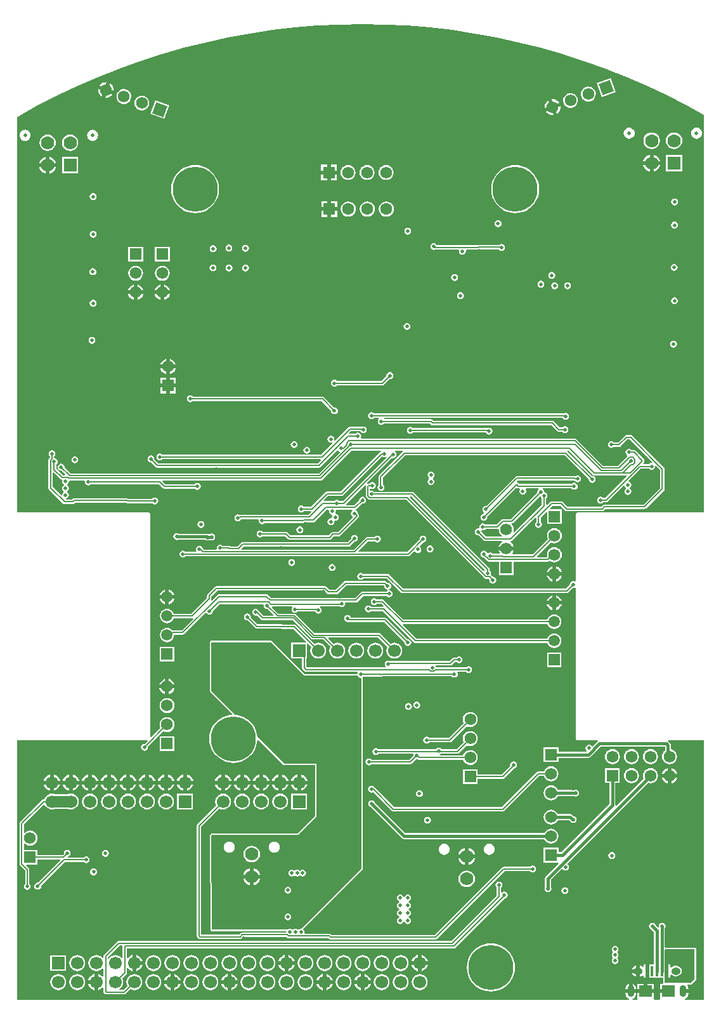
<source format=gbl>
G04*
G04 #@! TF.GenerationSoftware,Altium Limited,Altium Designer,20.1.12 (249)*
G04*
G04 Layer_Physical_Order=4*
G04 Layer_Color=16711680*
%FSLAX25Y25*%
%MOIN*%
G70*
G04*
G04 #@! TF.SameCoordinates,8DF9F49D-D30B-48C0-AB84-75DE52E997E5*
G04*
G04*
G04 #@! TF.FilePolarity,Positive*
G04*
G01*
G75*
%ADD16C,0.00700*%
%ADD100C,0.07000*%
%ADD105R,0.07000X0.07000*%
%ADD106C,0.01968*%
%ADD119C,0.01500*%
%ADD120C,0.06000*%
%ADD123C,0.02000*%
%ADD124R,0.05906X0.05906*%
%ADD125C,0.05906*%
%ADD126R,0.06200X0.06200*%
%ADD127C,0.06200*%
%ADD128O,0.03543X0.06102*%
%ADD129O,0.04921X0.03740*%
%ADD130R,0.06200X0.06200*%
%ADD131C,0.23622*%
%ADD132C,0.06299*%
%ADD133R,0.06299X0.06299*%
%ADD134P,0.08768X4X245.0*%
%ADD135P,0.08768X4X205.0*%
G04:AMPARAMS|DCode=136|XSize=66.93mil|YSize=66.93mil|CornerRadius=33.47mil|HoleSize=0mil|Usage=FLASHONLY|Rotation=90.000|XOffset=0mil|YOffset=0mil|HoleType=Round|Shape=RoundedRectangle|*
%AMROUNDEDRECTD136*
21,1,0.06693,0.00000,0,0,90.0*
21,1,0.00000,0.06693,0,0,90.0*
1,1,0.06693,0.00000,0.00000*
1,1,0.06693,0.00000,0.00000*
1,1,0.06693,0.00000,0.00000*
1,1,0.06693,0.00000,0.00000*
%
%ADD136ROUNDEDRECTD136*%
%ADD137R,0.06693X0.06693*%
%ADD138C,0.02000*%
%ADD141R,0.06693X0.05906*%
%ADD142R,0.01575X0.05315*%
G36*
X238961Y516550D02*
X250793Y515969D01*
X262599Y515000D01*
X274368Y513647D01*
X286086Y511908D01*
X297741Y509788D01*
X309320Y507287D01*
X320812Y504408D01*
X332203Y501156D01*
X343481Y497532D01*
X354635Y493541D01*
X365652Y489187D01*
X376521Y484475D01*
X387230Y479410D01*
X397767Y473998D01*
X406697Y469035D01*
X406697Y260513D01*
X340201D01*
X339855Y260445D01*
X339562Y260248D01*
X339366Y259955D01*
X339297Y259609D01*
Y224318D01*
X338797Y224051D01*
X338597Y224184D01*
X337900Y224322D01*
X337203Y224184D01*
X336611Y223789D01*
X336216Y223197D01*
X336078Y222500D01*
X336108Y222348D01*
X334120Y220360D01*
X248680D01*
X241320Y227720D01*
X240944Y227971D01*
X240500Y228060D01*
X227578D01*
X227491Y228189D01*
X226900Y228584D01*
X226203Y228722D01*
X225505Y228584D01*
X224914Y228189D01*
X224519Y227597D01*
X224380Y226900D01*
X224519Y226203D01*
X224914Y225611D01*
X225505Y225216D01*
X226203Y225078D01*
X226900Y225216D01*
X227491Y225611D01*
X227578Y225740D01*
X240020D01*
X247380Y218380D01*
X247380Y218380D01*
X247756Y218129D01*
X248200Y218040D01*
X334600D01*
X335044Y218129D01*
X335420Y218380D01*
X337748Y220708D01*
X337900Y220678D01*
X338597Y220816D01*
X338797Y220949D01*
X339297Y220682D01*
Y141701D01*
X339366Y141355D01*
X339562Y141062D01*
X339855Y140866D01*
X340201Y140797D01*
X350822D01*
X350973Y140297D01*
X350692Y140108D01*
X348213Y137630D01*
X347715Y137679D01*
X347548Y137930D01*
X346956Y138325D01*
X346259Y138463D01*
X345562Y138325D01*
X344970Y137930D01*
X344575Y137338D01*
X344437Y136641D01*
X344575Y135944D01*
X344970Y135352D01*
X345097Y135267D01*
X344946Y134767D01*
X330187D01*
Y137087D01*
X322413D01*
Y129313D01*
X330187D01*
Y131632D01*
X346000D01*
X346600Y131752D01*
X347108Y132092D01*
X352449Y137433D01*
X386232D01*
Y135283D01*
X385827Y134973D01*
X385204Y134160D01*
X384813Y133215D01*
X384679Y132200D01*
X384813Y131185D01*
X385204Y130239D01*
X385827Y129428D01*
X386639Y128804D01*
X387585Y128413D01*
X388600Y128279D01*
X389615Y128413D01*
X390561Y128804D01*
X391372Y129428D01*
X391996Y130239D01*
X392387Y131185D01*
X392521Y132200D01*
X392387Y133215D01*
X391996Y134160D01*
X391372Y134973D01*
X390561Y135596D01*
X389615Y135987D01*
X389368Y136020D01*
Y138121D01*
X389248Y138721D01*
X388908Y139230D01*
X388030Y140108D01*
X387748Y140297D01*
X387900Y140797D01*
X406797D01*
X406797Y4608D01*
X396814D01*
X396715Y5108D01*
X397177Y5299D01*
X397756Y5744D01*
X398200Y6323D01*
X398480Y6997D01*
X398575Y7721D01*
Y8000D01*
X395779D01*
Y10000D01*
X398575D01*
Y10279D01*
X398480Y11003D01*
X398200Y11677D01*
X397878Y12097D01*
X398090Y12597D01*
X398985D01*
X399193Y12458D01*
X399500Y12397D01*
X399807Y12458D01*
X400068Y12632D01*
X402368Y14932D01*
X402542Y15193D01*
X402603Y15500D01*
Y31100D01*
X402542Y31407D01*
X402368Y31668D01*
X402107Y31842D01*
X401800Y31903D01*
X386500D01*
X386127Y32338D01*
Y42018D01*
X386384Y42403D01*
X386522Y43100D01*
X386384Y43797D01*
X385989Y44389D01*
X385397Y44784D01*
X384700Y44922D01*
X384003Y44784D01*
X383411Y44389D01*
X383016Y43797D01*
X382878Y43100D01*
X382965Y42658D01*
X382529Y42388D01*
X381325Y43592D01*
X381284Y43797D01*
X380889Y44389D01*
X380297Y44784D01*
X379600Y44922D01*
X378903Y44784D01*
X378311Y44389D01*
X377916Y43797D01*
X377778Y43100D01*
X377916Y42403D01*
X378311Y41811D01*
X378903Y41416D01*
X379108Y41375D01*
X380433Y40051D01*
Y23075D01*
X378669D01*
Y23287D01*
X377882D01*
Y23075D01*
X377866D01*
Y19630D01*
Y16185D01*
X377882D01*
Y15972D01*
X378669D01*
Y16185D01*
X384744D01*
X384829Y16147D01*
X385210Y15685D01*
X385199Y13759D01*
X385199Y13758D01*
X385199Y13757D01*
X385229Y13605D01*
X385259Y13451D01*
X385259Y13450D01*
X385259Y13449D01*
X385117Y13086D01*
X384989Y12953D01*
X383559D01*
Y10000D01*
X387906D01*
Y8000D01*
X383559D01*
Y5108D01*
X383559Y5047D01*
X383413Y4608D01*
X380587D01*
X380441Y5108D01*
Y8000D01*
X376095D01*
X371748D01*
Y5108D01*
X371748Y5047D01*
X371602Y4608D01*
X369255D01*
X369156Y5108D01*
X369618Y5299D01*
X370197Y5744D01*
X370641Y6323D01*
X370921Y6997D01*
X371016Y7721D01*
Y8000D01*
X368220D01*
X365425D01*
Y7721D01*
X365520Y6997D01*
X365799Y6323D01*
X366244Y5744D01*
X366823Y5299D01*
X367285Y5108D01*
X367186Y4608D01*
X45703Y4608D01*
Y140797D01*
X114003D01*
X114195Y140335D01*
X112700Y138840D01*
X112548Y138871D01*
X111851Y138732D01*
X111260Y138337D01*
X110865Y137746D01*
X110726Y137048D01*
X110865Y136351D01*
X111260Y135760D01*
X111851Y135365D01*
X112548Y135226D01*
X113246Y135365D01*
X113837Y135760D01*
X114232Y136351D01*
X114371Y137048D01*
X114340Y137200D01*
X120173Y143033D01*
X120613Y142765D01*
X120613Y142438D01*
Y135113D01*
X128387D01*
Y142887D01*
X121096D01*
X120735Y142887D01*
X120467Y143327D01*
X122684Y145544D01*
X123485Y145213D01*
X124500Y145079D01*
X125515Y145213D01*
X126461Y145604D01*
X127272Y146228D01*
X127896Y147039D01*
X128287Y147985D01*
X128421Y149000D01*
X128287Y150015D01*
X127896Y150961D01*
X127272Y151772D01*
X126461Y152396D01*
X125515Y152787D01*
X124500Y152921D01*
X123485Y152787D01*
X122539Y152396D01*
X121728Y151772D01*
X121104Y150961D01*
X120713Y150015D01*
X120579Y149000D01*
X120713Y147985D01*
X121044Y147184D01*
X116165Y142305D01*
X115703Y142497D01*
Y259499D01*
X115635Y259845D01*
X115438Y260138D01*
X115145Y260334D01*
X114799Y260403D01*
X45703D01*
Y276008D01*
X45703Y276393D01*
X45800Y276488D01*
X45805Y276500D01*
X45794Y276507D01*
X45703Y276597D01*
X45703Y276987D01*
X45703Y468000D01*
X46109Y468243D01*
X56464Y473998D01*
X67002Y479410D01*
X77711Y484475D01*
X88579Y489187D01*
X99597Y493541D01*
X110751Y497532D01*
X122029Y501156D01*
X133420Y504408D01*
X144911Y507287D01*
X156491Y509788D01*
X168146Y511908D01*
X179864Y513647D01*
X191632Y515000D01*
X203439Y515969D01*
X215271Y516550D01*
X227116Y516744D01*
X238961Y516550D01*
D02*
G37*
G36*
X401800Y15500D02*
X399500Y13200D01*
X399300Y13400D01*
X386354D01*
X386002Y13755D01*
X386014Y15972D01*
X386118D01*
Y16185D01*
X386134D01*
Y19630D01*
X388118D01*
Y15972D01*
X388906D01*
Y17501D01*
X389201Y17654D01*
X389405Y17697D01*
X389912Y17309D01*
X390558Y17041D01*
X391252Y16950D01*
X392433D01*
X393127Y17041D01*
X393773Y17309D01*
X394328Y17735D01*
X394754Y18290D01*
X395022Y18936D01*
X395113Y19630D01*
X395022Y20324D01*
X394754Y20970D01*
X394328Y21525D01*
X393773Y21951D01*
X393127Y22219D01*
X392433Y22310D01*
X391252D01*
X390558Y22219D01*
X389912Y21951D01*
X389405Y21563D01*
X389201Y21606D01*
X388906Y21759D01*
Y23287D01*
X386127D01*
Y30945D01*
X386500Y31100D01*
X401800D01*
Y15500D01*
D02*
G37*
%LPC*%
G36*
X92747Y486346D02*
X91669Y486299D01*
X90639Y485975D01*
X89729Y485395D01*
X88999Y484599D01*
X88967Y484536D01*
X91789Y483508D01*
X92817Y486331D01*
X92747Y486346D01*
D02*
G37*
G36*
X94696Y485647D02*
X93669Y482825D01*
X96491Y481797D01*
X96506Y481866D01*
X96459Y482945D01*
X96135Y483975D01*
X95555Y484885D01*
X94759Y485614D01*
X94696Y485647D01*
D02*
G37*
G36*
X88283Y482656D02*
X88267Y482587D01*
X88314Y481509D01*
X88639Y480479D01*
X89219Y479569D01*
X90015Y478839D01*
X90078Y478807D01*
X91105Y481629D01*
X88283Y482656D01*
D02*
G37*
G36*
X357662Y488509D02*
X350356Y485850D01*
X353015Y478544D01*
X360321Y481203D01*
X357662Y488509D01*
D02*
G37*
G36*
X92984Y480945D02*
X91957Y478123D01*
X92026Y478107D01*
X93105Y478154D01*
X94134Y478479D01*
X95045Y479059D01*
X95774Y479855D01*
X95807Y479918D01*
X92984Y480945D01*
D02*
G37*
G36*
X345600Y484013D02*
X344601Y483791D01*
X343693Y483319D01*
X342938Y482627D01*
X342388Y481764D01*
X342080Y480788D01*
X342036Y479765D01*
X342257Y478766D01*
X342730Y477858D01*
X343422Y477103D01*
X344285Y476553D01*
X345261Y476245D01*
X346284Y476201D01*
X347283Y476422D01*
X348191Y476895D01*
X348945Y477586D01*
X349495Y478450D01*
X349803Y479426D01*
X349848Y480448D01*
X349626Y481448D01*
X349154Y482356D01*
X348462Y483110D01*
X347599Y483660D01*
X346623Y483968D01*
X345600Y484013D01*
D02*
G37*
G36*
X102126Y482713D02*
X101103Y482668D01*
X100127Y482360D01*
X99263Y481810D01*
X98572Y481056D01*
X98099Y480148D01*
X97878Y479148D01*
X97922Y478126D01*
X98230Y477150D01*
X98780Y476286D01*
X99535Y475595D01*
X100443Y475122D01*
X101442Y474901D01*
X102465Y474945D01*
X103441Y475253D01*
X104304Y475803D01*
X104996Y476558D01*
X105468Y477466D01*
X105690Y478465D01*
X105645Y479488D01*
X105337Y480464D01*
X104787Y481327D01*
X104033Y482019D01*
X103125Y482491D01*
X102126Y482713D01*
D02*
G37*
G36*
X326788Y477386D02*
X326718Y477371D01*
X327746Y474548D01*
X330568Y475575D01*
X330536Y475638D01*
X329806Y476434D01*
X328896Y477014D01*
X327866Y477339D01*
X326788Y477386D01*
D02*
G37*
G36*
X324839Y476686D02*
X324776Y476654D01*
X323980Y475924D01*
X323400Y475014D01*
X323076Y473984D01*
X323028Y472906D01*
X323044Y472837D01*
X325866Y473864D01*
X324839Y476686D01*
D02*
G37*
G36*
X336203Y480592D02*
X335204Y480371D01*
X334296Y479898D01*
X333541Y479207D01*
X332991Y478343D01*
X332684Y477367D01*
X332639Y476345D01*
X332860Y475345D01*
X333333Y474438D01*
X334025Y473683D01*
X334888Y473133D01*
X335864Y472825D01*
X336887Y472780D01*
X337886Y473002D01*
X338794Y473475D01*
X339549Y474166D01*
X340099Y475029D01*
X340406Y476006D01*
X340451Y477028D01*
X340229Y478027D01*
X339757Y478935D01*
X339065Y479690D01*
X338202Y480240D01*
X337226Y480548D01*
X336203Y480592D01*
D02*
G37*
G36*
X111522Y479292D02*
X110500Y479248D01*
X109524Y478940D01*
X108660Y478390D01*
X107969Y477635D01*
X107496Y476727D01*
X107275Y475728D01*
X107319Y474706D01*
X107627Y473729D01*
X108177Y472866D01*
X108932Y472175D01*
X109840Y471702D01*
X110839Y471480D01*
X111862Y471525D01*
X112838Y471833D01*
X113701Y472383D01*
X114392Y473138D01*
X114865Y474045D01*
X115087Y475045D01*
X115042Y476067D01*
X114734Y477043D01*
X114184Y477907D01*
X113430Y478598D01*
X112522Y479071D01*
X111522Y479292D01*
D02*
G37*
G36*
X331252Y473696D02*
X328430Y472669D01*
X329457Y469846D01*
X329520Y469879D01*
X330316Y470608D01*
X330896Y471519D01*
X331221Y472548D01*
X331268Y473627D01*
X331252Y473696D01*
D02*
G37*
G36*
X326550Y471984D02*
X323728Y470957D01*
X323761Y470894D01*
X324490Y470098D01*
X325400Y469518D01*
X326430Y469194D01*
X327508Y469147D01*
X327578Y469162D01*
X326550Y471984D01*
D02*
G37*
G36*
X118254Y476949D02*
X115595Y469643D01*
X122901Y466984D01*
X125560Y474290D01*
X118254Y476949D01*
D02*
G37*
G36*
X402811Y462461D02*
X402057Y462361D01*
X401355Y462071D01*
X400751Y461608D01*
X400288Y461004D01*
X399998Y460302D01*
X399898Y459548D01*
X399998Y458794D01*
X400288Y458092D01*
X400751Y457488D01*
X401355Y457026D01*
X402057Y456735D01*
X402811Y456635D01*
X403565Y456735D01*
X404267Y457026D01*
X404871Y457488D01*
X405334Y458092D01*
X405624Y458794D01*
X405724Y459548D01*
X405624Y460302D01*
X405334Y461004D01*
X404871Y461608D01*
X404267Y462071D01*
X403565Y462361D01*
X402811Y462461D01*
D02*
G37*
G36*
X367378D02*
X366624Y462361D01*
X365922Y462071D01*
X365318Y461608D01*
X364856Y461004D01*
X364564Y460302D01*
X364465Y459548D01*
X364564Y458794D01*
X364856Y458092D01*
X365318Y457488D01*
X365922Y457026D01*
X366624Y456735D01*
X367378Y456635D01*
X368132Y456735D01*
X368834Y457026D01*
X369438Y457488D01*
X369900Y458092D01*
X370191Y458794D01*
X370291Y459548D01*
X370191Y460302D01*
X369900Y461004D01*
X369438Y461608D01*
X368834Y462071D01*
X368132Y462361D01*
X367378Y462461D01*
D02*
G37*
G36*
X85322Y461361D02*
X84568Y461262D01*
X83866Y460970D01*
X83262Y460508D01*
X82800Y459904D01*
X82509Y459202D01*
X82409Y458448D01*
X82509Y457694D01*
X82800Y456992D01*
X83262Y456388D01*
X83866Y455926D01*
X84568Y455635D01*
X85322Y455535D01*
X86076Y455635D01*
X86778Y455926D01*
X87382Y456388D01*
X87845Y456992D01*
X88135Y457694D01*
X88235Y458448D01*
X88135Y459202D01*
X87845Y459904D01*
X87382Y460508D01*
X86778Y460970D01*
X86076Y461262D01*
X85322Y461361D01*
D02*
G37*
G36*
X49889D02*
X49135Y461262D01*
X48433Y460970D01*
X47829Y460508D01*
X47366Y459904D01*
X47076Y459202D01*
X46976Y458448D01*
X47076Y457694D01*
X47366Y456992D01*
X47829Y456388D01*
X48433Y455926D01*
X49135Y455635D01*
X49889Y455535D01*
X50643Y455635D01*
X51345Y455926D01*
X51949Y456388D01*
X52412Y456992D01*
X52702Y457694D01*
X52802Y458448D01*
X52702Y459202D01*
X52412Y459904D01*
X51949Y460508D01*
X51345Y460970D01*
X50643Y461262D01*
X49889Y461361D01*
D02*
G37*
G36*
X391000Y459935D02*
X389881Y459788D01*
X388838Y459356D01*
X387942Y458669D01*
X387255Y457773D01*
X386823Y456730D01*
X386676Y455611D01*
X386823Y454492D01*
X387255Y453449D01*
X387942Y452553D01*
X388838Y451866D01*
X389881Y451434D01*
X391000Y451287D01*
X392119Y451434D01*
X393162Y451866D01*
X394058Y452553D01*
X394745Y453449D01*
X395177Y454492D01*
X395324Y455611D01*
X395177Y456730D01*
X394745Y457773D01*
X394058Y458669D01*
X393162Y459356D01*
X392119Y459788D01*
X391000Y459935D01*
D02*
G37*
G36*
X379189D02*
X378070Y459788D01*
X377027Y459356D01*
X376131Y458669D01*
X375444Y457773D01*
X375012Y456730D01*
X374865Y455611D01*
X375012Y454492D01*
X375444Y453449D01*
X376131Y452553D01*
X377027Y451866D01*
X378070Y451434D01*
X379189Y451287D01*
X380308Y451434D01*
X381351Y451866D01*
X382247Y452553D01*
X382934Y453449D01*
X383366Y454492D01*
X383513Y455611D01*
X383366Y456730D01*
X382934Y457773D01*
X382247Y458669D01*
X381351Y459356D01*
X380308Y459788D01*
X379189Y459935D01*
D02*
G37*
G36*
X73511Y458835D02*
X72392Y458688D01*
X71349Y458256D01*
X70453Y457569D01*
X69766Y456673D01*
X69334Y455630D01*
X69187Y454511D01*
X69334Y453392D01*
X69766Y452349D01*
X70453Y451453D01*
X71349Y450766D01*
X72392Y450334D01*
X73511Y450187D01*
X74630Y450334D01*
X75673Y450766D01*
X76569Y451453D01*
X77256Y452349D01*
X77688Y453392D01*
X77835Y454511D01*
X77688Y455630D01*
X77256Y456673D01*
X76569Y457569D01*
X75673Y458256D01*
X74630Y458688D01*
X73511Y458835D01*
D02*
G37*
G36*
X61700D02*
X60581Y458688D01*
X59538Y458256D01*
X58642Y457569D01*
X57955Y456673D01*
X57523Y455630D01*
X57376Y454511D01*
X57523Y453392D01*
X57955Y452349D01*
X58642Y451453D01*
X59538Y450766D01*
X60581Y450334D01*
X61700Y450187D01*
X62819Y450334D01*
X63862Y450766D01*
X64758Y451453D01*
X65445Y452349D01*
X65877Y453392D01*
X66024Y454511D01*
X65877Y455630D01*
X65445Y456673D01*
X64758Y457569D01*
X63862Y458256D01*
X62819Y458688D01*
X61700Y458835D01*
D02*
G37*
G36*
X380189Y448207D02*
Y444800D01*
X383596D01*
X383573Y444975D01*
X383120Y446069D01*
X382398Y447009D01*
X381458Y447731D01*
X380364Y448184D01*
X380189Y448207D01*
D02*
G37*
G36*
X378189D02*
X378014Y448184D01*
X376920Y447731D01*
X375979Y447009D01*
X375258Y446069D01*
X374805Y444975D01*
X374782Y444800D01*
X378189D01*
Y448207D01*
D02*
G37*
G36*
X62700Y447107D02*
Y443700D01*
X66107D01*
X66084Y443875D01*
X65631Y444969D01*
X64909Y445909D01*
X63969Y446631D01*
X62875Y447084D01*
X62700Y447107D01*
D02*
G37*
G36*
X60700D02*
X60525Y447084D01*
X59431Y446631D01*
X58491Y445909D01*
X57769Y444969D01*
X57316Y443875D01*
X57293Y443700D01*
X60700D01*
Y447107D01*
D02*
G37*
G36*
X213700Y443000D02*
X210600D01*
Y439900D01*
X213700D01*
Y443000D01*
D02*
G37*
G36*
X208600D02*
X205500D01*
Y439900D01*
X208600D01*
Y443000D01*
D02*
G37*
G36*
X395287Y448087D02*
X386713D01*
Y439513D01*
X395287D01*
Y448087D01*
D02*
G37*
G36*
X383596Y442800D02*
X380189D01*
Y439393D01*
X380364Y439416D01*
X381458Y439869D01*
X382398Y440591D01*
X383120Y441531D01*
X383573Y442625D01*
X383596Y442800D01*
D02*
G37*
G36*
X378189D02*
X374782D01*
X374805Y442625D01*
X375258Y441531D01*
X375979Y440591D01*
X376920Y439869D01*
X378014Y439416D01*
X378189Y439393D01*
Y442800D01*
D02*
G37*
G36*
X77798Y446987D02*
X69224D01*
Y438413D01*
X77798D01*
Y446987D01*
D02*
G37*
G36*
X66107Y441700D02*
X62700D01*
Y438293D01*
X62875Y438316D01*
X63969Y438769D01*
X64909Y439491D01*
X65631Y440431D01*
X66084Y441525D01*
X66107Y441700D01*
D02*
G37*
G36*
X60700D02*
X57293D01*
X57316Y441525D01*
X57769Y440431D01*
X58491Y439491D01*
X59431Y438769D01*
X60525Y438316D01*
X60700Y438293D01*
Y441700D01*
D02*
G37*
G36*
X239600Y442821D02*
X238585Y442687D01*
X237639Y442296D01*
X236827Y441673D01*
X236204Y440861D01*
X235813Y439915D01*
X235679Y438900D01*
X235813Y437885D01*
X236204Y436939D01*
X236827Y436128D01*
X237639Y435504D01*
X238585Y435113D01*
X239600Y434979D01*
X240615Y435113D01*
X241561Y435504D01*
X242372Y436128D01*
X242996Y436939D01*
X243387Y437885D01*
X243521Y438900D01*
X243387Y439915D01*
X242996Y440861D01*
X242372Y441673D01*
X241561Y442296D01*
X240615Y442687D01*
X239600Y442821D01*
D02*
G37*
G36*
X229600D02*
X228585Y442687D01*
X227640Y442296D01*
X226828Y441673D01*
X226204Y440861D01*
X225813Y439915D01*
X225679Y438900D01*
X225813Y437885D01*
X226204Y436939D01*
X226828Y436128D01*
X227640Y435504D01*
X228585Y435113D01*
X229600Y434979D01*
X230615Y435113D01*
X231560Y435504D01*
X232372Y436128D01*
X232996Y436939D01*
X233387Y437885D01*
X233521Y438900D01*
X233387Y439915D01*
X232996Y440861D01*
X232372Y441673D01*
X231560Y442296D01*
X230615Y442687D01*
X229600Y442821D01*
D02*
G37*
G36*
X219600D02*
X218585Y442687D01*
X217639Y442296D01*
X216828Y441673D01*
X216204Y440861D01*
X215813Y439915D01*
X215679Y438900D01*
X215813Y437885D01*
X216204Y436939D01*
X216828Y436128D01*
X217639Y435504D01*
X218585Y435113D01*
X219600Y434979D01*
X220615Y435113D01*
X221561Y435504D01*
X222373Y436128D01*
X222996Y436939D01*
X223387Y437885D01*
X223521Y438900D01*
X223387Y439915D01*
X222996Y440861D01*
X222373Y441673D01*
X221561Y442296D01*
X220615Y442687D01*
X219600Y442821D01*
D02*
G37*
G36*
X213700Y437900D02*
X210600D01*
Y434800D01*
X213700D01*
Y437900D01*
D02*
G37*
G36*
X208600D02*
X205500D01*
Y434800D01*
X208600D01*
Y437900D01*
D02*
G37*
G36*
X85600Y428122D02*
X84903Y427984D01*
X84311Y427589D01*
X83916Y426997D01*
X83778Y426300D01*
X83916Y425603D01*
X84311Y425011D01*
X84903Y424616D01*
X85600Y424478D01*
X86297Y424616D01*
X86889Y425011D01*
X87284Y425603D01*
X87422Y426300D01*
X87284Y426997D01*
X86889Y427589D01*
X86297Y427984D01*
X85600Y428122D01*
D02*
G37*
G36*
X391300Y425222D02*
X390603Y425084D01*
X390011Y424689D01*
X389616Y424097D01*
X389478Y423400D01*
X389616Y422703D01*
X390011Y422111D01*
X390603Y421716D01*
X391300Y421578D01*
X391997Y421716D01*
X392589Y422111D01*
X392984Y422703D01*
X393122Y423400D01*
X392984Y424097D01*
X392589Y424689D01*
X391997Y425084D01*
X391300Y425222D01*
D02*
G37*
G36*
X213950Y423850D02*
X210800D01*
Y420700D01*
X213950D01*
Y423850D01*
D02*
G37*
G36*
X208800D02*
X205650D01*
Y420700D01*
X208800D01*
Y423850D01*
D02*
G37*
G36*
X307500Y442837D02*
X305523Y442682D01*
X303595Y442219D01*
X301763Y441460D01*
X300072Y440424D01*
X298564Y439136D01*
X297276Y437628D01*
X296240Y435937D01*
X295481Y434105D01*
X295018Y432177D01*
X294863Y430200D01*
X295018Y428223D01*
X295481Y426295D01*
X296240Y424463D01*
X297276Y422772D01*
X298564Y421264D01*
X300072Y419976D01*
X301763Y418940D01*
X303595Y418181D01*
X305523Y417718D01*
X307500Y417563D01*
X309477Y417718D01*
X311405Y418181D01*
X313237Y418940D01*
X314928Y419976D01*
X316436Y421264D01*
X317724Y422772D01*
X318760Y424463D01*
X319519Y426295D01*
X319982Y428223D01*
X320137Y430200D01*
X319982Y432177D01*
X319519Y434105D01*
X318760Y435937D01*
X317724Y437628D01*
X316436Y439136D01*
X314928Y440424D01*
X313237Y441460D01*
X311405Y442219D01*
X309477Y442682D01*
X307500Y442837D01*
D02*
G37*
G36*
X139200D02*
X137223Y442682D01*
X135295Y442219D01*
X133463Y441460D01*
X131772Y440424D01*
X130264Y439136D01*
X128976Y437628D01*
X127940Y435937D01*
X127181Y434105D01*
X126718Y432177D01*
X126563Y430200D01*
X126718Y428223D01*
X127181Y426295D01*
X127940Y424463D01*
X128976Y422772D01*
X130264Y421264D01*
X131772Y419976D01*
X133463Y418940D01*
X135295Y418181D01*
X137223Y417718D01*
X139200Y417563D01*
X141177Y417718D01*
X143105Y418181D01*
X144937Y418940D01*
X146628Y419976D01*
X148136Y421264D01*
X149424Y422772D01*
X150460Y424463D01*
X151219Y426295D01*
X151682Y428223D01*
X151837Y430200D01*
X151682Y432177D01*
X151219Y434105D01*
X150460Y435937D01*
X149424Y437628D01*
X148136Y439136D01*
X146628Y440424D01*
X144937Y441460D01*
X143105Y442219D01*
X141177Y442682D01*
X139200Y442837D01*
D02*
G37*
G36*
X239800Y423671D02*
X238772Y423536D01*
X237814Y423139D01*
X236992Y422508D01*
X236361Y421686D01*
X235964Y420728D01*
X235829Y419700D01*
X235964Y418672D01*
X236361Y417715D01*
X236992Y416892D01*
X237814Y416261D01*
X238772Y415864D01*
X239800Y415729D01*
X240828Y415864D01*
X241786Y416261D01*
X242608Y416892D01*
X243239Y417715D01*
X243636Y418672D01*
X243771Y419700D01*
X243636Y420728D01*
X243239Y421686D01*
X242608Y422508D01*
X241786Y423139D01*
X240828Y423536D01*
X239800Y423671D01*
D02*
G37*
G36*
X229800D02*
X228772Y423536D01*
X227815Y423139D01*
X226992Y422508D01*
X226361Y421686D01*
X225964Y420728D01*
X225829Y419700D01*
X225964Y418672D01*
X226361Y417715D01*
X226992Y416892D01*
X227815Y416261D01*
X228772Y415864D01*
X229800Y415729D01*
X230828Y415864D01*
X231785Y416261D01*
X232608Y416892D01*
X233239Y417715D01*
X233636Y418672D01*
X233771Y419700D01*
X233636Y420728D01*
X233239Y421686D01*
X232608Y422508D01*
X231785Y423139D01*
X230828Y423536D01*
X229800Y423671D01*
D02*
G37*
G36*
X219800D02*
X218772Y423536D01*
X217814Y423139D01*
X216992Y422508D01*
X216361Y421686D01*
X215964Y420728D01*
X215829Y419700D01*
X215964Y418672D01*
X216361Y417715D01*
X216992Y416892D01*
X217814Y416261D01*
X218772Y415864D01*
X219800Y415729D01*
X220828Y415864D01*
X221785Y416261D01*
X222608Y416892D01*
X223239Y417715D01*
X223636Y418672D01*
X223771Y419700D01*
X223636Y420728D01*
X223239Y421686D01*
X222608Y422508D01*
X221785Y423139D01*
X220828Y423536D01*
X219800Y423671D01*
D02*
G37*
G36*
X213950Y418700D02*
X210800D01*
Y415550D01*
X213950D01*
Y418700D01*
D02*
G37*
G36*
X208800D02*
X205650D01*
Y415550D01*
X208800D01*
Y418700D01*
D02*
G37*
G36*
X298500Y413822D02*
X297803Y413684D01*
X297211Y413289D01*
X296816Y412697D01*
X296678Y412000D01*
X296816Y411303D01*
X297211Y410711D01*
X297803Y410316D01*
X298500Y410178D01*
X299197Y410316D01*
X299789Y410711D01*
X300184Y411303D01*
X300322Y412000D01*
X300184Y412697D01*
X299789Y413289D01*
X299197Y413684D01*
X298500Y413822D01*
D02*
G37*
G36*
X391200Y413122D02*
X390503Y412984D01*
X389911Y412589D01*
X389516Y411997D01*
X389378Y411300D01*
X389516Y410603D01*
X389911Y410011D01*
X390503Y409616D01*
X391200Y409478D01*
X391897Y409616D01*
X392489Y410011D01*
X392884Y410603D01*
X393022Y411300D01*
X392884Y411997D01*
X392489Y412589D01*
X391897Y412984D01*
X391200Y413122D01*
D02*
G37*
G36*
X251000Y409922D02*
X250303Y409784D01*
X249711Y409389D01*
X249316Y408797D01*
X249178Y408100D01*
X249316Y407403D01*
X249711Y406811D01*
X250303Y406416D01*
X251000Y406278D01*
X251697Y406416D01*
X252289Y406811D01*
X252684Y407403D01*
X252822Y408100D01*
X252684Y408797D01*
X252289Y409389D01*
X251697Y409784D01*
X251000Y409922D01*
D02*
G37*
G36*
X85600Y408222D02*
X84903Y408084D01*
X84311Y407689D01*
X83916Y407097D01*
X83778Y406400D01*
X83916Y405703D01*
X84311Y405111D01*
X84903Y404716D01*
X85600Y404578D01*
X86297Y404716D01*
X86889Y405111D01*
X87284Y405703D01*
X87422Y406400D01*
X87284Y407097D01*
X86889Y407689D01*
X86297Y408084D01*
X85600Y408222D01*
D02*
G37*
G36*
X264800Y401822D02*
X264103Y401684D01*
X263511Y401289D01*
X263116Y400697D01*
X262978Y400000D01*
X263116Y399303D01*
X263511Y398711D01*
X264103Y398316D01*
X264800Y398178D01*
X265497Y398316D01*
X265683Y398440D01*
X277723D01*
X278065Y397940D01*
X277978Y397500D01*
X278116Y396803D01*
X278511Y396211D01*
X279103Y395816D01*
X279800Y395678D01*
X280497Y395816D01*
X281089Y396211D01*
X281484Y396803D01*
X281622Y397500D01*
X281535Y397940D01*
X281877Y398440D01*
X287884D01*
X288135Y398490D01*
X298892D01*
X299011Y398311D01*
X299603Y397916D01*
X300300Y397778D01*
X300997Y397916D01*
X301589Y398311D01*
X301984Y398903D01*
X302122Y399600D01*
X301984Y400297D01*
X301589Y400889D01*
X300997Y401284D01*
X300300Y401422D01*
X299603Y401284D01*
X299011Y400889D01*
X298959Y400810D01*
X287934D01*
X287682Y400760D01*
X266442D01*
X266089Y401289D01*
X265497Y401684D01*
X264800Y401822D01*
D02*
G37*
G36*
X157000Y401122D02*
X156303Y400984D01*
X155711Y400589D01*
X155316Y399997D01*
X155178Y399300D01*
X155316Y398603D01*
X155711Y398011D01*
X156303Y397616D01*
X157000Y397478D01*
X157697Y397616D01*
X158289Y398011D01*
X158684Y398603D01*
X158822Y399300D01*
X158684Y399997D01*
X158289Y400589D01*
X157697Y400984D01*
X157000Y401122D01*
D02*
G37*
G36*
X165700Y400922D02*
X165003Y400784D01*
X164411Y400389D01*
X164016Y399797D01*
X163878Y399100D01*
X164016Y398403D01*
X164411Y397811D01*
X165003Y397416D01*
X165700Y397278D01*
X166397Y397416D01*
X166989Y397811D01*
X167384Y398403D01*
X167522Y399100D01*
X167384Y399797D01*
X166989Y400389D01*
X166397Y400784D01*
X165700Y400922D01*
D02*
G37*
G36*
X148700Y400722D02*
X148003Y400584D01*
X147411Y400189D01*
X147016Y399597D01*
X146878Y398900D01*
X147016Y398203D01*
X147411Y397611D01*
X148003Y397216D01*
X148700Y397078D01*
X149397Y397216D01*
X149989Y397611D01*
X150384Y398203D01*
X150522Y398900D01*
X150384Y399597D01*
X149989Y400189D01*
X149397Y400584D01*
X148700Y400722D01*
D02*
G37*
G36*
X125887Y399887D02*
X118113D01*
Y392113D01*
X125887D01*
Y399887D01*
D02*
G37*
G36*
X111887D02*
X104113D01*
Y392113D01*
X111887D01*
Y399887D01*
D02*
G37*
G36*
X391100Y390822D02*
X390403Y390684D01*
X389811Y390289D01*
X389416Y389697D01*
X389278Y389000D01*
X389416Y388303D01*
X389811Y387711D01*
X390403Y387316D01*
X391100Y387178D01*
X391797Y387316D01*
X392389Y387711D01*
X392784Y388303D01*
X392922Y389000D01*
X392784Y389697D01*
X392389Y390289D01*
X391797Y390684D01*
X391100Y390822D01*
D02*
G37*
G36*
X148600Y390622D02*
X147903Y390484D01*
X147311Y390089D01*
X146916Y389497D01*
X146778Y388800D01*
X146916Y388103D01*
X147311Y387511D01*
X147903Y387116D01*
X148600Y386978D01*
X149297Y387116D01*
X149889Y387511D01*
X150284Y388103D01*
X150422Y388800D01*
X150284Y389497D01*
X149889Y390089D01*
X149297Y390484D01*
X148600Y390622D01*
D02*
G37*
G36*
X165800Y390522D02*
X165103Y390384D01*
X164511Y389989D01*
X164116Y389397D01*
X163978Y388700D01*
X164116Y388003D01*
X164511Y387411D01*
X165103Y387016D01*
X165800Y386878D01*
X166497Y387016D01*
X167089Y387411D01*
X167484Y388003D01*
X167622Y388700D01*
X167484Y389397D01*
X167089Y389989D01*
X166497Y390384D01*
X165800Y390522D01*
D02*
G37*
G36*
X157100D02*
X156403Y390384D01*
X155811Y389989D01*
X155416Y389397D01*
X155278Y388700D01*
X155416Y388003D01*
X155811Y387411D01*
X156403Y387016D01*
X157100Y386878D01*
X157797Y387016D01*
X158389Y387411D01*
X158784Y388003D01*
X158922Y388700D01*
X158784Y389397D01*
X158389Y389989D01*
X157797Y390384D01*
X157100Y390522D01*
D02*
G37*
G36*
X85500Y388722D02*
X84803Y388584D01*
X84211Y388189D01*
X83816Y387597D01*
X83678Y386900D01*
X83816Y386203D01*
X84211Y385611D01*
X84803Y385216D01*
X85500Y385078D01*
X86197Y385216D01*
X86789Y385611D01*
X87184Y386203D01*
X87322Y386900D01*
X87184Y387597D01*
X86789Y388189D01*
X86197Y388584D01*
X85500Y388722D01*
D02*
G37*
G36*
X326700Y386722D02*
X326003Y386584D01*
X325411Y386189D01*
X325016Y385597D01*
X324878Y384900D01*
X325016Y384203D01*
X325411Y383611D01*
X326003Y383216D01*
X326700Y383078D01*
X327397Y383216D01*
X327989Y383611D01*
X328384Y384203D01*
X328522Y384900D01*
X328384Y385597D01*
X327989Y386189D01*
X327397Y386584D01*
X326700Y386722D01*
D02*
G37*
G36*
X122000Y389921D02*
X120985Y389787D01*
X120039Y389396D01*
X119228Y388773D01*
X118604Y387961D01*
X118213Y387015D01*
X118079Y386000D01*
X118213Y384985D01*
X118604Y384039D01*
X119228Y383227D01*
X120039Y382604D01*
X120985Y382213D01*
X122000Y382079D01*
X123015Y382213D01*
X123960Y382604D01*
X124773Y383227D01*
X125396Y384039D01*
X125787Y384985D01*
X125921Y386000D01*
X125787Y387015D01*
X125396Y387961D01*
X124773Y388773D01*
X123960Y389396D01*
X123015Y389787D01*
X122000Y389921D01*
D02*
G37*
G36*
X108000D02*
X106985Y389787D01*
X106040Y389396D01*
X105227Y388773D01*
X104604Y387961D01*
X104213Y387015D01*
X104079Y386000D01*
X104213Y384985D01*
X104604Y384039D01*
X105227Y383227D01*
X106040Y382604D01*
X106985Y382213D01*
X108000Y382079D01*
X109015Y382213D01*
X109960Y382604D01*
X110773Y383227D01*
X111396Y384039D01*
X111787Y384985D01*
X111921Y386000D01*
X111787Y387015D01*
X111396Y387961D01*
X110773Y388773D01*
X109960Y389396D01*
X109015Y389787D01*
X108000Y389921D01*
D02*
G37*
G36*
X275600Y385522D02*
X274903Y385384D01*
X274311Y384989D01*
X273916Y384397D01*
X273778Y383700D01*
X273916Y383003D01*
X274311Y382411D01*
X274903Y382016D01*
X275600Y381878D01*
X276297Y382016D01*
X276889Y382411D01*
X277284Y383003D01*
X277422Y383700D01*
X277284Y384397D01*
X276889Y384989D01*
X276297Y385384D01*
X275600Y385522D01*
D02*
G37*
G36*
X321000Y382122D02*
X320303Y381984D01*
X319711Y381589D01*
X319316Y380997D01*
X319178Y380300D01*
X319316Y379603D01*
X319711Y379011D01*
X320303Y378616D01*
X321000Y378478D01*
X321697Y378616D01*
X322289Y379011D01*
X322684Y379603D01*
X322822Y380300D01*
X322684Y380997D01*
X322289Y381589D01*
X321697Y381984D01*
X321000Y382122D01*
D02*
G37*
G36*
X335000Y381222D02*
X334303Y381084D01*
X333711Y380689D01*
X333316Y380097D01*
X333178Y379400D01*
X333316Y378703D01*
X333711Y378111D01*
X334303Y377716D01*
X335000Y377578D01*
X335697Y377716D01*
X336289Y378111D01*
X336684Y378703D01*
X336822Y379400D01*
X336684Y380097D01*
X336289Y380689D01*
X335697Y381084D01*
X335000Y381222D01*
D02*
G37*
G36*
X328200D02*
X327503Y381084D01*
X326911Y380689D01*
X326516Y380097D01*
X326378Y379400D01*
X326516Y378703D01*
X326911Y378111D01*
X327503Y377716D01*
X328200Y377578D01*
X328897Y377716D01*
X329489Y378111D01*
X329884Y378703D01*
X330022Y379400D01*
X329884Y380097D01*
X329489Y380689D01*
X328897Y381084D01*
X328200Y381222D01*
D02*
G37*
G36*
X123000Y380004D02*
Y377000D01*
X126004D01*
X125995Y377070D01*
X125581Y378068D01*
X124924Y378924D01*
X124068Y379581D01*
X123070Y379995D01*
X123000Y380004D01*
D02*
G37*
G36*
X109000D02*
Y377000D01*
X112004D01*
X111995Y377070D01*
X111581Y378068D01*
X110924Y378924D01*
X110068Y379581D01*
X109070Y379995D01*
X109000Y380004D01*
D02*
G37*
G36*
X121000D02*
X120930Y379995D01*
X119932Y379581D01*
X119076Y378924D01*
X118419Y378068D01*
X118006Y377070D01*
X117996Y377000D01*
X121000D01*
Y380004D01*
D02*
G37*
G36*
X107000D02*
X106930Y379995D01*
X105932Y379581D01*
X105076Y378924D01*
X104419Y378068D01*
X104006Y377070D01*
X103996Y377000D01*
X107000D01*
Y380004D01*
D02*
G37*
G36*
X278700Y376122D02*
X278003Y375984D01*
X277411Y375589D01*
X277016Y374997D01*
X276878Y374300D01*
X277016Y373603D01*
X277411Y373011D01*
X278003Y372616D01*
X278700Y372478D01*
X279397Y372616D01*
X279989Y373011D01*
X280384Y373603D01*
X280522Y374300D01*
X280384Y374997D01*
X279989Y375589D01*
X279397Y375984D01*
X278700Y376122D01*
D02*
G37*
G36*
X126004Y375000D02*
X123000D01*
Y371996D01*
X123070Y372006D01*
X124068Y372419D01*
X124924Y373076D01*
X125581Y373932D01*
X125995Y374930D01*
X126004Y375000D01*
D02*
G37*
G36*
X112004D02*
X109000D01*
Y371996D01*
X109070Y372006D01*
X110068Y372419D01*
X110924Y373076D01*
X111581Y373932D01*
X111995Y374930D01*
X112004Y375000D01*
D02*
G37*
G36*
X107000D02*
X103996D01*
X104006Y374930D01*
X104419Y373932D01*
X105076Y373076D01*
X105932Y372419D01*
X106930Y372006D01*
X107000Y371996D01*
Y375000D01*
D02*
G37*
G36*
X121000D02*
X117996D01*
X118006Y374930D01*
X118419Y373932D01*
X119076Y373076D01*
X119932Y372419D01*
X120930Y372006D01*
X121000Y371996D01*
Y375000D01*
D02*
G37*
G36*
X391200Y373422D02*
X390503Y373284D01*
X389911Y372889D01*
X389516Y372297D01*
X389378Y371600D01*
X389516Y370903D01*
X389911Y370311D01*
X390503Y369916D01*
X391200Y369778D01*
X391897Y369916D01*
X392489Y370311D01*
X392884Y370903D01*
X393022Y371600D01*
X392884Y372297D01*
X392489Y372889D01*
X391897Y373284D01*
X391200Y373422D01*
D02*
G37*
G36*
X85600Y372122D02*
X84903Y371984D01*
X84311Y371589D01*
X83916Y370997D01*
X83778Y370300D01*
X83916Y369603D01*
X84311Y369011D01*
X84903Y368616D01*
X85600Y368478D01*
X86297Y368616D01*
X86889Y369011D01*
X87284Y369603D01*
X87422Y370300D01*
X87284Y370997D01*
X86889Y371589D01*
X86297Y371984D01*
X85600Y372122D01*
D02*
G37*
G36*
X250600Y359822D02*
X249903Y359684D01*
X249311Y359289D01*
X248916Y358697D01*
X248778Y358000D01*
X248916Y357303D01*
X249311Y356711D01*
X249903Y356316D01*
X250600Y356178D01*
X251297Y356316D01*
X251889Y356711D01*
X252284Y357303D01*
X252422Y358000D01*
X252284Y358697D01*
X251889Y359289D01*
X251297Y359684D01*
X250600Y359822D01*
D02*
G37*
G36*
X85000Y352522D02*
X84303Y352384D01*
X83711Y351989D01*
X83316Y351397D01*
X83178Y350700D01*
X83316Y350003D01*
X83711Y349411D01*
X84303Y349016D01*
X85000Y348878D01*
X85697Y349016D01*
X86289Y349411D01*
X86684Y350003D01*
X86822Y350700D01*
X86684Y351397D01*
X86289Y351989D01*
X85697Y352384D01*
X85000Y352522D01*
D02*
G37*
G36*
X390700Y350522D02*
X390003Y350384D01*
X389411Y349989D01*
X389016Y349397D01*
X388878Y348700D01*
X389016Y348003D01*
X389411Y347411D01*
X390003Y347016D01*
X390700Y346878D01*
X391397Y347016D01*
X391989Y347411D01*
X392384Y348003D01*
X392522Y348700D01*
X392384Y349397D01*
X391989Y349989D01*
X391397Y350384D01*
X390700Y350522D01*
D02*
G37*
G36*
X126000Y341004D02*
Y338000D01*
X129004D01*
X128995Y338070D01*
X128581Y339068D01*
X127924Y339924D01*
X127068Y340581D01*
X126070Y340995D01*
X126000Y341004D01*
D02*
G37*
G36*
X124000D02*
X123930Y340995D01*
X122932Y340581D01*
X122076Y339924D01*
X121419Y339068D01*
X121005Y338070D01*
X120996Y338000D01*
X124000D01*
Y341004D01*
D02*
G37*
G36*
X129004Y336000D02*
X126000D01*
Y332996D01*
X126070Y333005D01*
X127068Y333419D01*
X127924Y334076D01*
X128581Y334932D01*
X128995Y335930D01*
X129004Y336000D01*
D02*
G37*
G36*
X124000D02*
X120996D01*
X121005Y335930D01*
X121419Y334932D01*
X122076Y334076D01*
X122932Y333419D01*
X123930Y333005D01*
X124000Y332996D01*
Y336000D01*
D02*
G37*
G36*
X241600Y334122D02*
X240903Y333984D01*
X240311Y333589D01*
X239916Y332997D01*
X239778Y332300D01*
X239808Y332148D01*
X237120Y329460D01*
X213875D01*
X213789Y329589D01*
X213197Y329984D01*
X212500Y330122D01*
X211803Y329984D01*
X211211Y329589D01*
X210816Y328997D01*
X210678Y328300D01*
X210816Y327603D01*
X211211Y327011D01*
X211803Y326616D01*
X212500Y326478D01*
X213197Y326616D01*
X213789Y327011D01*
X213875Y327140D01*
X237600D01*
X238044Y327229D01*
X238420Y327480D01*
X241448Y330508D01*
X241600Y330478D01*
X242297Y330616D01*
X242889Y331011D01*
X243284Y331603D01*
X243422Y332300D01*
X243284Y332997D01*
X242889Y333589D01*
X242297Y333984D01*
X241600Y334122D01*
D02*
G37*
G36*
X129100Y331100D02*
X126000D01*
Y328000D01*
X129100D01*
Y331100D01*
D02*
G37*
G36*
X124000D02*
X120900D01*
Y328000D01*
X124000D01*
Y331100D01*
D02*
G37*
G36*
X129100Y326000D02*
X126000D01*
Y322900D01*
X129100D01*
Y326000D01*
D02*
G37*
G36*
X124000D02*
X120900D01*
Y322900D01*
X124000D01*
Y326000D01*
D02*
G37*
G36*
X136700Y321922D02*
X136003Y321784D01*
X135411Y321389D01*
X135016Y320797D01*
X134878Y320100D01*
X135016Y319403D01*
X135411Y318811D01*
X136003Y318416D01*
X136700Y318278D01*
X137397Y318416D01*
X137989Y318811D01*
X138075Y318940D01*
X205720D01*
X210708Y313952D01*
X210678Y313800D01*
X210816Y313103D01*
X211211Y312511D01*
X211803Y312116D01*
X212500Y311978D01*
X213197Y312116D01*
X213789Y312511D01*
X214184Y313103D01*
X214322Y313800D01*
X214184Y314497D01*
X213789Y315089D01*
X213197Y315484D01*
X212500Y315622D01*
X212348Y315592D01*
X207020Y320920D01*
X206644Y321171D01*
X206200Y321260D01*
X138075D01*
X137989Y321389D01*
X137397Y321784D01*
X136700Y321922D01*
D02*
G37*
G36*
X231900Y313022D02*
X231203Y312884D01*
X230611Y312489D01*
X230216Y311897D01*
X230078Y311200D01*
X230216Y310503D01*
X230611Y309911D01*
X231203Y309516D01*
X231900Y309378D01*
X232597Y309516D01*
X233189Y309911D01*
X233275Y310040D01*
X235637D01*
X235789Y309540D01*
X235711Y309489D01*
X235316Y308897D01*
X235178Y308200D01*
X235316Y307503D01*
X235711Y306911D01*
X236303Y306516D01*
X237000Y306378D01*
X237697Y306516D01*
X238289Y306911D01*
X238375Y307040D01*
X262703D01*
X263214Y306530D01*
X263590Y306279D01*
X264034Y306190D01*
X326570D01*
X329680Y303080D01*
X330056Y302829D01*
X330500Y302740D01*
X330500Y302740D01*
X332225D01*
X332311Y302611D01*
X332903Y302216D01*
X333600Y302078D01*
X334297Y302216D01*
X334889Y302611D01*
X335284Y303203D01*
X335422Y303900D01*
X335284Y304597D01*
X334889Y305189D01*
X334297Y305584D01*
X333600Y305722D01*
X332903Y305584D01*
X332311Y305189D01*
X332225Y305060D01*
X330980D01*
X327870Y308170D01*
X327494Y308421D01*
X327050Y308510D01*
X264514D01*
X264004Y309020D01*
X263628Y309271D01*
X263184Y309360D01*
X238661D01*
X238521Y309540D01*
X238767Y310040D01*
X332325D01*
X332611Y309611D01*
X333203Y309216D01*
X333900Y309078D01*
X334597Y309216D01*
X335189Y309611D01*
X335584Y310203D01*
X335722Y310900D01*
X335584Y311597D01*
X335189Y312189D01*
X334597Y312584D01*
X333900Y312722D01*
X333203Y312584D01*
X332867Y312360D01*
X233275D01*
X233189Y312489D01*
X232597Y312884D01*
X231900Y313022D01*
D02*
G37*
G36*
X227600Y305622D02*
X226903Y305484D01*
X226839Y305441D01*
X226748Y305460D01*
X220700D01*
X220256Y305371D01*
X219880Y305120D01*
X212822Y298062D01*
X212313Y298208D01*
X212291Y298238D01*
X212422Y298900D01*
X212284Y299597D01*
X211889Y300189D01*
X211297Y300584D01*
X210600Y300722D01*
X209903Y300584D01*
X209311Y300189D01*
X208916Y299597D01*
X208778Y298900D01*
X208916Y298203D01*
X209311Y297611D01*
X209903Y297216D01*
X210600Y297078D01*
X211262Y297209D01*
X211292Y297187D01*
X211438Y296678D01*
X205420Y290660D01*
X122075D01*
X121989Y290789D01*
X121397Y291184D01*
X120700Y291322D01*
X120003Y291184D01*
X119411Y290789D01*
X119016Y290197D01*
X118878Y289500D01*
X119016Y288803D01*
X119411Y288211D01*
X120003Y287816D01*
X120700Y287678D01*
X121397Y287816D01*
X121989Y288211D01*
X122075Y288340D01*
X205147D01*
X205338Y287878D01*
X203720Y286260D01*
X119880D01*
X117792Y288348D01*
X117822Y288500D01*
X117684Y289197D01*
X117289Y289789D01*
X116697Y290184D01*
X116000Y290322D01*
X115303Y290184D01*
X114711Y289789D01*
X114316Y289197D01*
X114178Y288500D01*
X114316Y287803D01*
X114711Y287211D01*
X115303Y286816D01*
X116000Y286678D01*
X116152Y286708D01*
X118580Y284280D01*
X118580Y284280D01*
X118956Y284029D01*
X119400Y283940D01*
X119400Y283940D01*
X204200D01*
X204644Y284029D01*
X205020Y284280D01*
X213878Y293138D01*
X214490Y293043D01*
X214711Y292711D01*
X215103Y292450D01*
X215221Y291862D01*
X204220Y280860D01*
X73870D01*
X70631Y284098D01*
X70662Y284250D01*
X70523Y284948D01*
X70128Y285539D01*
X69537Y285934D01*
X68839Y286073D01*
X68142Y285934D01*
X67551Y285539D01*
X67156Y284948D01*
X67017Y284250D01*
X67156Y283553D01*
X67551Y282962D01*
X68142Y282567D01*
X68839Y282428D01*
X68992Y282458D01*
X71028Y280422D01*
X70837Y279960D01*
X69680D01*
X66328Y283312D01*
Y285776D01*
X66457Y285862D01*
X66852Y286453D01*
X66991Y287150D01*
X66852Y287848D01*
X66457Y288439D01*
X65866Y288834D01*
X65169Y288973D01*
X65160Y288980D01*
Y289825D01*
X65289Y289911D01*
X65684Y290503D01*
X65822Y291200D01*
X65684Y291897D01*
X65289Y292489D01*
X64697Y292884D01*
X64000Y293022D01*
X63303Y292884D01*
X62711Y292489D01*
X62316Y291897D01*
X62178Y291200D01*
X62316Y290503D01*
X62711Y289911D01*
X62840Y289825D01*
Y289078D01*
X62499Y288737D01*
X62247Y288361D01*
X62159Y287917D01*
Y273281D01*
X62247Y272837D01*
X62499Y272461D01*
X69780Y265180D01*
X69780Y265180D01*
X70156Y264929D01*
X70600Y264840D01*
X74873D01*
X75317Y264929D01*
X75693Y265180D01*
X76053Y265541D01*
X102839D01*
X103157Y265329D01*
X103600Y265240D01*
X103600Y265240D01*
X116725D01*
X116811Y265111D01*
X117403Y264716D01*
X118100Y264578D01*
X118797Y264716D01*
X119389Y265111D01*
X119784Y265703D01*
X119922Y266400D01*
X119784Y267097D01*
X119389Y267689D01*
X118797Y268084D01*
X118100Y268222D01*
X117403Y268084D01*
X116811Y267689D01*
X116725Y267560D01*
X104061D01*
X103744Y267772D01*
X103300Y267860D01*
X75573D01*
X75129Y267772D01*
X74753Y267520D01*
X74392Y267160D01*
X71348D01*
X71299Y267660D01*
X71837Y267767D01*
X72428Y268162D01*
X72823Y268753D01*
X72962Y269450D01*
X72823Y270148D01*
X72428Y270739D01*
X72112Y270950D01*
Y271550D01*
X72428Y271762D01*
X72823Y272353D01*
X72962Y273050D01*
X72823Y273748D01*
X72428Y274339D01*
X71966Y274647D01*
X71939Y274746D01*
Y275104D01*
X71966Y275203D01*
X72428Y275511D01*
X72823Y276103D01*
X72962Y276800D01*
X72961Y276804D01*
X73278Y277190D01*
X80856D01*
X81245Y276690D01*
X81178Y276350D01*
X81316Y275653D01*
X81711Y275061D01*
X82303Y274666D01*
X83000Y274528D01*
X83697Y274666D01*
X84289Y275061D01*
X84375Y275190D01*
X120270D01*
X122180Y273280D01*
X122556Y273029D01*
X123000Y272940D01*
X139025D01*
X139111Y272811D01*
X139703Y272416D01*
X140400Y272278D01*
X141097Y272416D01*
X141689Y272811D01*
X142084Y273403D01*
X142222Y274100D01*
X142084Y274797D01*
X141689Y275389D01*
X141097Y275784D01*
X140400Y275922D01*
X139703Y275784D01*
X139111Y275389D01*
X139025Y275260D01*
X123480D01*
X122050Y276690D01*
X122257Y277190D01*
X205259D01*
X205703Y277279D01*
X206079Y277530D01*
X221390Y292840D01*
X236487D01*
X236874Y292340D01*
X236857Y292272D01*
X236480Y292021D01*
X215820Y271360D01*
X208600D01*
X208600Y271360D01*
X208156Y271271D01*
X207780Y271020D01*
X200220Y263460D01*
X196475D01*
X196389Y263589D01*
X195797Y263984D01*
X195100Y264122D01*
X194403Y263984D01*
X193811Y263589D01*
X193416Y262997D01*
X193278Y262300D01*
X193416Y261603D01*
X193811Y261011D01*
X194403Y260616D01*
X195100Y260478D01*
X195797Y260616D01*
X196389Y261011D01*
X196475Y261140D01*
X200093D01*
X200300Y260640D01*
X198920Y259260D01*
X162606D01*
X162345Y259208D01*
X161673Y259341D01*
X160976Y259203D01*
X160384Y258808D01*
X159989Y258216D01*
X159851Y257519D01*
X159989Y256821D01*
X160384Y256230D01*
X160976Y255835D01*
X161673Y255697D01*
X162371Y255835D01*
X162962Y256230D01*
X163357Y256821D01*
X163380Y256940D01*
X172356D01*
X172745Y256440D01*
X172678Y256100D01*
X172816Y255403D01*
X173211Y254811D01*
X173803Y254416D01*
X174500Y254278D01*
X175197Y254416D01*
X175789Y254811D01*
X175875Y254940D01*
X196062D01*
X196506Y255029D01*
X196719Y255171D01*
X201331D01*
X201775Y255259D01*
X202151Y255511D01*
X208580Y261940D01*
X209323D01*
X209665Y261440D01*
X209578Y261000D01*
X209716Y260303D01*
X210111Y259711D01*
X210703Y259316D01*
X211049Y259247D01*
X211279Y258692D01*
X211216Y258597D01*
X211078Y257900D01*
X211111Y257731D01*
X210686Y257305D01*
X210600Y257322D01*
X209903Y257184D01*
X209311Y256789D01*
X208916Y256197D01*
X208778Y255500D01*
X208916Y254803D01*
X209311Y254211D01*
X209903Y253816D01*
X210600Y253678D01*
X211297Y253816D01*
X211889Y254211D01*
X212284Y254803D01*
X212422Y255500D01*
X212389Y255669D01*
X212814Y256095D01*
X212900Y256078D01*
X213597Y256216D01*
X214189Y256611D01*
X214584Y257203D01*
X214722Y257900D01*
X214584Y258597D01*
X214189Y259189D01*
X213597Y259584D01*
X213251Y259653D01*
X213021Y260208D01*
X213084Y260303D01*
X213222Y261000D01*
X213135Y261440D01*
X213477Y261940D01*
X221836D01*
X221988Y261440D01*
X221611Y261189D01*
X221216Y260597D01*
X221078Y259900D01*
X221216Y259203D01*
X221611Y258611D01*
X221883Y258430D01*
X221955Y257795D01*
X214420Y250260D01*
X211772D01*
X211328Y250171D01*
X210952Y249920D01*
X210951Y249920D01*
X209491Y248460D01*
X189452D01*
X187992Y249920D01*
X187615Y250171D01*
X187172Y250260D01*
X174775D01*
X174689Y250389D01*
X174097Y250784D01*
X173400Y250922D01*
X172703Y250784D01*
X172111Y250389D01*
X171716Y249797D01*
X171578Y249100D01*
X171716Y248403D01*
X172111Y247811D01*
X172703Y247416D01*
X173400Y247278D01*
X174097Y247416D01*
X174689Y247811D01*
X174775Y247940D01*
X186691D01*
X188152Y246480D01*
X188152Y246480D01*
X188528Y246229D01*
X188972Y246140D01*
X209972D01*
X210415Y246229D01*
X210792Y246480D01*
X212252Y247940D01*
X214900D01*
X215344Y248029D01*
X215720Y248280D01*
X225106Y257666D01*
X225357Y258042D01*
X225446Y258486D01*
Y258814D01*
X225357Y259258D01*
X225106Y259634D01*
X224693Y260047D01*
X224584Y260597D01*
X224189Y261189D01*
X223729Y261496D01*
X223786Y262017D01*
X223844Y262029D01*
X224220Y262280D01*
X227048Y265108D01*
X227200Y265078D01*
X227897Y265216D01*
X228489Y265611D01*
X228884Y266203D01*
X229022Y266900D01*
X228884Y267597D01*
X228489Y268189D01*
X227897Y268584D01*
X227200Y268722D01*
X226503Y268584D01*
X225911Y268189D01*
X225516Y267597D01*
X225378Y266900D01*
X225408Y266748D01*
X222920Y264260D01*
X218807D01*
X218600Y264760D01*
X228581Y274741D01*
X228969Y274422D01*
X228929Y274361D01*
X228840Y273918D01*
Y269200D01*
X228929Y268756D01*
X229180Y268380D01*
X230230Y267330D01*
X230230Y267330D01*
X230606Y267079D01*
X231050Y266990D01*
X250253D01*
X291314Y225930D01*
X291690Y225679D01*
X292134Y225590D01*
X293470D01*
X294008Y225052D01*
X293978Y224900D01*
X294116Y224203D01*
X294511Y223611D01*
X295103Y223216D01*
X295800Y223078D01*
X296497Y223216D01*
X297089Y223611D01*
X297484Y224203D01*
X297622Y224900D01*
X297484Y225597D01*
X297089Y226189D01*
X296497Y226584D01*
X295800Y226722D01*
X295648Y226692D01*
X294770Y227570D01*
X294631Y227663D01*
X294584Y227903D01*
X294722Y228600D01*
X294584Y229297D01*
X294189Y229889D01*
X294060Y229975D01*
Y230500D01*
X294060Y230500D01*
X293971Y230944D01*
X293720Y231320D01*
X293720Y231320D01*
X254220Y270820D01*
X253844Y271071D01*
X253400Y271160D01*
X233275D01*
X233189Y271289D01*
X232597Y271684D01*
X231900Y271822D01*
X231660Y271775D01*
X231160Y272185D01*
Y272678D01*
X231660Y272945D01*
X231703Y272916D01*
X232400Y272778D01*
X233097Y272916D01*
X233689Y273311D01*
X234084Y273903D01*
X234222Y274600D01*
X234084Y275297D01*
X233689Y275889D01*
X233097Y276284D01*
X232400Y276422D01*
X231703Y276284D01*
X231111Y275889D01*
X230843Y275487D01*
X230410D01*
X229966Y275399D01*
X229906Y275359D01*
X229587Y275747D01*
X242823Y288983D01*
X243350Y288878D01*
X244047Y289016D01*
X244639Y289411D01*
X245034Y290003D01*
X245172Y290700D01*
X245034Y291397D01*
X244639Y291989D01*
X244112Y292340D01*
X244116Y292595D01*
X244196Y292840D01*
X248259D01*
X248410Y292340D01*
X248380Y292320D01*
X235980Y279920D01*
X235729Y279544D01*
X235640Y279100D01*
Y274908D01*
X235611Y274889D01*
X235216Y274297D01*
X235078Y273600D01*
X235216Y272903D01*
X235611Y272311D01*
X236203Y271916D01*
X236900Y271778D01*
X237597Y271916D01*
X238189Y272311D01*
X238584Y272903D01*
X238722Y273600D01*
X238584Y274297D01*
X238189Y274889D01*
X237960Y275042D01*
Y278620D01*
X249680Y290340D01*
X333620D01*
X346108Y277852D01*
X346078Y277700D01*
X346216Y277003D01*
X346611Y276411D01*
X347203Y276016D01*
X347900Y275878D01*
X348597Y276016D01*
X349189Y276411D01*
X349584Y277003D01*
X349722Y277700D01*
X349584Y278397D01*
X349189Y278989D01*
X348597Y279384D01*
X347900Y279522D01*
X347748Y279492D01*
X334920Y292320D01*
X334890Y292340D01*
X335041Y292840D01*
X335520D01*
X348180Y280180D01*
X348180Y280180D01*
X348556Y279929D01*
X349000Y279840D01*
X349000Y279840D01*
X365947D01*
X366138Y279378D01*
X354820Y268060D01*
X353775D01*
X353689Y268189D01*
X353097Y268584D01*
X352400Y268722D01*
X351703Y268584D01*
X351111Y268189D01*
X350716Y267597D01*
X350578Y266900D01*
X350716Y266203D01*
X351111Y265611D01*
X351703Y265216D01*
X352400Y265078D01*
X353097Y265216D01*
X353689Y265611D01*
X353775Y265740D01*
X355300D01*
X355744Y265829D01*
X356120Y266080D01*
X364513Y274473D01*
X364991Y274328D01*
X365016Y274203D01*
X365411Y273611D01*
X365702Y273417D01*
Y272816D01*
X365511Y272689D01*
X365116Y272097D01*
X364978Y271400D01*
X365116Y270703D01*
X365511Y270111D01*
X366103Y269716D01*
X366800Y269578D01*
X367497Y269716D01*
X368089Y270111D01*
X368484Y270703D01*
X368622Y271400D01*
X368484Y272097D01*
X368089Y272689D01*
X367798Y272883D01*
Y273484D01*
X367989Y273611D01*
X368384Y274203D01*
X368522Y274900D01*
X368384Y275597D01*
X367989Y276189D01*
X367397Y276584D01*
X367272Y276609D01*
X367127Y277087D01*
X373509Y283469D01*
X377825D01*
X377911Y283340D01*
X378503Y282945D01*
X379200Y282806D01*
X379897Y282945D01*
X380489Y283340D01*
X380884Y283931D01*
X381022Y284629D01*
X380997Y284756D01*
X381458Y285002D01*
X383640Y282820D01*
Y273180D01*
X375020Y264560D01*
X354416D01*
X354416Y264560D01*
X353973Y264471D01*
X353596Y264220D01*
X353596Y264220D01*
X352786Y263410D01*
X335030D01*
X332620Y265820D01*
X332244Y266071D01*
X331800Y266160D01*
X326600D01*
X326156Y266071D01*
X325780Y265820D01*
X324260Y264300D01*
X323760Y264507D01*
Y267892D01*
X323889Y267978D01*
X324284Y268569D01*
X324422Y269267D01*
X324284Y269964D01*
X323889Y270556D01*
X323297Y270951D01*
X322716Y271066D01*
X322722Y271100D01*
X322584Y271797D01*
X322189Y272389D01*
X321962Y272540D01*
X322113Y273040D01*
X337125D01*
X337211Y272911D01*
X337803Y272516D01*
X338500Y272378D01*
X339197Y272516D01*
X339789Y272911D01*
X340184Y273503D01*
X340322Y274200D01*
X340184Y274897D01*
X339789Y275489D01*
X339197Y275884D01*
X338500Y276022D01*
X337803Y275884D01*
X337211Y275489D01*
X337125Y275360D01*
X309580D01*
X309020Y275920D01*
X308644Y276171D01*
X308623Y276176D01*
X308458Y276718D01*
X308980Y277240D01*
X338499D01*
X338679Y277120D01*
X338805Y277095D01*
X339061Y276711D01*
X339653Y276316D01*
X340350Y276178D01*
X341047Y276316D01*
X341639Y276711D01*
X342034Y277303D01*
X342172Y278000D01*
X342034Y278697D01*
X341639Y279289D01*
X341047Y279684D01*
X340350Y279822D01*
X339653Y279684D01*
X339340Y279475D01*
X338914Y279560D01*
X308500D01*
X308056Y279471D01*
X307680Y279220D01*
X292252Y263792D01*
X292100Y263822D01*
X291403Y263684D01*
X290811Y263289D01*
X290416Y262697D01*
X290278Y262000D01*
X290416Y261303D01*
X290811Y260711D01*
X291064Y260543D01*
X291112Y259997D01*
X290865Y259713D01*
X290324Y259605D01*
X289733Y259210D01*
X289338Y258619D01*
X289199Y257921D01*
X289338Y257224D01*
X289733Y256633D01*
X290324Y256238D01*
X291021Y256099D01*
X291719Y256238D01*
X292310Y256633D01*
X292705Y257224D01*
X292844Y257921D01*
X292813Y258073D01*
X308200Y273460D01*
X308280Y273380D01*
X308656Y273129D01*
X309100Y273040D01*
X309711D01*
X309979Y272540D01*
X309816Y272297D01*
X309678Y271600D01*
X309816Y270903D01*
X310211Y270311D01*
X310803Y269916D01*
X311500Y269778D01*
X312197Y269916D01*
X312789Y270311D01*
X313184Y270903D01*
X313322Y271600D01*
X313184Y272297D01*
X313021Y272540D01*
X313289Y273040D01*
X319687D01*
X319838Y272540D01*
X319611Y272389D01*
X319216Y271797D01*
X319078Y271100D01*
X319108Y270948D01*
X305107Y256947D01*
X300983D01*
X300539Y256859D01*
X300163Y256607D01*
X297615Y254060D01*
X291875D01*
X291789Y254189D01*
X291197Y254584D01*
X290500Y254722D01*
X289803Y254584D01*
X289211Y254189D01*
X288816Y253597D01*
X288678Y252900D01*
X288782Y252377D01*
X288491Y252002D01*
X288397Y251943D01*
X288000Y252022D01*
X287303Y251884D01*
X286711Y251489D01*
X286316Y250897D01*
X286178Y250200D01*
X286316Y249503D01*
X286711Y248911D01*
X287303Y248516D01*
X288000Y248378D01*
X288152Y248408D01*
X290880Y245680D01*
X291256Y245429D01*
X291700Y245340D01*
X300379D01*
X300549Y244840D01*
X299876Y244324D01*
X299219Y243468D01*
X298805Y242470D01*
X298796Y242400D01*
X302800D01*
X306804D01*
X306795Y242470D01*
X306381Y243468D01*
X305724Y244324D01*
X305051Y244840D01*
X305132Y245213D01*
X305209Y245350D01*
X305604Y245429D01*
X305980Y245680D01*
X318140Y257840D01*
X318640Y257633D01*
Y255475D01*
X318511Y255389D01*
X318116Y254797D01*
X317978Y254100D01*
X318116Y253403D01*
X318511Y252811D01*
X319103Y252416D01*
X319800Y252278D01*
X320497Y252416D01*
X321089Y252811D01*
X321484Y253403D01*
X321622Y254100D01*
X321484Y254797D01*
X321089Y255389D01*
X320960Y255475D01*
Y257720D01*
X323751Y260511D01*
X324213Y260319D01*
Y254313D01*
X331987D01*
Y262087D01*
X325981D01*
X325789Y262549D01*
X327080Y263840D01*
X331320D01*
X333730Y261430D01*
X334106Y261179D01*
X334550Y261090D01*
X334550Y261090D01*
X353266D01*
X353710Y261179D01*
X354086Y261430D01*
X354897Y262240D01*
X375500D01*
X375944Y262329D01*
X376320Y262580D01*
X385620Y271880D01*
X385620Y271880D01*
X385871Y272256D01*
X385960Y272700D01*
X385960Y272700D01*
Y283300D01*
X385960Y283300D01*
X385871Y283744D01*
X385620Y284120D01*
X385620Y284120D01*
X369020Y300720D01*
X368644Y300971D01*
X368200Y301060D01*
X366000D01*
X365556Y300971D01*
X365180Y300720D01*
X361620Y297160D01*
X359375D01*
X359289Y297289D01*
X358697Y297684D01*
X358000Y297822D01*
X357303Y297684D01*
X356711Y297289D01*
X356316Y296697D01*
X356178Y296000D01*
X356316Y295303D01*
X356711Y294711D01*
X357303Y294316D01*
X358000Y294178D01*
X358697Y294316D01*
X359289Y294711D01*
X359375Y294840D01*
X362100D01*
X362544Y294929D01*
X362920Y295180D01*
X366480Y298740D01*
X367720D01*
X379573Y286887D01*
X379327Y286426D01*
X379200Y286451D01*
X378503Y286312D01*
X377911Y285917D01*
X377825Y285788D01*
X374997D01*
X374805Y286250D01*
X374988Y286433D01*
X375239Y286809D01*
X375327Y287252D01*
Y287832D01*
X375327Y287832D01*
X375239Y288276D01*
X374988Y288652D01*
X370820Y292820D01*
X370444Y293071D01*
X370000Y293160D01*
X368675D01*
X368589Y293289D01*
X367997Y293684D01*
X367300Y293822D01*
X366603Y293684D01*
X366011Y293289D01*
X365616Y292697D01*
X365478Y292000D01*
X365616Y291303D01*
X366011Y290711D01*
X366386Y290461D01*
X366491Y289900D01*
X366476Y289845D01*
X361491Y284860D01*
X353690D01*
X339729Y298820D01*
X339353Y299071D01*
X338909Y299160D01*
X226656D01*
X226388Y299660D01*
X226484Y299803D01*
X226622Y300500D01*
X226484Y301197D01*
X226089Y301789D01*
X225497Y302184D01*
X224800Y302322D01*
X224103Y302184D01*
X223511Y301789D01*
X223425Y301660D01*
X220353D01*
X220162Y302122D01*
X221180Y303140D01*
X225909D01*
X225916Y303103D01*
X226311Y302511D01*
X226903Y302116D01*
X227600Y301978D01*
X228297Y302116D01*
X228889Y302511D01*
X229284Y303103D01*
X229422Y303800D01*
X229284Y304497D01*
X228889Y305089D01*
X228297Y305484D01*
X227600Y305622D01*
D02*
G37*
G36*
X252385Y305322D02*
X251688Y305184D01*
X251096Y304789D01*
X250701Y304197D01*
X250563Y303500D01*
X250701Y302803D01*
X251096Y302211D01*
X251688Y301816D01*
X252385Y301678D01*
X253082Y301816D01*
X253674Y302211D01*
X253760Y302340D01*
X292051D01*
X292411Y301801D01*
X293003Y301406D01*
X293700Y301268D01*
X294397Y301406D01*
X294989Y301801D01*
X295384Y302393D01*
X295522Y303090D01*
X295384Y303787D01*
X294989Y304379D01*
X294397Y304774D01*
X293700Y304912D01*
X293003Y304774D01*
X292832Y304660D01*
X253760D01*
X253674Y304789D01*
X253082Y305184D01*
X252385Y305322D01*
D02*
G37*
G36*
X191300Y297822D02*
X190603Y297684D01*
X190011Y297289D01*
X189616Y296697D01*
X189478Y296000D01*
X189616Y295303D01*
X190011Y294711D01*
X190603Y294316D01*
X191300Y294178D01*
X191997Y294316D01*
X192589Y294711D01*
X192984Y295303D01*
X193122Y296000D01*
X192984Y296697D01*
X192589Y297289D01*
X191997Y297684D01*
X191300Y297822D01*
D02*
G37*
G36*
X197900Y294822D02*
X197203Y294684D01*
X196611Y294289D01*
X196216Y293697D01*
X196078Y293000D01*
X196216Y292303D01*
X196611Y291711D01*
X197203Y291316D01*
X197900Y291178D01*
X198597Y291316D01*
X199189Y291711D01*
X199584Y292303D01*
X199722Y293000D01*
X199584Y293697D01*
X199189Y294289D01*
X198597Y294684D01*
X197900Y294822D01*
D02*
G37*
G36*
X76000Y289822D02*
X75303Y289684D01*
X74711Y289289D01*
X74316Y288697D01*
X74178Y288000D01*
X74316Y287303D01*
X74711Y286711D01*
X75303Y286316D01*
X76000Y286178D01*
X76697Y286316D01*
X77289Y286711D01*
X77684Y287303D01*
X77822Y288000D01*
X77684Y288697D01*
X77289Y289289D01*
X76697Y289684D01*
X76000Y289822D01*
D02*
G37*
G36*
X263200Y281922D02*
X262503Y281784D01*
X261911Y281389D01*
X261516Y280797D01*
X261378Y280100D01*
X261516Y279403D01*
X261911Y278811D01*
X262152Y278651D01*
Y278049D01*
X261911Y277889D01*
X261516Y277297D01*
X261378Y276600D01*
X261516Y275903D01*
X261911Y275311D01*
X262503Y274916D01*
X263200Y274778D01*
X263897Y274916D01*
X264489Y275311D01*
X264884Y275903D01*
X265022Y276600D01*
X264884Y277297D01*
X264489Y277889D01*
X264248Y278049D01*
Y278651D01*
X264489Y278811D01*
X264884Y279403D01*
X265022Y280100D01*
X264884Y280797D01*
X264489Y281389D01*
X263897Y281784D01*
X263200Y281922D01*
D02*
G37*
G36*
X142250Y255922D02*
X141553Y255784D01*
X140961Y255389D01*
X140566Y254797D01*
X140428Y254100D01*
X140566Y253403D01*
X140961Y252811D01*
X141553Y252416D01*
X142250Y252278D01*
X142947Y252416D01*
X143539Y252811D01*
X143934Y253403D01*
X144072Y254100D01*
X143934Y254797D01*
X143539Y255389D01*
X142947Y255784D01*
X142250Y255922D01*
D02*
G37*
G36*
X194300Y253122D02*
X193603Y252984D01*
X193011Y252589D01*
X192616Y251997D01*
X192478Y251300D01*
X192616Y250603D01*
X193011Y250011D01*
X193603Y249616D01*
X194300Y249478D01*
X194997Y249616D01*
X195589Y250011D01*
X195984Y250603D01*
X196122Y251300D01*
X195984Y251997D01*
X195589Y252589D01*
X194997Y252984D01*
X194300Y253122D01*
D02*
G37*
G36*
X129600Y249522D02*
X128903Y249384D01*
X128311Y248989D01*
X127916Y248397D01*
X127778Y247700D01*
X127916Y247003D01*
X128311Y246411D01*
X128903Y246016D01*
X129600Y245878D01*
X130297Y246016D01*
X130471Y246132D01*
X144645D01*
X145065Y245852D01*
X145665Y245732D01*
X146265Y245852D01*
X146385Y245933D01*
X147029D01*
X147203Y245816D01*
X147900Y245678D01*
X148597Y245816D01*
X149189Y246211D01*
X149584Y246803D01*
X149722Y247500D01*
X149584Y248197D01*
X149189Y248789D01*
X148597Y249184D01*
X147900Y249322D01*
X147203Y249184D01*
X147029Y249067D01*
X145985D01*
X145865Y249148D01*
X145265Y249268D01*
X130471D01*
X130297Y249384D01*
X129600Y249522D01*
D02*
G37*
G36*
X223000Y248622D02*
X222303Y248484D01*
X221711Y248089D01*
X221316Y247497D01*
X221178Y246800D01*
X221208Y246648D01*
X219420Y244860D01*
X164200D01*
X163756Y244771D01*
X163380Y244520D01*
X161420Y242560D01*
X157904D01*
X157661Y242721D01*
X157218Y242810D01*
X153808D01*
X153722Y242939D01*
X153131Y243334D01*
X152434Y243472D01*
X151736Y243334D01*
X151145Y242939D01*
X150750Y242347D01*
X150611Y241650D01*
X150672Y241346D01*
X150355Y240960D01*
X143680D01*
X143244Y241396D01*
X143184Y241697D01*
X142789Y242289D01*
X142197Y242684D01*
X141500Y242822D01*
X140803Y242684D01*
X140211Y242289D01*
X139816Y241697D01*
X139678Y241000D01*
X139816Y240303D01*
X139884Y240201D01*
X139649Y239760D01*
X134175D01*
X134089Y239889D01*
X133497Y240284D01*
X132800Y240422D01*
X132103Y240284D01*
X131511Y239889D01*
X131116Y239297D01*
X130978Y238600D01*
X131116Y237903D01*
X131511Y237311D01*
X132103Y236916D01*
X132800Y236778D01*
X133497Y236916D01*
X134089Y237311D01*
X134175Y237440D01*
X251245D01*
X251689Y237529D01*
X252065Y237780D01*
X254272Y239987D01*
X254770Y239938D01*
X254942Y239681D01*
X255533Y239285D01*
X256231Y239147D01*
X256928Y239285D01*
X257519Y239681D01*
X257914Y240272D01*
X258053Y240969D01*
X257914Y241667D01*
X257519Y242258D01*
X257262Y242430D01*
X257213Y242928D01*
X258848Y244563D01*
X259000Y244532D01*
X259697Y244671D01*
X260289Y245066D01*
X260684Y245657D01*
X260822Y246355D01*
X260684Y247052D01*
X260289Y247643D01*
X259697Y248038D01*
X259000Y248177D01*
X258303Y248038D01*
X257711Y247643D01*
X257316Y247052D01*
X257178Y246355D01*
X257208Y246203D01*
X250765Y239760D01*
X225353D01*
X225162Y240222D01*
X230180Y245240D01*
X233725D01*
X233811Y245111D01*
X234403Y244716D01*
X235100Y244578D01*
X235797Y244716D01*
X236389Y245111D01*
X236784Y245703D01*
X236922Y246400D01*
X236784Y247097D01*
X236389Y247689D01*
X235797Y248084D01*
X235100Y248222D01*
X234403Y248084D01*
X233811Y247689D01*
X233725Y247560D01*
X229700D01*
X229256Y247471D01*
X228880Y247220D01*
X222620Y240960D01*
X163753D01*
X163562Y241422D01*
X164680Y242540D01*
X219900D01*
X220344Y242629D01*
X220720Y242880D01*
X222848Y245008D01*
X223000Y244978D01*
X223697Y245116D01*
X224289Y245511D01*
X224684Y246103D01*
X224822Y246800D01*
X224684Y247497D01*
X224289Y248089D01*
X223697Y248484D01*
X223000Y248622D01*
D02*
G37*
G36*
X328100Y252121D02*
X327085Y251987D01*
X326139Y251596D01*
X325327Y250973D01*
X324704Y250161D01*
X324313Y249215D01*
X324179Y248200D01*
X324313Y247185D01*
X324644Y246384D01*
X316582Y238322D01*
X306237D01*
X305990Y238822D01*
X306381Y239332D01*
X306795Y240330D01*
X306804Y240400D01*
X302800D01*
X298796D01*
X298805Y240330D01*
X299219Y239332D01*
X299314Y239208D01*
X299093Y238760D01*
X295675D01*
X295589Y238889D01*
X294997Y239284D01*
X294300Y239422D01*
X293603Y239284D01*
X293226Y239032D01*
X292694Y239194D01*
X292671Y239217D01*
X292289Y239789D01*
X291697Y240184D01*
X291000Y240322D01*
X290303Y240184D01*
X289711Y239789D01*
X289316Y239197D01*
X289178Y238500D01*
X289316Y237803D01*
X289711Y237211D01*
X290303Y236816D01*
X290958Y236686D01*
X292714Y234930D01*
X293090Y234679D01*
X293534Y234590D01*
X293534Y234590D01*
X298913D01*
Y227513D01*
X306687D01*
Y234590D01*
X324681D01*
X325125Y234679D01*
X325501Y234930D01*
X325707Y235136D01*
X326139Y234804D01*
X327085Y234413D01*
X328100Y234279D01*
X329115Y234413D01*
X330061Y234804D01*
X330873Y235427D01*
X331496Y236240D01*
X331887Y237185D01*
X332021Y238200D01*
X331887Y239215D01*
X331496Y240160D01*
X330873Y240972D01*
X330061Y241596D01*
X329115Y241987D01*
X328100Y242121D01*
X327085Y241987D01*
X326139Y241596D01*
X325327Y240972D01*
X324704Y240160D01*
X324313Y239215D01*
X324179Y238200D01*
X324288Y237374D01*
X323988Y236976D01*
X323886Y236910D01*
X319103D01*
X318912Y237372D01*
X326284Y244744D01*
X327085Y244413D01*
X328100Y244279D01*
X329115Y244413D01*
X330061Y244804D01*
X330873Y245427D01*
X331496Y246239D01*
X331887Y247185D01*
X332021Y248200D01*
X331887Y249215D01*
X331496Y250161D01*
X330873Y250973D01*
X330061Y251596D01*
X329115Y251987D01*
X328100Y252121D01*
D02*
G37*
G36*
X262700Y243122D02*
X262003Y242984D01*
X261411Y242589D01*
X261016Y241997D01*
X260878Y241300D01*
X261016Y240603D01*
X261411Y240011D01*
X262003Y239616D01*
X262700Y239478D01*
X263397Y239616D01*
X263989Y240011D01*
X264384Y240603D01*
X264522Y241300D01*
X264384Y241997D01*
X263989Y242589D01*
X263397Y242984D01*
X262700Y243122D01*
D02*
G37*
G36*
X190000Y235922D02*
X189303Y235784D01*
X188711Y235389D01*
X188316Y234797D01*
X188178Y234100D01*
X188316Y233403D01*
X188711Y232811D01*
X189303Y232416D01*
X190000Y232278D01*
X190697Y232416D01*
X191289Y232811D01*
X191684Y233403D01*
X191822Y234100D01*
X191684Y234797D01*
X191289Y235389D01*
X190697Y235784D01*
X190000Y235922D01*
D02*
G37*
G36*
X211200Y233322D02*
X210503Y233184D01*
X209911Y232789D01*
X209516Y232197D01*
X209378Y231500D01*
X209516Y230803D01*
X209911Y230211D01*
X210503Y229816D01*
X211200Y229678D01*
X211897Y229816D01*
X212489Y230211D01*
X212884Y230803D01*
X213022Y231500D01*
X212884Y232197D01*
X212489Y232789D01*
X211897Y233184D01*
X211200Y233322D01*
D02*
G37*
G36*
X329100Y232204D02*
Y229200D01*
X332104D01*
X332095Y229270D01*
X331681Y230268D01*
X331024Y231124D01*
X330168Y231781D01*
X329170Y232194D01*
X329100Y232204D01*
D02*
G37*
G36*
X327100D02*
X327030Y232194D01*
X326032Y231781D01*
X325176Y231124D01*
X324519Y230268D01*
X324106Y229270D01*
X324096Y229200D01*
X327100D01*
Y232204D01*
D02*
G37*
G36*
X332104Y227200D02*
X329100D01*
Y224196D01*
X329170Y224205D01*
X330168Y224619D01*
X331024Y225276D01*
X331681Y226132D01*
X332095Y227130D01*
X332104Y227200D01*
D02*
G37*
G36*
X327100D02*
X324096D01*
X324106Y227130D01*
X324519Y226132D01*
X325176Y225276D01*
X326032Y224619D01*
X327030Y224205D01*
X327100Y224196D01*
Y227200D01*
D02*
G37*
G36*
X238900Y224460D02*
X218200D01*
X217756Y224371D01*
X217380Y224120D01*
X213120Y219860D01*
X209797D01*
X208286Y221370D01*
X207910Y221621D01*
X207466Y221710D01*
X150450D01*
X150006Y221621D01*
X149630Y221370D01*
X145772Y217512D01*
X145521Y217136D01*
X145432Y216692D01*
Y215532D01*
X137060Y207160D01*
X128068D01*
X127767Y207886D01*
X127167Y208667D01*
X126386Y209267D01*
X125476Y209644D01*
X124500Y209772D01*
X123524Y209644D01*
X122614Y209267D01*
X121833Y208667D01*
X121233Y207886D01*
X120856Y206976D01*
X120728Y206000D01*
X120856Y205024D01*
X121233Y204114D01*
X121833Y203332D01*
X122614Y202733D01*
X123524Y202356D01*
X124500Y202228D01*
X125476Y202356D01*
X126386Y202733D01*
X127167Y203332D01*
X127767Y204114D01*
X128068Y204840D01*
X137540D01*
X137984Y204929D01*
X138295Y204535D01*
X132320Y198560D01*
X127309D01*
X127258Y198550D01*
X127167Y198668D01*
X126386Y199267D01*
X125476Y199644D01*
X124500Y199772D01*
X123524Y199644D01*
X122614Y199267D01*
X121833Y198668D01*
X121233Y197886D01*
X120856Y196976D01*
X120728Y196000D01*
X120856Y195024D01*
X121233Y194114D01*
X121833Y193333D01*
X122614Y192733D01*
X123524Y192356D01*
X124500Y192228D01*
X125476Y192356D01*
X126386Y192733D01*
X127167Y193333D01*
X127767Y194114D01*
X128144Y195024D01*
X128272Y196000D01*
X128483Y196240D01*
X132800D01*
X133244Y196329D01*
X133620Y196580D01*
X144695Y207655D01*
X145330Y207583D01*
X145511Y207311D01*
X146103Y206916D01*
X146800Y206778D01*
X147497Y206916D01*
X148089Y207311D01*
X148484Y207903D01*
X148622Y208600D01*
X148592Y208752D01*
X152030Y212190D01*
X175021D01*
X175338Y211804D01*
X175278Y211500D01*
X175416Y210803D01*
X175811Y210211D01*
X176403Y209816D01*
X177100Y209678D01*
X177252Y209708D01*
X180338Y206622D01*
X180147Y206160D01*
X175280D01*
X172794Y208646D01*
X172784Y208697D01*
X172389Y209289D01*
X171797Y209684D01*
X171100Y209822D01*
X170403Y209684D01*
X169811Y209289D01*
X169416Y208697D01*
X169278Y208000D01*
X169416Y207303D01*
X169811Y206711D01*
X170403Y206316D01*
X171100Y206178D01*
X171797Y206316D01*
X171825Y206335D01*
X173980Y204180D01*
X174356Y203929D01*
X174800Y203840D01*
X190535D01*
X200345Y194030D01*
X200721Y193779D01*
X201165Y193690D01*
X201165Y193690D01*
X206520D01*
X210306Y189904D01*
X209923Y188979D01*
X209781Y187900D01*
X209923Y186821D01*
X210339Y185815D01*
X211002Y184952D01*
X211865Y184289D01*
X212871Y183873D01*
X213950Y183730D01*
X215029Y183873D01*
X216035Y184289D01*
X216898Y184952D01*
X217561Y185815D01*
X217977Y186821D01*
X218120Y187900D01*
X217977Y188979D01*
X217561Y189985D01*
X216898Y190848D01*
X216035Y191511D01*
X215029Y191927D01*
X213950Y192069D01*
X212871Y191927D01*
X211946Y191544D01*
X209212Y194278D01*
X209403Y194740D01*
X235470D01*
X240306Y189904D01*
X239923Y188979D01*
X239780Y187900D01*
X239923Y186821D01*
X240339Y185815D01*
X241002Y184952D01*
X241865Y184289D01*
X242871Y183873D01*
X243950Y183730D01*
X245029Y183873D01*
X246035Y184289D01*
X246898Y184952D01*
X247561Y185815D01*
X247977Y186821D01*
X248119Y187900D01*
X247977Y188979D01*
X247561Y189985D01*
X246898Y190848D01*
X246035Y191511D01*
X245029Y191927D01*
X243950Y192069D01*
X242871Y191927D01*
X241946Y191544D01*
X236770Y196720D01*
X236394Y196971D01*
X235950Y197060D01*
X202080D01*
X192270Y206870D01*
X191894Y207121D01*
X191450Y207210D01*
X183030D01*
X179662Y210578D01*
X179853Y211040D01*
X189911D01*
X190179Y210540D01*
X190016Y210297D01*
X189878Y209600D01*
X190016Y208903D01*
X190411Y208311D01*
X191003Y207916D01*
X191700Y207778D01*
X192397Y207916D01*
X192989Y208311D01*
X193075Y208440D01*
X202289D01*
X202316Y208303D01*
X202711Y207711D01*
X203303Y207316D01*
X204000Y207178D01*
X204697Y207316D01*
X205289Y207711D01*
X205684Y208303D01*
X205822Y209000D01*
X205684Y209697D01*
X205289Y210289D01*
X204912Y210540D01*
X205064Y211040D01*
X215267D01*
X215603Y210816D01*
X216300Y210678D01*
X216997Y210816D01*
X217589Y211211D01*
X217984Y211803D01*
X218122Y212500D01*
X218062Y212804D01*
X218379Y213190D01*
X223750D01*
X224194Y213279D01*
X224570Y213530D01*
X227580Y216540D01*
X239825D01*
X239911Y216411D01*
X240503Y216016D01*
X241200Y215878D01*
X241897Y216016D01*
X242489Y216411D01*
X242884Y217003D01*
X243022Y217700D01*
X242884Y218397D01*
X242489Y218989D01*
X241897Y219384D01*
X241200Y219522D01*
X241141Y220005D01*
X241197Y220016D01*
X241789Y220411D01*
X242184Y221003D01*
X242322Y221700D01*
X242184Y222397D01*
X241789Y222989D01*
X241197Y223384D01*
X240500Y223522D01*
X240348Y223492D01*
X239720Y224120D01*
X239344Y224371D01*
X238900Y224460D01*
D02*
G37*
G36*
X125500Y219855D02*
Y217000D01*
X128355D01*
X128351Y217032D01*
X127953Y217993D01*
X127319Y218819D01*
X126493Y219453D01*
X125532Y219851D01*
X125500Y219855D01*
D02*
G37*
G36*
X123500D02*
X123468Y219851D01*
X122507Y219453D01*
X121681Y218819D01*
X121047Y217993D01*
X120649Y217032D01*
X120645Y217000D01*
X123500D01*
Y219855D01*
D02*
G37*
G36*
X329000Y216855D02*
Y214000D01*
X331855D01*
X331851Y214032D01*
X331453Y214993D01*
X330819Y215819D01*
X329993Y216453D01*
X329032Y216851D01*
X329000Y216855D01*
D02*
G37*
G36*
X327000D02*
X326968Y216851D01*
X326007Y216453D01*
X325181Y215819D01*
X324547Y214993D01*
X324149Y214032D01*
X324145Y214000D01*
X327000D01*
Y216855D01*
D02*
G37*
G36*
X128355Y215000D02*
X125500D01*
Y212145D01*
X125532Y212149D01*
X126493Y212547D01*
X127319Y213181D01*
X127953Y214007D01*
X128351Y214968D01*
X128355Y215000D01*
D02*
G37*
G36*
X123500D02*
X120645D01*
X120649Y214968D01*
X121047Y214007D01*
X121681Y213181D01*
X122507Y212547D01*
X123468Y212149D01*
X123500Y212145D01*
Y215000D01*
D02*
G37*
G36*
X233443Y215422D02*
X232746Y215284D01*
X232154Y214889D01*
X231759Y214297D01*
X231621Y213600D01*
X231759Y212903D01*
X232154Y212311D01*
X232746Y211916D01*
X233443Y211778D01*
X234140Y211916D01*
X234732Y212311D01*
X234818Y212440D01*
X237120D01*
X238200Y211360D01*
X237993Y210860D01*
X231675D01*
X231589Y210989D01*
X230997Y211384D01*
X230300Y211522D01*
X229603Y211384D01*
X229011Y210989D01*
X228616Y210397D01*
X228478Y209700D01*
X228616Y209003D01*
X229011Y208411D01*
X229603Y208016D01*
X230300Y207878D01*
X230997Y208016D01*
X231589Y208411D01*
X231675Y208540D01*
X237920D01*
X254280Y192180D01*
X254656Y191929D01*
X255100Y191840D01*
X255100Y191840D01*
X324432D01*
X324733Y191114D01*
X325332Y190332D01*
X326114Y189733D01*
X327024Y189356D01*
X328000Y189228D01*
X328976Y189356D01*
X329886Y189733D01*
X330667Y190332D01*
X331267Y191114D01*
X331644Y192024D01*
X331772Y193000D01*
X331644Y193976D01*
X331267Y194886D01*
X330667Y195668D01*
X329886Y196267D01*
X328976Y196644D01*
X328000Y196772D01*
X327024Y196644D01*
X326114Y196267D01*
X325332Y195668D01*
X324733Y194886D01*
X324432Y194160D01*
X255580D01*
X248400Y201340D01*
X248607Y201840D01*
X324432D01*
X324733Y201114D01*
X325332Y200332D01*
X326114Y199733D01*
X327024Y199356D01*
X328000Y199228D01*
X328976Y199356D01*
X329886Y199733D01*
X330667Y200332D01*
X331267Y201114D01*
X331644Y202024D01*
X331772Y203000D01*
X331644Y203976D01*
X331267Y204886D01*
X330667Y205667D01*
X329886Y206267D01*
X328976Y206644D01*
X328000Y206772D01*
X327024Y206644D01*
X326114Y206267D01*
X325332Y205667D01*
X324733Y204886D01*
X324432Y204160D01*
X248680D01*
X238420Y214420D01*
X238044Y214671D01*
X237600Y214760D01*
X234818D01*
X234732Y214889D01*
X234140Y215284D01*
X233443Y215422D01*
D02*
G37*
G36*
X331855Y212000D02*
X329000D01*
Y209145D01*
X329032Y209149D01*
X329993Y209547D01*
X330819Y210181D01*
X331453Y211007D01*
X331851Y211968D01*
X331855Y212000D01*
D02*
G37*
G36*
X327000D02*
X324145D01*
X324149Y211968D01*
X324547Y211007D01*
X325181Y210181D01*
X326007Y209547D01*
X326968Y209149D01*
X327000Y209145D01*
Y212000D01*
D02*
G37*
G36*
X219400Y206522D02*
X218703Y206384D01*
X218111Y205989D01*
X217716Y205397D01*
X217578Y204700D01*
X217716Y204003D01*
X218111Y203411D01*
X218703Y203016D01*
X219400Y202878D01*
X219851Y202967D01*
X219986Y202940D01*
X238520D01*
X249308Y192152D01*
X249278Y192000D01*
X249416Y191303D01*
X249811Y190711D01*
X250403Y190316D01*
X251100Y190178D01*
X251797Y190316D01*
X252389Y190711D01*
X252784Y191303D01*
X252922Y192000D01*
X252784Y192697D01*
X252389Y193289D01*
X251797Y193684D01*
X251100Y193822D01*
X250948Y193792D01*
X239820Y204920D01*
X239444Y205171D01*
X239000Y205260D01*
X221111D01*
X221084Y205397D01*
X220689Y205989D01*
X220097Y206384D01*
X219400Y206522D01*
D02*
G37*
G36*
X233950Y192069D02*
X232871Y191927D01*
X231865Y191511D01*
X231002Y190848D01*
X230339Y189985D01*
X229923Y188979D01*
X229781Y187900D01*
X229923Y186821D01*
X230339Y185815D01*
X231002Y184952D01*
X231865Y184289D01*
X232871Y183873D01*
X233950Y183730D01*
X235029Y183873D01*
X236035Y184289D01*
X236898Y184952D01*
X237561Y185815D01*
X237977Y186821D01*
X238120Y187900D01*
X237977Y188979D01*
X237561Y189985D01*
X236898Y190848D01*
X236035Y191511D01*
X235029Y191927D01*
X233950Y192069D01*
D02*
G37*
G36*
X223950D02*
X222871Y191927D01*
X221865Y191511D01*
X221002Y190848D01*
X220339Y189985D01*
X219923Y188979D01*
X219780Y187900D01*
X219923Y186821D01*
X220339Y185815D01*
X221002Y184952D01*
X221865Y184289D01*
X222871Y183873D01*
X223950Y183730D01*
X225029Y183873D01*
X226035Y184289D01*
X226898Y184952D01*
X227561Y185815D01*
X227977Y186821D01*
X228119Y187900D01*
X227977Y188979D01*
X227561Y189985D01*
X226898Y190848D01*
X226035Y191511D01*
X225029Y191927D01*
X223950Y192069D01*
D02*
G37*
G36*
X128240Y189740D02*
X120760D01*
Y182260D01*
X128240D01*
Y189740D01*
D02*
G37*
G36*
X331740Y186740D02*
X324260D01*
Y179260D01*
X331740D01*
Y186740D01*
D02*
G37*
G36*
X166700Y207322D02*
X166003Y207184D01*
X165411Y206789D01*
X165016Y206197D01*
X164878Y205500D01*
X165016Y204803D01*
X165411Y204211D01*
X166003Y203816D01*
X166700Y203678D01*
X166852Y203708D01*
X170871Y199689D01*
X171247Y199437D01*
X171691Y199349D01*
X171691Y199349D01*
X184426D01*
X184456Y199329D01*
X184900Y199240D01*
X190970D01*
X197676Y192534D01*
X197469Y192034D01*
X189816D01*
Y183766D01*
X195440D01*
Y178900D01*
X195529Y178456D01*
X195780Y178080D01*
X196780Y177080D01*
X197156Y176829D01*
X197600Y176740D01*
X224344D01*
X224612Y176240D01*
X224516Y176097D01*
X224398Y175503D01*
X196932D01*
X179568Y192868D01*
X179307Y193042D01*
X179000Y193103D01*
X147800Y193103D01*
X147493Y193042D01*
X147232Y192868D01*
X147058Y192607D01*
X146997Y192300D01*
Y166700D01*
X146997Y166700D01*
X147058Y166393D01*
X147232Y166132D01*
X147232Y166132D01*
X158718Y154647D01*
X158545Y154178D01*
X157323Y154082D01*
X155395Y153619D01*
X153563Y152860D01*
X151872Y151824D01*
X150364Y150536D01*
X149076Y149028D01*
X148040Y147337D01*
X147281Y145505D01*
X146818Y143577D01*
X146663Y141600D01*
X146818Y139623D01*
X147281Y137695D01*
X148040Y135863D01*
X149076Y134172D01*
X150364Y132664D01*
X151872Y131376D01*
X153563Y130340D01*
X155395Y129581D01*
X157323Y129118D01*
X159300Y128963D01*
X161277Y129118D01*
X163205Y129581D01*
X165037Y130340D01*
X166728Y131376D01*
X168236Y132664D01*
X169524Y134172D01*
X170560Y135863D01*
X171319Y137695D01*
X171782Y139623D01*
X171878Y140845D01*
X172347Y141018D01*
X185332Y128032D01*
X185593Y127858D01*
X185900Y127797D01*
X202197D01*
Y100933D01*
X193068Y91803D01*
X148154D01*
X148153Y91803D01*
X148153Y91803D01*
X148001Y91772D01*
X147847Y91742D01*
X147846Y91741D01*
X147845Y91741D01*
X147719Y91656D01*
X147587Y91568D01*
X147586Y91567D01*
X147585Y91566D01*
X147233Y91212D01*
X147232Y91212D01*
X147231Y91211D01*
X147145Y91080D01*
X147059Y90952D01*
X147059Y90951D01*
X147058Y90950D01*
X147029Y90799D01*
X146999Y90644D01*
X146999Y90643D01*
X146999Y90642D01*
X147197Y41397D01*
X147228Y41245D01*
X147258Y41093D01*
X147259Y41091D01*
X147259Y41090D01*
X147347Y40961D01*
X147432Y40832D01*
X147434Y40831D01*
X147435Y40830D01*
X147564Y40745D01*
X147693Y40658D01*
X147694Y40658D01*
X147696Y40657D01*
X147847Y40628D01*
X148000Y40597D01*
X186902D01*
X187198Y40236D01*
X186990Y39810D01*
X164034D01*
X163590Y39721D01*
X163214Y39470D01*
X163214Y39470D01*
X162503Y38760D01*
X142460D01*
Y95480D01*
X151946Y104966D01*
X152871Y104583D01*
X153950Y104440D01*
X155029Y104583D01*
X156035Y104999D01*
X156898Y105662D01*
X157561Y106525D01*
X157977Y107531D01*
X158119Y108610D01*
X157977Y109689D01*
X157561Y110695D01*
X156898Y111558D01*
X156035Y112221D01*
X155029Y112637D01*
X153950Y112779D01*
X152871Y112637D01*
X151865Y112221D01*
X151002Y111558D01*
X150339Y110695D01*
X149923Y109689D01*
X149780Y108610D01*
X149923Y107531D01*
X150306Y106606D01*
X140480Y96780D01*
X140229Y96404D01*
X140140Y95960D01*
Y38010D01*
X140229Y37566D01*
X140480Y37190D01*
X140890Y36780D01*
X141266Y36529D01*
X141710Y36440D01*
X162984D01*
X163427Y36529D01*
X163804Y36780D01*
X164514Y37490D01*
X187253D01*
X187539Y37205D01*
X187915Y36954D01*
X188359Y36865D01*
X209395D01*
X209680Y36580D01*
X210056Y36329D01*
X210500Y36240D01*
X265600D01*
X266044Y36329D01*
X266420Y36580D01*
X301880Y72040D01*
X315225D01*
X315311Y71911D01*
X315903Y71516D01*
X316600Y71378D01*
X317297Y71516D01*
X317889Y71911D01*
X318284Y72503D01*
X318422Y73200D01*
X318284Y73897D01*
X317889Y74489D01*
X317297Y74884D01*
X316600Y75022D01*
X315903Y74884D01*
X315311Y74489D01*
X315225Y74360D01*
X301400D01*
X301400Y74360D01*
X300956Y74271D01*
X300580Y74020D01*
X300580Y74020D01*
X265120Y38560D01*
X210980D01*
X210695Y38845D01*
X210319Y39096D01*
X209875Y39185D01*
X197160D01*
X196760Y39685D01*
X196822Y40000D01*
X196684Y40697D01*
X196289Y41289D01*
X196158Y41376D01*
X196109Y41874D01*
X227168Y72932D01*
X227342Y73193D01*
X227403Y73500D01*
X227403Y173263D01*
X227395Y173302D01*
X227399Y173342D01*
X227365Y173455D01*
X227342Y173570D01*
X227320Y173603D01*
X227308Y173642D01*
X227489Y174111D01*
X227575Y174240D01*
X236360D01*
X236527Y174129D01*
X236971Y174040D01*
X237414Y174129D01*
X237731Y174340D01*
X274125D01*
X274211Y174211D01*
X274803Y173816D01*
X275500Y173678D01*
X276197Y173816D01*
X276789Y174211D01*
X277184Y174803D01*
X277322Y175500D01*
X277184Y176197D01*
X277116Y176299D01*
X277351Y176740D01*
X281525D01*
X281611Y176611D01*
X282203Y176216D01*
X282900Y176078D01*
X283597Y176216D01*
X284189Y176611D01*
X284584Y177203D01*
X284722Y177900D01*
X284584Y178597D01*
X284189Y179189D01*
X283597Y179584D01*
X282900Y179722D01*
X282203Y179584D01*
X281611Y179189D01*
X281525Y179060D01*
X265691D01*
X265595Y179540D01*
X265637Y179701D01*
X265818Y180040D01*
X273500D01*
X273944Y180129D01*
X274320Y180380D01*
X275780Y181840D01*
X276625D01*
X276711Y181711D01*
X277303Y181316D01*
X278000Y181178D01*
X278697Y181316D01*
X279289Y181711D01*
X279684Y182303D01*
X279822Y183000D01*
X279684Y183697D01*
X279289Y184289D01*
X278697Y184684D01*
X278000Y184822D01*
X277303Y184684D01*
X276711Y184289D01*
X276625Y184160D01*
X275300D01*
X274856Y184071D01*
X274480Y183820D01*
X274480Y183820D01*
X273020Y182360D01*
X241786D01*
X241630Y182329D01*
X241397Y182484D01*
X240700Y182622D01*
X240003Y182484D01*
X239411Y182089D01*
X239016Y181497D01*
X238878Y180800D01*
X239016Y180103D01*
X239379Y179560D01*
X239323Y179334D01*
X239187Y179060D01*
X198080D01*
X197760Y179380D01*
Y183766D01*
X198084D01*
Y191419D01*
X198584Y191626D01*
X200306Y189904D01*
X199923Y188979D01*
X199780Y187900D01*
X199923Y186821D01*
X200339Y185815D01*
X201002Y184952D01*
X201865Y184289D01*
X202871Y183873D01*
X203950Y183730D01*
X205029Y183873D01*
X206035Y184289D01*
X206898Y184952D01*
X207561Y185815D01*
X207977Y186821D01*
X208120Y187900D01*
X207977Y188979D01*
X207561Y189985D01*
X206898Y190848D01*
X206035Y191511D01*
X205029Y191927D01*
X203950Y192069D01*
X202871Y191927D01*
X201946Y191544D01*
X192270Y201220D01*
X191894Y201471D01*
X191450Y201560D01*
X185266D01*
X185235Y201580D01*
X184791Y201668D01*
X172172D01*
X168492Y205348D01*
X168522Y205500D01*
X168384Y206197D01*
X167989Y206789D01*
X167397Y207184D01*
X166700Y207322D01*
D02*
G37*
G36*
X125500Y173004D02*
Y170000D01*
X128504D01*
X128495Y170070D01*
X128081Y171068D01*
X127424Y171924D01*
X126568Y172581D01*
X125570Y172994D01*
X125500Y173004D01*
D02*
G37*
G36*
X123500D02*
X123430Y172994D01*
X122432Y172581D01*
X121576Y171924D01*
X120919Y171068D01*
X120505Y170070D01*
X120496Y170000D01*
X123500D01*
Y173004D01*
D02*
G37*
G36*
X128504Y168000D02*
X125500D01*
Y164996D01*
X125570Y165006D01*
X126568Y165419D01*
X127424Y166076D01*
X128081Y166932D01*
X128495Y167930D01*
X128504Y168000D01*
D02*
G37*
G36*
X123500D02*
X120496D01*
X120505Y167930D01*
X120919Y166932D01*
X121576Y166076D01*
X122432Y165419D01*
X123430Y165006D01*
X123500Y164996D01*
Y168000D01*
D02*
G37*
G36*
X255800Y161122D02*
X255103Y160984D01*
X254511Y160589D01*
X254116Y159997D01*
X253978Y159300D01*
X254116Y158603D01*
X254511Y158011D01*
X255103Y157616D01*
X255800Y157478D01*
X256497Y157616D01*
X257089Y158011D01*
X257484Y158603D01*
X257622Y159300D01*
X257484Y159997D01*
X257089Y160589D01*
X256497Y160984D01*
X255800Y161122D01*
D02*
G37*
G36*
X251400Y160322D02*
X250703Y160184D01*
X250111Y159789D01*
X249716Y159197D01*
X249578Y158500D01*
X249716Y157803D01*
X250111Y157211D01*
X250703Y156816D01*
X251400Y156678D01*
X252097Y156816D01*
X252689Y157211D01*
X253084Y157803D01*
X253222Y158500D01*
X253084Y159197D01*
X252689Y159789D01*
X252097Y160184D01*
X251400Y160322D01*
D02*
G37*
G36*
X124500Y162921D02*
X123485Y162787D01*
X122539Y162396D01*
X121728Y161773D01*
X121104Y160960D01*
X120713Y160015D01*
X120579Y159000D01*
X120713Y157985D01*
X121104Y157039D01*
X121728Y156228D01*
X122539Y155604D01*
X123485Y155213D01*
X124500Y155079D01*
X125515Y155213D01*
X126461Y155604D01*
X127272Y156228D01*
X127896Y157039D01*
X128287Y157985D01*
X128421Y159000D01*
X128287Y160015D01*
X127896Y160960D01*
X127272Y161773D01*
X126461Y162396D01*
X125515Y162787D01*
X124500Y162921D01*
D02*
G37*
G36*
X283900Y155621D02*
X282885Y155487D01*
X281940Y155096D01*
X281128Y154472D01*
X280504Y153661D01*
X280113Y152715D01*
X279979Y151700D01*
X280113Y150685D01*
X280444Y149884D01*
X272620Y142060D01*
X262275D01*
X262189Y142189D01*
X261597Y142584D01*
X260900Y142722D01*
X260203Y142584D01*
X259611Y142189D01*
X259216Y141597D01*
X259078Y140900D01*
X259216Y140203D01*
X259611Y139611D01*
X260203Y139216D01*
X260900Y139078D01*
X261597Y139216D01*
X262189Y139611D01*
X262275Y139740D01*
X273100D01*
X273544Y139829D01*
X273920Y140080D01*
X282084Y148244D01*
X282885Y147913D01*
X283900Y147779D01*
X284915Y147913D01*
X285860Y148304D01*
X286672Y148927D01*
X287296Y149740D01*
X287687Y150685D01*
X287821Y151700D01*
X287687Y152715D01*
X287296Y153661D01*
X286672Y154472D01*
X285860Y155096D01*
X284915Y155487D01*
X283900Y155621D01*
D02*
G37*
G36*
Y145621D02*
X282885Y145487D01*
X281940Y145096D01*
X281128Y144473D01*
X280504Y143660D01*
X280113Y142715D01*
X279979Y141700D01*
X280113Y140685D01*
X280444Y139884D01*
X276620Y136060D01*
X268909D01*
X268689Y136389D01*
X268097Y136784D01*
X267400Y136922D01*
X266703Y136784D01*
X266111Y136389D01*
X265892Y136060D01*
X235575D01*
X235489Y136189D01*
X234897Y136584D01*
X234200Y136722D01*
X233503Y136584D01*
X232911Y136189D01*
X232516Y135597D01*
X232378Y134900D01*
X232516Y134203D01*
X232911Y133611D01*
X233503Y133216D01*
X234200Y133078D01*
X234897Y133216D01*
X235489Y133611D01*
X235575Y133740D01*
X253656D01*
X254045Y133240D01*
X253978Y132900D01*
X253991Y132831D01*
X251720Y130560D01*
X231975D01*
X231889Y130689D01*
X231297Y131084D01*
X230600Y131222D01*
X229903Y131084D01*
X229311Y130689D01*
X228916Y130097D01*
X228778Y129400D01*
X228916Y128703D01*
X229311Y128111D01*
X229903Y127716D01*
X230600Y127578D01*
X231297Y127716D01*
X231889Y128111D01*
X231975Y128240D01*
X252200D01*
X252644Y128329D01*
X253020Y128580D01*
X255544Y131104D01*
X255667D01*
X255800Y131078D01*
X255933Y131104D01*
X256056D01*
X256280Y130880D01*
X256656Y130629D01*
X257100Y130540D01*
X257100Y130540D01*
X280173D01*
X280504Y129739D01*
X281128Y128928D01*
X281940Y128304D01*
X282885Y127913D01*
X283900Y127779D01*
X284915Y127913D01*
X285860Y128304D01*
X286672Y128928D01*
X287296Y129739D01*
X287687Y130685D01*
X287821Y131700D01*
X287687Y132715D01*
X287296Y133660D01*
X286672Y134473D01*
X285860Y135096D01*
X284915Y135487D01*
X283900Y135621D01*
X282885Y135487D01*
X281940Y135096D01*
X281128Y134473D01*
X280504Y133660D01*
X280173Y132860D01*
X267862D01*
X267813Y133360D01*
X268097Y133416D01*
X268582Y133740D01*
X277100D01*
X277544Y133829D01*
X277920Y134080D01*
X282084Y138244D01*
X282885Y137913D01*
X283900Y137779D01*
X284915Y137913D01*
X285860Y138304D01*
X286672Y138927D01*
X287296Y139740D01*
X287687Y140685D01*
X287821Y141700D01*
X287687Y142715D01*
X287296Y143660D01*
X286672Y144473D01*
X285860Y145096D01*
X284915Y145487D01*
X283900Y145621D01*
D02*
G37*
G36*
X378600Y136121D02*
X377585Y135987D01*
X376640Y135596D01*
X375828Y134973D01*
X375204Y134160D01*
X374813Y133215D01*
X374679Y132200D01*
X374813Y131185D01*
X375204Y130239D01*
X375828Y129428D01*
X376640Y128804D01*
X377585Y128413D01*
X378600Y128279D01*
X379615Y128413D01*
X380560Y128804D01*
X381372Y129428D01*
X381996Y130239D01*
X382387Y131185D01*
X382521Y132200D01*
X382387Y133215D01*
X381996Y134160D01*
X381372Y134973D01*
X380560Y135596D01*
X379615Y135987D01*
X378600Y136121D01*
D02*
G37*
G36*
X368600D02*
X367585Y135987D01*
X366639Y135596D01*
X365827Y134973D01*
X365204Y134160D01*
X364813Y133215D01*
X364679Y132200D01*
X364813Y131185D01*
X365204Y130239D01*
X365827Y129428D01*
X366639Y128804D01*
X367585Y128413D01*
X368600Y128279D01*
X369615Y128413D01*
X370561Y128804D01*
X371373Y129428D01*
X371996Y130239D01*
X372387Y131185D01*
X372521Y132200D01*
X372387Y133215D01*
X371996Y134160D01*
X371373Y134973D01*
X370561Y135596D01*
X369615Y135987D01*
X368600Y136121D01*
D02*
G37*
G36*
X358600D02*
X357585Y135987D01*
X356640Y135596D01*
X355827Y134973D01*
X355204Y134160D01*
X354813Y133215D01*
X354679Y132200D01*
X354813Y131185D01*
X355204Y130239D01*
X355827Y129428D01*
X356640Y128804D01*
X357585Y128413D01*
X358600Y128279D01*
X359615Y128413D01*
X360560Y128804D01*
X361372Y129428D01*
X361996Y130239D01*
X362387Y131185D01*
X362521Y132200D01*
X362387Y133215D01*
X361996Y134160D01*
X361372Y134973D01*
X360560Y135596D01*
X359615Y135987D01*
X358600Y136121D01*
D02*
G37*
G36*
X389600Y126204D02*
Y123200D01*
X392604D01*
X392595Y123270D01*
X392181Y124268D01*
X391524Y125124D01*
X390668Y125781D01*
X389670Y126195D01*
X389600Y126204D01*
D02*
G37*
G36*
X387600D02*
X387530Y126195D01*
X386532Y125781D01*
X385676Y125124D01*
X385019Y124268D01*
X384606Y123270D01*
X384596Y123200D01*
X387600D01*
Y126204D01*
D02*
G37*
G36*
X306600Y129710D02*
X305903Y129571D01*
X305311Y129176D01*
X304916Y128585D01*
X304778Y127887D01*
X304889Y127329D01*
X300420Y122860D01*
X287787D01*
Y125587D01*
X280013D01*
Y117813D01*
X287787D01*
Y120540D01*
X300900D01*
X301344Y120629D01*
X301720Y120880D01*
X306981Y126141D01*
X307297Y126204D01*
X307889Y126599D01*
X308284Y127190D01*
X308422Y127887D01*
X308284Y128585D01*
X307889Y129176D01*
X307297Y129571D01*
X306600Y129710D01*
D02*
G37*
G36*
X194950Y122862D02*
Y119610D01*
X198202D01*
X198185Y119745D01*
X197747Y120802D01*
X197050Y121710D01*
X196142Y122407D01*
X195085Y122845D01*
X194950Y122862D01*
D02*
G37*
G36*
X184950D02*
Y119610D01*
X188202D01*
X188185Y119745D01*
X187747Y120802D01*
X187050Y121710D01*
X186142Y122407D01*
X185085Y122845D01*
X184950Y122862D01*
D02*
G37*
G36*
X174950D02*
Y119610D01*
X178202D01*
X178185Y119745D01*
X177747Y120802D01*
X177050Y121710D01*
X176142Y122407D01*
X175085Y122845D01*
X174950Y122862D01*
D02*
G37*
G36*
X164950D02*
Y119610D01*
X168202D01*
X168185Y119745D01*
X167747Y120802D01*
X167050Y121710D01*
X166142Y122407D01*
X165085Y122845D01*
X164950Y122862D01*
D02*
G37*
G36*
X154950D02*
Y119610D01*
X158202D01*
X158185Y119745D01*
X157747Y120802D01*
X157050Y121710D01*
X156142Y122407D01*
X155085Y122845D01*
X154950Y122862D01*
D02*
G37*
G36*
X134950D02*
Y119610D01*
X138202D01*
X138185Y119745D01*
X137747Y120802D01*
X137050Y121710D01*
X136142Y122407D01*
X135085Y122845D01*
X134950Y122862D01*
D02*
G37*
G36*
X124950D02*
Y119610D01*
X128202D01*
X128185Y119745D01*
X127747Y120802D01*
X127050Y121710D01*
X126142Y122407D01*
X125085Y122845D01*
X124950Y122862D01*
D02*
G37*
G36*
X114950D02*
Y119610D01*
X118202D01*
X118185Y119745D01*
X117747Y120802D01*
X117050Y121710D01*
X116142Y122407D01*
X115085Y122845D01*
X114950Y122862D01*
D02*
G37*
G36*
X104950D02*
Y119610D01*
X108202D01*
X108185Y119745D01*
X107747Y120802D01*
X107050Y121710D01*
X106142Y122407D01*
X105085Y122845D01*
X104950Y122862D01*
D02*
G37*
G36*
X94950D02*
Y119610D01*
X98202D01*
X98185Y119745D01*
X97747Y120802D01*
X97050Y121710D01*
X96142Y122407D01*
X95085Y122845D01*
X94950Y122862D01*
D02*
G37*
G36*
X84950D02*
Y119610D01*
X88202D01*
X88185Y119745D01*
X87747Y120802D01*
X87050Y121710D01*
X86142Y122407D01*
X85085Y122845D01*
X84950Y122862D01*
D02*
G37*
G36*
X74950D02*
Y119610D01*
X78202D01*
X78185Y119745D01*
X77747Y120802D01*
X77050Y121710D01*
X76142Y122407D01*
X75085Y122845D01*
X74950Y122862D01*
D02*
G37*
G36*
X64950D02*
Y119610D01*
X68202D01*
X68185Y119745D01*
X67747Y120802D01*
X67050Y121710D01*
X66142Y122407D01*
X65085Y122845D01*
X64950Y122862D01*
D02*
G37*
G36*
X192950D02*
X192815Y122845D01*
X191758Y122407D01*
X190850Y121710D01*
X190153Y120802D01*
X189715Y119745D01*
X189698Y119610D01*
X192950D01*
Y122862D01*
D02*
G37*
G36*
X182950D02*
X182815Y122845D01*
X181758Y122407D01*
X180850Y121710D01*
X180153Y120802D01*
X179715Y119745D01*
X179698Y119610D01*
X182950D01*
Y122862D01*
D02*
G37*
G36*
X172950D02*
X172815Y122845D01*
X171758Y122407D01*
X170850Y121710D01*
X170153Y120802D01*
X169715Y119745D01*
X169698Y119610D01*
X172950D01*
Y122862D01*
D02*
G37*
G36*
X162950D02*
X162815Y122845D01*
X161758Y122407D01*
X160850Y121710D01*
X160153Y120802D01*
X159715Y119745D01*
X159698Y119610D01*
X162950D01*
Y122862D01*
D02*
G37*
G36*
X152950D02*
X152815Y122845D01*
X151758Y122407D01*
X150850Y121710D01*
X150153Y120802D01*
X149715Y119745D01*
X149698Y119610D01*
X152950D01*
Y122862D01*
D02*
G37*
G36*
X132950D02*
X132815Y122845D01*
X131758Y122407D01*
X130850Y121710D01*
X130153Y120802D01*
X129715Y119745D01*
X129698Y119610D01*
X132950D01*
Y122862D01*
D02*
G37*
G36*
X122950D02*
X122815Y122845D01*
X121758Y122407D01*
X120850Y121710D01*
X120153Y120802D01*
X119715Y119745D01*
X119698Y119610D01*
X122950D01*
Y122862D01*
D02*
G37*
G36*
X112950D02*
X112815Y122845D01*
X111758Y122407D01*
X110850Y121710D01*
X110153Y120802D01*
X109715Y119745D01*
X109698Y119610D01*
X112950D01*
Y122862D01*
D02*
G37*
G36*
X102950D02*
X102815Y122845D01*
X101758Y122407D01*
X100850Y121710D01*
X100153Y120802D01*
X99715Y119745D01*
X99698Y119610D01*
X102950D01*
Y122862D01*
D02*
G37*
G36*
X92950D02*
X92815Y122845D01*
X91758Y122407D01*
X90850Y121710D01*
X90153Y120802D01*
X89715Y119745D01*
X89698Y119610D01*
X92950D01*
Y122862D01*
D02*
G37*
G36*
X82950D02*
X82815Y122845D01*
X81758Y122407D01*
X80850Y121710D01*
X80153Y120802D01*
X79715Y119745D01*
X79698Y119610D01*
X82950D01*
Y122862D01*
D02*
G37*
G36*
X72950D02*
X72815Y122845D01*
X71758Y122407D01*
X70850Y121710D01*
X70153Y120802D01*
X69715Y119745D01*
X69698Y119610D01*
X72950D01*
Y122862D01*
D02*
G37*
G36*
X62950D02*
X62815Y122845D01*
X61758Y122407D01*
X60850Y121710D01*
X60153Y120802D01*
X59715Y119745D01*
X59698Y119610D01*
X62950D01*
Y122862D01*
D02*
G37*
G36*
X326300Y127121D02*
X325285Y126987D01*
X324340Y126596D01*
X323528Y125972D01*
X322904Y125161D01*
X322573Y124360D01*
X319600D01*
X319156Y124271D01*
X318780Y124020D01*
X300420Y105660D01*
X243880D01*
X233720Y115820D01*
X233447Y116003D01*
X233189Y116389D01*
X232597Y116784D01*
X231900Y116922D01*
X231203Y116784D01*
X230611Y116389D01*
X230216Y115797D01*
X230078Y115100D01*
X230216Y114403D01*
X230611Y113811D01*
X231203Y113416D01*
X231900Y113278D01*
X232597Y113416D01*
X232745Y113515D01*
X242580Y103680D01*
X242956Y103429D01*
X243400Y103340D01*
X300900D01*
X301344Y103429D01*
X301720Y103680D01*
X320080Y122040D01*
X322573D01*
X322904Y121239D01*
X323528Y120428D01*
X324340Y119804D01*
X325285Y119413D01*
X326300Y119279D01*
X327315Y119413D01*
X328260Y119804D01*
X329072Y120428D01*
X329696Y121239D01*
X330087Y122185D01*
X330221Y123200D01*
X330087Y124215D01*
X329696Y125161D01*
X329072Y125972D01*
X328260Y126596D01*
X327315Y126987D01*
X326300Y127121D01*
D02*
G37*
G36*
X113950Y118610D02*
D01*
D01*
D01*
D02*
G37*
G36*
X368600Y126121D02*
X367585Y125987D01*
X366639Y125596D01*
X365827Y124972D01*
X365204Y124161D01*
X364813Y123215D01*
X364679Y122200D01*
X364813Y121185D01*
X365204Y120239D01*
X365827Y119428D01*
X366639Y118804D01*
X367585Y118413D01*
X368600Y118279D01*
X369615Y118413D01*
X370561Y118804D01*
X371373Y119428D01*
X371996Y120239D01*
X372387Y121185D01*
X372521Y122200D01*
X372387Y123215D01*
X371996Y124161D01*
X371373Y124972D01*
X370561Y125596D01*
X369615Y125987D01*
X368600Y126121D01*
D02*
G37*
G36*
X392604Y121200D02*
X389600D01*
Y118196D01*
X389670Y118205D01*
X390668Y118619D01*
X391524Y119276D01*
X392181Y120132D01*
X392595Y121130D01*
X392604Y121200D01*
D02*
G37*
G36*
X387600D02*
X384596D01*
X384606Y121130D01*
X385019Y120132D01*
X385676Y119276D01*
X386532Y118619D01*
X387530Y118205D01*
X387600Y118196D01*
Y121200D01*
D02*
G37*
G36*
X68202Y117610D02*
X64950D01*
Y114358D01*
X65085Y114375D01*
X66142Y114813D01*
X67050Y115510D01*
X67747Y116418D01*
X68185Y117475D01*
X68202Y117610D01*
D02*
G37*
G36*
X198202D02*
X194950D01*
Y114358D01*
X195085Y114375D01*
X196142Y114813D01*
X197050Y115510D01*
X197747Y116418D01*
X198185Y117475D01*
X198202Y117610D01*
D02*
G37*
G36*
X188202D02*
X184950D01*
Y114358D01*
X185085Y114375D01*
X186142Y114813D01*
X187050Y115510D01*
X187747Y116418D01*
X188185Y117475D01*
X188202Y117610D01*
D02*
G37*
G36*
X178202D02*
X174950D01*
Y114358D01*
X175085Y114375D01*
X176142Y114813D01*
X177050Y115510D01*
X177747Y116418D01*
X178185Y117475D01*
X178202Y117610D01*
D02*
G37*
G36*
X168202D02*
X164950D01*
Y114358D01*
X165085Y114375D01*
X166142Y114813D01*
X167050Y115510D01*
X167747Y116418D01*
X168185Y117475D01*
X168202Y117610D01*
D02*
G37*
G36*
X158202D02*
X154950D01*
Y114358D01*
X155085Y114375D01*
X156142Y114813D01*
X157050Y115510D01*
X157747Y116418D01*
X158185Y117475D01*
X158202Y117610D01*
D02*
G37*
G36*
X138202D02*
X134950D01*
Y114358D01*
X135085Y114375D01*
X136142Y114813D01*
X137050Y115510D01*
X137747Y116418D01*
X138185Y117475D01*
X138202Y117610D01*
D02*
G37*
G36*
X128202D02*
X124950D01*
Y114358D01*
X125085Y114375D01*
X126142Y114813D01*
X127050Y115510D01*
X127747Y116418D01*
X128185Y117475D01*
X128202Y117610D01*
D02*
G37*
G36*
X118202D02*
X114950D01*
Y114358D01*
X115085Y114375D01*
X116142Y114813D01*
X117050Y115510D01*
X117747Y116418D01*
X118185Y117475D01*
X118202Y117610D01*
D02*
G37*
G36*
X108202D02*
X104950D01*
Y114358D01*
X105085Y114375D01*
X106142Y114813D01*
X107050Y115510D01*
X107747Y116418D01*
X108185Y117475D01*
X108202Y117610D01*
D02*
G37*
G36*
X98202D02*
X94950D01*
Y114358D01*
X95085Y114375D01*
X96142Y114813D01*
X97050Y115510D01*
X97747Y116418D01*
X98185Y117475D01*
X98202Y117610D01*
D02*
G37*
G36*
X88202D02*
X84950D01*
Y114358D01*
X85085Y114375D01*
X86142Y114813D01*
X87050Y115510D01*
X87747Y116418D01*
X88185Y117475D01*
X88202Y117610D01*
D02*
G37*
G36*
X78202D02*
X74950D01*
Y114358D01*
X75085Y114375D01*
X76142Y114813D01*
X77050Y115510D01*
X77747Y116418D01*
X78185Y117475D01*
X78202Y117610D01*
D02*
G37*
G36*
X192950D02*
X189698D01*
X189715Y117475D01*
X190153Y116418D01*
X190850Y115510D01*
X191758Y114813D01*
X192815Y114375D01*
X192950Y114358D01*
Y117610D01*
D02*
G37*
G36*
X182950D02*
X179698D01*
X179715Y117475D01*
X180153Y116418D01*
X180850Y115510D01*
X181758Y114813D01*
X182815Y114375D01*
X182950Y114358D01*
Y117610D01*
D02*
G37*
G36*
X172950D02*
X169698D01*
X169715Y117475D01*
X170153Y116418D01*
X170850Y115510D01*
X171758Y114813D01*
X172815Y114375D01*
X172950Y114358D01*
Y117610D01*
D02*
G37*
G36*
X162950D02*
X159698D01*
X159715Y117475D01*
X160153Y116418D01*
X160850Y115510D01*
X161758Y114813D01*
X162815Y114375D01*
X162950Y114358D01*
Y117610D01*
D02*
G37*
G36*
X152950D02*
X149698D01*
X149715Y117475D01*
X150153Y116418D01*
X150850Y115510D01*
X151758Y114813D01*
X152815Y114375D01*
X152950Y114358D01*
Y117610D01*
D02*
G37*
G36*
X132950D02*
X129698D01*
X129715Y117475D01*
X130153Y116418D01*
X130850Y115510D01*
X131758Y114813D01*
X132815Y114375D01*
X132950Y114358D01*
Y117610D01*
D02*
G37*
G36*
X102950D02*
X99698D01*
X99715Y117475D01*
X100153Y116418D01*
X100850Y115510D01*
X101758Y114813D01*
X102815Y114375D01*
X102950Y114358D01*
Y117610D01*
D02*
G37*
G36*
X92950D02*
X89698D01*
X89715Y117475D01*
X90153Y116418D01*
X90850Y115510D01*
X91758Y114813D01*
X92815Y114375D01*
X92950Y114358D01*
Y117610D01*
D02*
G37*
G36*
X122950D02*
X119698D01*
X119715Y117475D01*
X120153Y116418D01*
X120850Y115510D01*
X121758Y114813D01*
X122815Y114375D01*
X122950Y114358D01*
Y117610D01*
D02*
G37*
G36*
X112950D02*
X109698D01*
X109715Y117475D01*
X110153Y116418D01*
X110850Y115510D01*
X111758Y114813D01*
X112815Y114375D01*
X112950Y114358D01*
Y117610D01*
D02*
G37*
G36*
X82950D02*
X79698D01*
X79715Y117475D01*
X80153Y116418D01*
X80850Y115510D01*
X81758Y114813D01*
X82815Y114375D01*
X82950Y114358D01*
Y117610D01*
D02*
G37*
G36*
X72950D02*
X69698D01*
X69715Y117475D01*
X70153Y116418D01*
X70850Y115510D01*
X71758Y114813D01*
X72815Y114375D01*
X72950Y114358D01*
Y117610D01*
D02*
G37*
G36*
X62950D02*
X59698D01*
X59715Y117475D01*
X60153Y116418D01*
X60850Y115510D01*
X61758Y114813D01*
X62815Y114375D01*
X62950Y114358D01*
Y117610D01*
D02*
G37*
G36*
X73950Y112779D02*
X72871Y112637D01*
X72370Y112430D01*
X65530D01*
X65029Y112637D01*
X63950Y112779D01*
X62871Y112637D01*
X61865Y112221D01*
X61002Y111558D01*
X60339Y110695D01*
X59956Y109770D01*
X59610D01*
X59166Y109681D01*
X58790Y109430D01*
X47293Y97933D01*
X47041Y97556D01*
X46953Y97113D01*
Y75767D01*
X47041Y75323D01*
X47293Y74947D01*
X49840Y72399D01*
Y65375D01*
X49711Y65289D01*
X49316Y64697D01*
X49178Y64000D01*
X49316Y63303D01*
X49711Y62711D01*
X50303Y62316D01*
X51000Y62178D01*
X51697Y62316D01*
X52289Y62711D01*
X52684Y63303D01*
X52822Y64000D01*
X52684Y64697D01*
X52289Y65289D01*
X52160Y65375D01*
Y72879D01*
X52071Y73323D01*
X51820Y73699D01*
X50469Y75051D01*
X50660Y75513D01*
X56387D01*
Y78240D01*
X68247D01*
X68438Y77778D01*
X56652Y65992D01*
X56500Y66022D01*
X55803Y65884D01*
X55211Y65489D01*
X54816Y64897D01*
X54678Y64200D01*
X54816Y63503D01*
X55211Y62911D01*
X55803Y62516D01*
X56500Y62378D01*
X57197Y62516D01*
X57789Y62911D01*
X58184Y63503D01*
X58322Y64200D01*
X58292Y64352D01*
X70780Y76840D01*
X80625D01*
X80711Y76711D01*
X81303Y76316D01*
X82000Y76178D01*
X82697Y76316D01*
X83289Y76711D01*
X83684Y77303D01*
X83822Y78000D01*
X83684Y78697D01*
X83289Y79289D01*
X82697Y79684D01*
X82000Y79822D01*
X81303Y79684D01*
X80711Y79289D01*
X80625Y79160D01*
X72462D01*
X72413Y79660D01*
X72697Y79716D01*
X73289Y80111D01*
X73684Y80703D01*
X73822Y81400D01*
X73684Y82097D01*
X73289Y82689D01*
X72697Y83084D01*
X72000Y83222D01*
X71303Y83084D01*
X70711Y82689D01*
X70316Y82097D01*
X70178Y81400D01*
X70208Y81248D01*
X69520Y80560D01*
X56387D01*
Y83287D01*
X49272D01*
Y86473D01*
X49411Y86520D01*
X49772Y86593D01*
X50539Y86004D01*
X51485Y85613D01*
X52500Y85479D01*
X53515Y85613D01*
X54461Y86004D01*
X55273Y86628D01*
X55896Y87440D01*
X56287Y88385D01*
X56421Y89400D01*
X56287Y90415D01*
X55896Y91360D01*
X55273Y92172D01*
X54461Y92796D01*
X53515Y93187D01*
X52500Y93321D01*
X51485Y93187D01*
X50539Y92796D01*
X49772Y92207D01*
X49411Y92280D01*
X49272Y92327D01*
Y96632D01*
X59677Y107037D01*
X60167Y106939D01*
X60339Y106525D01*
X61002Y105662D01*
X61865Y104999D01*
X62871Y104583D01*
X63950Y104440D01*
X65029Y104583D01*
X65530Y104790D01*
X72370D01*
X72871Y104583D01*
X73950Y104440D01*
X75029Y104583D01*
X76035Y104999D01*
X76898Y105662D01*
X77561Y106525D01*
X77977Y107531D01*
X78119Y108610D01*
X77977Y109689D01*
X77561Y110695D01*
X76898Y111558D01*
X76035Y112221D01*
X75029Y112637D01*
X73950Y112779D01*
D02*
G37*
G36*
X326300Y117121D02*
X325285Y116987D01*
X324340Y116596D01*
X323528Y115972D01*
X322904Y115161D01*
X322513Y114215D01*
X322379Y113200D01*
X322513Y112185D01*
X322904Y111240D01*
X323528Y110427D01*
X324340Y109804D01*
X325285Y109413D01*
X326300Y109279D01*
X327315Y109413D01*
X328260Y109804D01*
X329072Y110427D01*
X329696Y111240D01*
X329858Y111633D01*
X336244D01*
X336365Y111552D01*
X336965Y111433D01*
X338429D01*
X338603Y111316D01*
X339300Y111178D01*
X339997Y111316D01*
X340589Y111711D01*
X340984Y112303D01*
X341122Y113000D01*
X340984Y113697D01*
X340589Y114289D01*
X339997Y114684D01*
X339300Y114822D01*
X338603Y114684D01*
X338429Y114567D01*
X337485D01*
X337365Y114648D01*
X336765Y114768D01*
X329858D01*
X329696Y115161D01*
X329072Y115972D01*
X328260Y116596D01*
X327315Y116987D01*
X326300Y117121D01*
D02*
G37*
G36*
X257157Y114620D02*
X256460Y114481D01*
X255869Y114086D01*
X255474Y113495D01*
X255335Y112797D01*
X255474Y112100D01*
X255869Y111509D01*
X256460Y111114D01*
X257157Y110975D01*
X257855Y111114D01*
X258446Y111509D01*
X258841Y112100D01*
X258980Y112797D01*
X258841Y113495D01*
X258446Y114086D01*
X257855Y114481D01*
X257157Y114620D01*
D02*
G37*
G36*
X378600Y126121D02*
X377585Y125987D01*
X376640Y125596D01*
X375828Y124972D01*
X375204Y124161D01*
X374813Y123215D01*
X374679Y122200D01*
X374813Y121185D01*
X374975Y120792D01*
X360577Y106393D01*
X360116Y106640D01*
X360168Y106900D01*
Y118313D01*
X362487D01*
Y126087D01*
X354713D01*
Y118313D01*
X357032D01*
Y107549D01*
X331551Y82068D01*
X330187D01*
Y84387D01*
X322413D01*
Y76613D01*
X329698D01*
X329877Y76613D01*
X330256Y76182D01*
X330250Y76067D01*
X323592Y69408D01*
X323252Y68900D01*
X323132Y68300D01*
Y63671D01*
X323016Y63497D01*
X322878Y62800D01*
X323016Y62103D01*
X323411Y61511D01*
X324003Y61116D01*
X324700Y60978D01*
X325397Y61116D01*
X325989Y61511D01*
X326384Y62103D01*
X326522Y62800D01*
X326384Y63497D01*
X326268Y63671D01*
Y67651D01*
X331817Y73200D01*
X332461Y73137D01*
X332611Y72911D01*
X333203Y72516D01*
X333900Y72378D01*
X334597Y72516D01*
X335189Y72911D01*
X335584Y73503D01*
X335722Y74200D01*
X335584Y74897D01*
X335189Y75489D01*
X334963Y75639D01*
X334900Y76283D01*
X377192Y118575D01*
X377585Y118413D01*
X378600Y118279D01*
X379615Y118413D01*
X380560Y118804D01*
X381372Y119428D01*
X381996Y120239D01*
X382387Y121185D01*
X382521Y122200D01*
X382387Y123215D01*
X381996Y124161D01*
X381372Y124972D01*
X380560Y125596D01*
X379615Y125987D01*
X378600Y126121D01*
D02*
G37*
G36*
X198084Y112744D02*
X189816D01*
Y104476D01*
X198084D01*
Y112744D01*
D02*
G37*
G36*
X138084D02*
X129816D01*
Y104476D01*
X138084D01*
Y112744D01*
D02*
G37*
G36*
X183950Y112779D02*
X182871Y112637D01*
X181865Y112221D01*
X181002Y111558D01*
X180339Y110695D01*
X179923Y109689D01*
X179780Y108610D01*
X179923Y107531D01*
X180339Y106525D01*
X181002Y105662D01*
X181865Y104999D01*
X182871Y104583D01*
X183950Y104440D01*
X185029Y104583D01*
X186035Y104999D01*
X186898Y105662D01*
X187561Y106525D01*
X187977Y107531D01*
X188119Y108610D01*
X187977Y109689D01*
X187561Y110695D01*
X186898Y111558D01*
X186035Y112221D01*
X185029Y112637D01*
X183950Y112779D01*
D02*
G37*
G36*
X173950D02*
X172871Y112637D01*
X171865Y112221D01*
X171002Y111558D01*
X170339Y110695D01*
X169923Y109689D01*
X169781Y108610D01*
X169923Y107531D01*
X170339Y106525D01*
X171002Y105662D01*
X171865Y104999D01*
X172871Y104583D01*
X173950Y104440D01*
X175029Y104583D01*
X176035Y104999D01*
X176898Y105662D01*
X177561Y106525D01*
X177977Y107531D01*
X178120Y108610D01*
X177977Y109689D01*
X177561Y110695D01*
X176898Y111558D01*
X176035Y112221D01*
X175029Y112637D01*
X173950Y112779D01*
D02*
G37*
G36*
X163950D02*
X162871Y112637D01*
X161865Y112221D01*
X161002Y111558D01*
X160339Y110695D01*
X159923Y109689D01*
X159781Y108610D01*
X159923Y107531D01*
X160339Y106525D01*
X161002Y105662D01*
X161865Y104999D01*
X162871Y104583D01*
X163950Y104440D01*
X165029Y104583D01*
X166035Y104999D01*
X166898Y105662D01*
X167561Y106525D01*
X167977Y107531D01*
X168120Y108610D01*
X167977Y109689D01*
X167561Y110695D01*
X166898Y111558D01*
X166035Y112221D01*
X165029Y112637D01*
X163950Y112779D01*
D02*
G37*
G36*
X123950D02*
X122871Y112637D01*
X121865Y112221D01*
X121002Y111558D01*
X120339Y110695D01*
X119923Y109689D01*
X119781Y108610D01*
X119923Y107531D01*
X120339Y106525D01*
X121002Y105662D01*
X121865Y104999D01*
X122871Y104583D01*
X123950Y104440D01*
X125029Y104583D01*
X126035Y104999D01*
X126898Y105662D01*
X127561Y106525D01*
X127977Y107531D01*
X128120Y108610D01*
X127977Y109689D01*
X127561Y110695D01*
X126898Y111558D01*
X126035Y112221D01*
X125029Y112637D01*
X123950Y112779D01*
D02*
G37*
G36*
X113950D02*
X112871Y112637D01*
X111865Y112221D01*
X111002Y111558D01*
X110339Y110695D01*
X109923Y109689D01*
X109781Y108610D01*
X109923Y107531D01*
X110339Y106525D01*
X111002Y105662D01*
X111865Y104999D01*
X112871Y104583D01*
X113950Y104440D01*
X115029Y104583D01*
X116035Y104999D01*
X116898Y105662D01*
X117561Y106525D01*
X117977Y107531D01*
X118120Y108610D01*
X117977Y109689D01*
X117561Y110695D01*
X116898Y111558D01*
X116035Y112221D01*
X115029Y112637D01*
X113950Y112779D01*
D02*
G37*
G36*
X103950D02*
X102871Y112637D01*
X101865Y112221D01*
X101002Y111558D01*
X100339Y110695D01*
X99923Y109689D01*
X99780Y108610D01*
X99923Y107531D01*
X100339Y106525D01*
X101002Y105662D01*
X101865Y104999D01*
X102871Y104583D01*
X103950Y104440D01*
X105029Y104583D01*
X106035Y104999D01*
X106898Y105662D01*
X107561Y106525D01*
X107977Y107531D01*
X108119Y108610D01*
X107977Y109689D01*
X107561Y110695D01*
X106898Y111558D01*
X106035Y112221D01*
X105029Y112637D01*
X103950Y112779D01*
D02*
G37*
G36*
X93950D02*
X92871Y112637D01*
X91865Y112221D01*
X91002Y111558D01*
X90339Y110695D01*
X89923Y109689D01*
X89780Y108610D01*
X89923Y107531D01*
X90339Y106525D01*
X91002Y105662D01*
X91865Y104999D01*
X92871Y104583D01*
X93950Y104440D01*
X95029Y104583D01*
X96035Y104999D01*
X96898Y105662D01*
X97561Y106525D01*
X97977Y107531D01*
X98119Y108610D01*
X97977Y109689D01*
X97561Y110695D01*
X96898Y111558D01*
X96035Y112221D01*
X95029Y112637D01*
X93950Y112779D01*
D02*
G37*
G36*
X83950D02*
X82871Y112637D01*
X81865Y112221D01*
X81002Y111558D01*
X80339Y110695D01*
X79923Y109689D01*
X79781Y108610D01*
X79923Y107531D01*
X80339Y106525D01*
X81002Y105662D01*
X81865Y104999D01*
X82871Y104583D01*
X83950Y104440D01*
X85029Y104583D01*
X86035Y104999D01*
X86898Y105662D01*
X87561Y106525D01*
X87977Y107531D01*
X88120Y108610D01*
X87977Y109689D01*
X87561Y110695D01*
X86898Y111558D01*
X86035Y112221D01*
X85029Y112637D01*
X83950Y112779D01*
D02*
G37*
G36*
X326300Y104421D02*
X325285Y104287D01*
X324340Y103896D01*
X323528Y103272D01*
X322904Y102461D01*
X322513Y101515D01*
X322379Y100500D01*
X322513Y99485D01*
X322904Y98540D01*
X323528Y97728D01*
X324340Y97104D01*
X325285Y96713D01*
X326300Y96579D01*
X327315Y96713D01*
X328260Y97104D01*
X329072Y97728D01*
X329696Y98540D01*
X329858Y98932D01*
X335815D01*
X336260Y98488D01*
X336267Y98452D01*
X336662Y97861D01*
X337253Y97466D01*
X337951Y97327D01*
X338648Y97466D01*
X339239Y97861D01*
X339634Y98452D01*
X339773Y99149D01*
X339634Y99847D01*
X339239Y100438D01*
X338648Y100833D01*
X338274Y100908D01*
X337573Y101608D01*
X337065Y101948D01*
X336465Y102067D01*
X329858D01*
X329696Y102461D01*
X329072Y103272D01*
X328260Y103896D01*
X327315Y104287D01*
X326300Y104421D01*
D02*
G37*
G36*
X261400Y100622D02*
X260703Y100484D01*
X260111Y100089D01*
X259716Y99497D01*
X259578Y98800D01*
X259716Y98103D01*
X260111Y97511D01*
X260703Y97116D01*
X261400Y96978D01*
X262097Y97116D01*
X262689Y97511D01*
X263084Y98103D01*
X263222Y98800D01*
X263084Y99497D01*
X262689Y100089D01*
X262097Y100484D01*
X261400Y100622D01*
D02*
G37*
G36*
X232100Y109222D02*
X231403Y109084D01*
X230811Y108689D01*
X230416Y108097D01*
X230278Y107400D01*
X230416Y106703D01*
X230811Y106111D01*
X231403Y105716D01*
X231608Y105675D01*
X247892Y89392D01*
X248400Y89052D01*
X249000Y88933D01*
X322742D01*
X322904Y88539D01*
X323528Y87727D01*
X324340Y87104D01*
X325285Y86713D01*
X326300Y86579D01*
X327315Y86713D01*
X328260Y87104D01*
X329072Y87727D01*
X329696Y88539D01*
X330087Y89485D01*
X330221Y90500D01*
X330087Y91515D01*
X329696Y92461D01*
X329072Y93273D01*
X328260Y93896D01*
X327315Y94287D01*
X326300Y94421D01*
X325285Y94287D01*
X324340Y93896D01*
X323528Y93273D01*
X322904Y92461D01*
X322742Y92067D01*
X249649D01*
X233824Y107892D01*
X233784Y108097D01*
X233389Y108689D01*
X232797Y109084D01*
X232100Y109222D01*
D02*
G37*
G36*
X283000Y84218D02*
Y80811D01*
X286407D01*
X286384Y80986D01*
X285931Y82080D01*
X285209Y83020D01*
X284269Y83742D01*
X283175Y84195D01*
X283000Y84218D01*
D02*
G37*
G36*
X281000D02*
X280825Y84195D01*
X279731Y83742D01*
X278791Y83020D01*
X278069Y82080D01*
X277616Y80986D01*
X277593Y80811D01*
X281000D01*
Y84218D01*
D02*
G37*
G36*
X293811Y86423D02*
X293057Y86324D01*
X292355Y86033D01*
X291752Y85570D01*
X291289Y84967D01*
X290998Y84265D01*
X290899Y83511D01*
X290998Y82757D01*
X291289Y82055D01*
X291752Y81452D01*
X292355Y80989D01*
X293057Y80698D01*
X293811Y80599D01*
X294565Y80698D01*
X295267Y80989D01*
X295870Y81452D01*
X296333Y82055D01*
X296624Y82757D01*
X296723Y83511D01*
X296624Y84265D01*
X296333Y84967D01*
X295870Y85570D01*
X295267Y86033D01*
X294565Y86324D01*
X293811Y86423D01*
D02*
G37*
G36*
X270189D02*
X269435Y86324D01*
X268733Y86033D01*
X268130Y85570D01*
X267667Y84967D01*
X267376Y84265D01*
X267277Y83511D01*
X267376Y82757D01*
X267667Y82055D01*
X268130Y81452D01*
X268733Y80989D01*
X269435Y80698D01*
X270189Y80599D01*
X270943Y80698D01*
X271645Y80989D01*
X272248Y81452D01*
X272711Y82055D01*
X273002Y82757D01*
X273101Y83511D01*
X273002Y84265D01*
X272711Y84967D01*
X272248Y85570D01*
X271645Y86033D01*
X270943Y86324D01*
X270189Y86423D01*
D02*
G37*
G36*
X92150Y83271D02*
X91453Y83132D01*
X90861Y82737D01*
X90466Y82146D01*
X90328Y81448D01*
X90466Y80751D01*
X90861Y80160D01*
X91453Y79765D01*
X92150Y79626D01*
X92847Y79765D01*
X93439Y80160D01*
X93834Y80751D01*
X93972Y81448D01*
X93834Y82146D01*
X93439Y82737D01*
X92847Y83132D01*
X92150Y83271D01*
D02*
G37*
G36*
X358300Y82122D02*
X357603Y81984D01*
X357011Y81589D01*
X356616Y80997D01*
X356478Y80300D01*
X356616Y79603D01*
X357011Y79011D01*
X357603Y78616D01*
X358300Y78478D01*
X358997Y78616D01*
X359589Y79011D01*
X359984Y79603D01*
X360122Y80300D01*
X359984Y80997D01*
X359589Y81589D01*
X358997Y81984D01*
X358300Y82122D01*
D02*
G37*
G36*
X286407Y78811D02*
X283000D01*
Y75404D01*
X283175Y75427D01*
X284269Y75880D01*
X285209Y76602D01*
X285931Y77542D01*
X286384Y78636D01*
X286407Y78811D01*
D02*
G37*
G36*
X281000D02*
X277593D01*
X277616Y78636D01*
X278069Y77542D01*
X278791Y76602D01*
X279731Y75880D01*
X280825Y75427D01*
X281000Y75404D01*
Y78811D01*
D02*
G37*
G36*
X85850Y73471D02*
X85153Y73332D01*
X84561Y72937D01*
X84166Y72346D01*
X84028Y71648D01*
X84166Y70951D01*
X84561Y70360D01*
X85153Y69965D01*
X85850Y69826D01*
X86547Y69965D01*
X87139Y70360D01*
X87534Y70951D01*
X87672Y71648D01*
X87534Y72346D01*
X87139Y72937D01*
X86547Y73332D01*
X85850Y73471D01*
D02*
G37*
G36*
X282000Y72324D02*
X280881Y72177D01*
X279838Y71745D01*
X278942Y71058D01*
X278255Y70162D01*
X277823Y69119D01*
X277676Y68000D01*
X277823Y66881D01*
X278255Y65838D01*
X278942Y64942D01*
X279838Y64255D01*
X280881Y63823D01*
X282000Y63676D01*
X283119Y63823D01*
X284162Y64255D01*
X285058Y64942D01*
X285745Y65838D01*
X286177Y66881D01*
X286324Y68000D01*
X286177Y69119D01*
X285745Y70162D01*
X285058Y71058D01*
X284162Y71745D01*
X283119Y72177D01*
X282000Y72324D01*
D02*
G37*
G36*
X333600Y63622D02*
X332903Y63484D01*
X332311Y63089D01*
X331916Y62497D01*
X331778Y61800D01*
X331916Y61103D01*
X332311Y60511D01*
X332903Y60116D01*
X333600Y59978D01*
X334297Y60116D01*
X334889Y60511D01*
X335284Y61103D01*
X335422Y61800D01*
X335284Y62497D01*
X334889Y63089D01*
X334297Y63484D01*
X333600Y63622D01*
D02*
G37*
G36*
X251000Y59822D02*
X250303Y59684D01*
X249711Y59289D01*
X249316Y58697D01*
X249255Y58389D01*
X248745D01*
X248684Y58697D01*
X248289Y59289D01*
X247697Y59684D01*
X247000Y59822D01*
X246303Y59684D01*
X245711Y59289D01*
X245316Y58697D01*
X245178Y58000D01*
X245316Y57303D01*
X245711Y56711D01*
X246303Y56316D01*
X246611Y56255D01*
Y55745D01*
X246303Y55684D01*
X245711Y55289D01*
X245316Y54697D01*
X245178Y54000D01*
X245316Y53303D01*
X245711Y52711D01*
X246303Y52316D01*
X246611Y52255D01*
Y51745D01*
X246303Y51684D01*
X245711Y51289D01*
X245316Y50697D01*
X245178Y50000D01*
X245316Y49303D01*
X245711Y48711D01*
X246303Y48316D01*
X246611Y48255D01*
Y47745D01*
X246303Y47684D01*
X245711Y47289D01*
X245316Y46697D01*
X245178Y46000D01*
X245316Y45303D01*
X245711Y44711D01*
X246303Y44316D01*
X247000Y44178D01*
X247697Y44316D01*
X248289Y44711D01*
X248684Y45303D01*
X248745Y45611D01*
X249255D01*
X249316Y45303D01*
X249711Y44711D01*
X250303Y44316D01*
X251000Y44178D01*
X251697Y44316D01*
X252289Y44711D01*
X252684Y45303D01*
X252822Y46000D01*
X252684Y46697D01*
X252289Y47289D01*
X251697Y47684D01*
X251389Y47745D01*
Y48255D01*
X251697Y48316D01*
X252289Y48711D01*
X252684Y49303D01*
X252822Y50000D01*
X252684Y50697D01*
X252289Y51289D01*
X251697Y51684D01*
X251389Y51745D01*
Y52255D01*
X251697Y52316D01*
X252289Y52711D01*
X252684Y53303D01*
X252822Y54000D01*
X252684Y54697D01*
X252289Y55289D01*
X251697Y55684D01*
X251389Y55745D01*
Y56255D01*
X251697Y56316D01*
X252289Y56711D01*
X252684Y57303D01*
X252822Y58000D01*
X252684Y58697D01*
X252289Y59289D01*
X251697Y59684D01*
X251000Y59822D01*
D02*
G37*
G36*
X298900Y66522D02*
X298203Y66384D01*
X297611Y65989D01*
X297216Y65397D01*
X297078Y64700D01*
X297216Y64003D01*
X297611Y63411D01*
X297740Y63325D01*
Y59180D01*
X274020Y35460D01*
X99100D01*
X98656Y35371D01*
X98280Y35120D01*
X91380Y28220D01*
X91129Y27844D01*
X91040Y27400D01*
Y26537D01*
X90540Y26368D01*
X90248Y26748D01*
X89385Y27411D01*
X88379Y27827D01*
X87300Y27970D01*
X86221Y27827D01*
X85215Y27411D01*
X84352Y26748D01*
X83689Y25885D01*
X83273Y24879D01*
X83131Y23800D01*
X83273Y22721D01*
X83689Y21715D01*
X84352Y20852D01*
X85215Y20189D01*
X86221Y19773D01*
X87300Y19631D01*
X88379Y19773D01*
X89385Y20189D01*
X90248Y20852D01*
X90540Y21232D01*
X91040Y21062D01*
Y16843D01*
X90567Y16682D01*
X90400Y16900D01*
X89492Y17597D01*
X88435Y18035D01*
X88300Y18052D01*
Y13800D01*
Y9548D01*
X88435Y9565D01*
X89492Y10003D01*
X90400Y10700D01*
X90567Y10918D01*
X91040Y10757D01*
Y8910D01*
X91129Y8466D01*
X91380Y8090D01*
X91790Y7680D01*
X92166Y7429D01*
X92610Y7340D01*
X102000D01*
X102444Y7429D01*
X102820Y7680D01*
X105296Y10156D01*
X106221Y9772D01*
X107300Y9630D01*
X108379Y9772D01*
X109385Y10189D01*
X110248Y10852D01*
X110911Y11715D01*
X111327Y12721D01*
X111469Y13800D01*
X111327Y14879D01*
X110911Y15885D01*
X110248Y16748D01*
X109385Y17411D01*
X108379Y17827D01*
X107300Y17969D01*
X106221Y17827D01*
X105215Y17411D01*
X104352Y16748D01*
X103689Y15885D01*
X103273Y14879D01*
X103130Y13800D01*
X103273Y12721D01*
X103656Y11796D01*
X101520Y9660D01*
X99413D01*
X99314Y10160D01*
X99385Y10189D01*
X100248Y10852D01*
X100911Y11715D01*
X101327Y12721D01*
X101470Y13800D01*
X101327Y14879D01*
X100944Y15804D01*
X103020Y17880D01*
X103271Y18256D01*
X103360Y18700D01*
X103360Y18700D01*
Y20974D01*
X103860Y21144D01*
X104200Y20700D01*
X105108Y20003D01*
X106165Y19565D01*
X106300Y19548D01*
Y23800D01*
Y28052D01*
X106165Y28035D01*
X105108Y27597D01*
X104200Y26900D01*
X103860Y26456D01*
X103360Y26626D01*
Y31540D01*
X275200D01*
X275644Y31629D01*
X276020Y31880D01*
X301847Y57707D01*
X302397Y57816D01*
X302989Y58211D01*
X303384Y58803D01*
X303522Y59500D01*
X303384Y60197D01*
X302989Y60789D01*
X302397Y61184D01*
X301700Y61322D01*
X301003Y61184D01*
X300560Y60888D01*
X300060Y61094D01*
Y63325D01*
X300189Y63411D01*
X300584Y64003D01*
X300722Y64700D01*
X300584Y65397D01*
X300189Y65989D01*
X299597Y66384D01*
X298900Y66522D01*
D02*
G37*
G36*
X258300Y28052D02*
Y24800D01*
X261552D01*
X261535Y24935D01*
X261097Y25992D01*
X260400Y26900D01*
X259492Y27597D01*
X258435Y28035D01*
X258300Y28052D01*
D02*
G37*
G36*
X188300D02*
Y24800D01*
X191552D01*
X191535Y24935D01*
X191097Y25992D01*
X190400Y26900D01*
X189492Y27597D01*
X188435Y28035D01*
X188300Y28052D01*
D02*
G37*
G36*
X108300D02*
Y24800D01*
X111552D01*
X111535Y24935D01*
X111097Y25992D01*
X110400Y26900D01*
X109492Y27597D01*
X108435Y28035D01*
X108300Y28052D01*
D02*
G37*
G36*
X256300D02*
X256165Y28035D01*
X255108Y27597D01*
X254200Y26900D01*
X253503Y25992D01*
X253065Y24935D01*
X253048Y24800D01*
X256300D01*
Y28052D01*
D02*
G37*
G36*
X186300D02*
X186165Y28035D01*
X185108Y27597D01*
X184200Y26900D01*
X183503Y25992D01*
X183065Y24935D01*
X183048Y24800D01*
X186300D01*
Y28052D01*
D02*
G37*
G36*
X360000Y32822D02*
X359303Y32684D01*
X358711Y32289D01*
X358316Y31697D01*
X358178Y31000D01*
X358316Y30303D01*
X358629Y29835D01*
X358679Y29500D01*
X358629Y29165D01*
X358316Y28697D01*
X358178Y28000D01*
X358316Y27303D01*
X358629Y26835D01*
X358679Y26500D01*
X358629Y26165D01*
X358316Y25697D01*
X358178Y25000D01*
X358316Y24303D01*
X358711Y23711D01*
X359303Y23316D01*
X360000Y23178D01*
X360697Y23316D01*
X361289Y23711D01*
X361684Y24303D01*
X361822Y25000D01*
X361684Y25697D01*
X361371Y26165D01*
X361321Y26500D01*
X361371Y26835D01*
X361684Y27303D01*
X361822Y28000D01*
X361684Y28697D01*
X361371Y29165D01*
X361321Y29500D01*
X361371Y29835D01*
X361684Y30303D01*
X361822Y31000D01*
X361684Y31697D01*
X361289Y32289D01*
X360697Y32684D01*
X360000Y32822D01*
D02*
G37*
G36*
X375882Y23287D02*
X375095D01*
Y22077D01*
X374594Y21831D01*
X374195Y22137D01*
X373497Y22426D01*
X373157Y22471D01*
Y19630D01*
Y16789D01*
X373497Y16834D01*
X374195Y17123D01*
X374594Y17429D01*
X375095Y17183D01*
Y15972D01*
X375882D01*
Y19630D01*
Y23287D01*
D02*
G37*
G36*
X371157Y22471D02*
X370818Y22426D01*
X370120Y22137D01*
X369520Y21677D01*
X369060Y21077D01*
X368875Y20630D01*
X371157D01*
Y22471D01*
D02*
G37*
G36*
X71434Y27934D02*
X63166D01*
Y19666D01*
X71434D01*
Y27934D01*
D02*
G37*
G36*
X247300Y27970D02*
X246221Y27827D01*
X245215Y27411D01*
X244352Y26748D01*
X243689Y25885D01*
X243273Y24879D01*
X243130Y23800D01*
X243273Y22721D01*
X243689Y21715D01*
X244352Y20852D01*
X245215Y20189D01*
X246221Y19773D01*
X247300Y19631D01*
X248379Y19773D01*
X249385Y20189D01*
X250248Y20852D01*
X250911Y21715D01*
X251327Y22721D01*
X251469Y23800D01*
X251327Y24879D01*
X250911Y25885D01*
X250248Y26748D01*
X249385Y27411D01*
X248379Y27827D01*
X247300Y27970D01*
D02*
G37*
G36*
X237300D02*
X236221Y27827D01*
X235215Y27411D01*
X234352Y26748D01*
X233689Y25885D01*
X233273Y24879D01*
X233131Y23800D01*
X233273Y22721D01*
X233689Y21715D01*
X234352Y20852D01*
X235215Y20189D01*
X236221Y19773D01*
X237300Y19631D01*
X238379Y19773D01*
X239385Y20189D01*
X240248Y20852D01*
X240911Y21715D01*
X241327Y22721D01*
X241470Y23800D01*
X241327Y24879D01*
X240911Y25885D01*
X240248Y26748D01*
X239385Y27411D01*
X238379Y27827D01*
X237300Y27970D01*
D02*
G37*
G36*
X227300D02*
X226221Y27827D01*
X225215Y27411D01*
X224352Y26748D01*
X223689Y25885D01*
X223273Y24879D01*
X223130Y23800D01*
X223273Y22721D01*
X223689Y21715D01*
X224352Y20852D01*
X225215Y20189D01*
X226221Y19773D01*
X227300Y19631D01*
X228379Y19773D01*
X229385Y20189D01*
X230248Y20852D01*
X230911Y21715D01*
X231327Y22721D01*
X231469Y23800D01*
X231327Y24879D01*
X230911Y25885D01*
X230248Y26748D01*
X229385Y27411D01*
X228379Y27827D01*
X227300Y27970D01*
D02*
G37*
G36*
X217300D02*
X216221Y27827D01*
X215215Y27411D01*
X214352Y26748D01*
X213689Y25885D01*
X213273Y24879D01*
X213130Y23800D01*
X213273Y22721D01*
X213689Y21715D01*
X214352Y20852D01*
X215215Y20189D01*
X216221Y19773D01*
X217300Y19631D01*
X218379Y19773D01*
X219385Y20189D01*
X220248Y20852D01*
X220911Y21715D01*
X221327Y22721D01*
X221469Y23800D01*
X221327Y24879D01*
X220911Y25885D01*
X220248Y26748D01*
X219385Y27411D01*
X218379Y27827D01*
X217300Y27970D01*
D02*
G37*
G36*
X207300D02*
X206221Y27827D01*
X205215Y27411D01*
X204352Y26748D01*
X203689Y25885D01*
X203273Y24879D01*
X203131Y23800D01*
X203273Y22721D01*
X203689Y21715D01*
X204352Y20852D01*
X205215Y20189D01*
X206221Y19773D01*
X207300Y19631D01*
X208379Y19773D01*
X209385Y20189D01*
X210248Y20852D01*
X210911Y21715D01*
X211327Y22721D01*
X211470Y23800D01*
X211327Y24879D01*
X210911Y25885D01*
X210248Y26748D01*
X209385Y27411D01*
X208379Y27827D01*
X207300Y27970D01*
D02*
G37*
G36*
X197300D02*
X196221Y27827D01*
X195215Y27411D01*
X194352Y26748D01*
X193689Y25885D01*
X193273Y24879D01*
X193131Y23800D01*
X193273Y22721D01*
X193689Y21715D01*
X194352Y20852D01*
X195215Y20189D01*
X196221Y19773D01*
X197300Y19631D01*
X198379Y19773D01*
X199385Y20189D01*
X200248Y20852D01*
X200911Y21715D01*
X201327Y22721D01*
X201469Y23800D01*
X201327Y24879D01*
X200911Y25885D01*
X200248Y26748D01*
X199385Y27411D01*
X198379Y27827D01*
X197300Y27970D01*
D02*
G37*
G36*
X177300D02*
X176221Y27827D01*
X175215Y27411D01*
X174352Y26748D01*
X173689Y25885D01*
X173273Y24879D01*
X173131Y23800D01*
X173273Y22721D01*
X173689Y21715D01*
X174352Y20852D01*
X175215Y20189D01*
X176221Y19773D01*
X177300Y19631D01*
X178379Y19773D01*
X179385Y20189D01*
X180248Y20852D01*
X180911Y21715D01*
X181327Y22721D01*
X181470Y23800D01*
X181327Y24879D01*
X180911Y25885D01*
X180248Y26748D01*
X179385Y27411D01*
X178379Y27827D01*
X177300Y27970D01*
D02*
G37*
G36*
X167300D02*
X166221Y27827D01*
X165215Y27411D01*
X164352Y26748D01*
X163689Y25885D01*
X163273Y24879D01*
X163130Y23800D01*
X163273Y22721D01*
X163689Y21715D01*
X164352Y20852D01*
X165215Y20189D01*
X166221Y19773D01*
X167300Y19631D01*
X168379Y19773D01*
X169385Y20189D01*
X170248Y20852D01*
X170911Y21715D01*
X171327Y22721D01*
X171469Y23800D01*
X171327Y24879D01*
X170911Y25885D01*
X170248Y26748D01*
X169385Y27411D01*
X168379Y27827D01*
X167300Y27970D01*
D02*
G37*
G36*
X157300D02*
X156221Y27827D01*
X155215Y27411D01*
X154352Y26748D01*
X153689Y25885D01*
X153273Y24879D01*
X153130Y23800D01*
X153273Y22721D01*
X153689Y21715D01*
X154352Y20852D01*
X155215Y20189D01*
X156221Y19773D01*
X157300Y19631D01*
X158379Y19773D01*
X159385Y20189D01*
X160248Y20852D01*
X160911Y21715D01*
X161327Y22721D01*
X161469Y23800D01*
X161327Y24879D01*
X160911Y25885D01*
X160248Y26748D01*
X159385Y27411D01*
X158379Y27827D01*
X157300Y27970D01*
D02*
G37*
G36*
X147300D02*
X146221Y27827D01*
X145215Y27411D01*
X144352Y26748D01*
X143689Y25885D01*
X143273Y24879D01*
X143131Y23800D01*
X143273Y22721D01*
X143689Y21715D01*
X144352Y20852D01*
X145215Y20189D01*
X146221Y19773D01*
X147300Y19631D01*
X148379Y19773D01*
X149385Y20189D01*
X150248Y20852D01*
X150911Y21715D01*
X151327Y22721D01*
X151470Y23800D01*
X151327Y24879D01*
X150911Y25885D01*
X150248Y26748D01*
X149385Y27411D01*
X148379Y27827D01*
X147300Y27970D01*
D02*
G37*
G36*
X137300D02*
X136221Y27827D01*
X135215Y27411D01*
X134352Y26748D01*
X133689Y25885D01*
X133273Y24879D01*
X133131Y23800D01*
X133273Y22721D01*
X133689Y21715D01*
X134352Y20852D01*
X135215Y20189D01*
X136221Y19773D01*
X137300Y19631D01*
X138379Y19773D01*
X139385Y20189D01*
X140248Y20852D01*
X140911Y21715D01*
X141327Y22721D01*
X141470Y23800D01*
X141327Y24879D01*
X140911Y25885D01*
X140248Y26748D01*
X139385Y27411D01*
X138379Y27827D01*
X137300Y27970D01*
D02*
G37*
G36*
X127300D02*
X126221Y27827D01*
X125215Y27411D01*
X124352Y26748D01*
X123689Y25885D01*
X123273Y24879D01*
X123131Y23800D01*
X123273Y22721D01*
X123689Y21715D01*
X124352Y20852D01*
X125215Y20189D01*
X126221Y19773D01*
X127300Y19631D01*
X128379Y19773D01*
X129385Y20189D01*
X130248Y20852D01*
X130911Y21715D01*
X131327Y22721D01*
X131470Y23800D01*
X131327Y24879D01*
X130911Y25885D01*
X130248Y26748D01*
X129385Y27411D01*
X128379Y27827D01*
X127300Y27970D01*
D02*
G37*
G36*
X117300D02*
X116221Y27827D01*
X115215Y27411D01*
X114352Y26748D01*
X113689Y25885D01*
X113273Y24879D01*
X113130Y23800D01*
X113273Y22721D01*
X113689Y21715D01*
X114352Y20852D01*
X115215Y20189D01*
X116221Y19773D01*
X117300Y19631D01*
X118379Y19773D01*
X119385Y20189D01*
X120248Y20852D01*
X120911Y21715D01*
X121327Y22721D01*
X121469Y23800D01*
X121327Y24879D01*
X120911Y25885D01*
X120248Y26748D01*
X119385Y27411D01*
X118379Y27827D01*
X117300Y27970D01*
D02*
G37*
G36*
X77300D02*
X76221Y27827D01*
X75215Y27411D01*
X74352Y26748D01*
X73689Y25885D01*
X73273Y24879D01*
X73131Y23800D01*
X73273Y22721D01*
X73689Y21715D01*
X74352Y20852D01*
X75215Y20189D01*
X76221Y19773D01*
X77300Y19631D01*
X78379Y19773D01*
X79385Y20189D01*
X80248Y20852D01*
X80911Y21715D01*
X81327Y22721D01*
X81470Y23800D01*
X81327Y24879D01*
X80911Y25885D01*
X80248Y26748D01*
X79385Y27411D01*
X78379Y27827D01*
X77300Y27970D01*
D02*
G37*
G36*
X261552Y22800D02*
X258300D01*
Y19548D01*
X258435Y19565D01*
X259492Y20003D01*
X260400Y20700D01*
X261097Y21608D01*
X261535Y22665D01*
X261552Y22800D01*
D02*
G37*
G36*
X191552D02*
X188300D01*
Y19548D01*
X188435Y19565D01*
X189492Y20003D01*
X190400Y20700D01*
X191097Y21608D01*
X191535Y22665D01*
X191552Y22800D01*
D02*
G37*
G36*
X111552D02*
X108300D01*
Y19548D01*
X108435Y19565D01*
X109492Y20003D01*
X110400Y20700D01*
X111097Y21608D01*
X111535Y22665D01*
X111552Y22800D01*
D02*
G37*
G36*
X256300D02*
X253048D01*
X253065Y22665D01*
X253503Y21608D01*
X254200Y20700D01*
X255108Y20003D01*
X256165Y19565D01*
X256300Y19548D01*
Y22800D01*
D02*
G37*
G36*
X186300D02*
X183048D01*
X183065Y22665D01*
X183503Y21608D01*
X184200Y20700D01*
X185108Y20003D01*
X186165Y19565D01*
X186300Y19548D01*
Y22800D01*
D02*
G37*
G36*
X371157Y18630D02*
X368875D01*
X369060Y18182D01*
X369520Y17583D01*
X370120Y17123D01*
X370818Y16834D01*
X371157Y16789D01*
Y18630D01*
D02*
G37*
G36*
X228300Y18052D02*
Y14800D01*
X231552D01*
X231535Y14935D01*
X231097Y15992D01*
X230400Y16900D01*
X229492Y17597D01*
X228435Y18035D01*
X228300Y18052D01*
D02*
G37*
G36*
X208300D02*
Y14800D01*
X211552D01*
X211535Y14935D01*
X211097Y15992D01*
X210400Y16900D01*
X209492Y17597D01*
X208435Y18035D01*
X208300Y18052D01*
D02*
G37*
G36*
X158300D02*
Y14800D01*
X161552D01*
X161535Y14935D01*
X161097Y15992D01*
X160400Y16900D01*
X159492Y17597D01*
X158435Y18035D01*
X158300Y18052D01*
D02*
G37*
G36*
X128300D02*
Y14800D01*
X131552D01*
X131535Y14935D01*
X131097Y15992D01*
X130400Y16900D01*
X129492Y17597D01*
X128435Y18035D01*
X128300Y18052D01*
D02*
G37*
G36*
X126300D02*
X126165Y18035D01*
X125108Y17597D01*
X124200Y16900D01*
X123503Y15992D01*
X123065Y14935D01*
X123048Y14800D01*
X126300D01*
Y18052D01*
D02*
G37*
G36*
X86300D02*
X86165Y18035D01*
X85108Y17597D01*
X84200Y16900D01*
X83503Y15992D01*
X83065Y14935D01*
X83048Y14800D01*
X86300D01*
Y18052D01*
D02*
G37*
G36*
X226300D02*
X226165Y18035D01*
X225108Y17597D01*
X224200Y16900D01*
X223503Y15992D01*
X223065Y14935D01*
X223048Y14800D01*
X226300D01*
Y18052D01*
D02*
G37*
G36*
X206300D02*
X206165Y18035D01*
X205108Y17597D01*
X204200Y16900D01*
X203503Y15992D01*
X203065Y14935D01*
X203048Y14800D01*
X206300D01*
Y18052D01*
D02*
G37*
G36*
X156300D02*
X156165Y18035D01*
X155108Y17597D01*
X154200Y16900D01*
X153503Y15992D01*
X153065Y14935D01*
X153048Y14800D01*
X156300D01*
Y18052D01*
D02*
G37*
G36*
X369220Y12865D02*
Y10000D01*
X371016D01*
Y10279D01*
X370921Y11003D01*
X370641Y11677D01*
X370197Y12256D01*
X369618Y12701D01*
X369220Y12865D01*
D02*
G37*
G36*
X367220Y12865D02*
X366823Y12701D01*
X366244Y12256D01*
X365799Y11677D01*
X365520Y11003D01*
X365425Y10279D01*
Y10000D01*
X367220D01*
Y12865D01*
D02*
G37*
G36*
X380441Y12953D02*
X377095D01*
Y10000D01*
X380441D01*
Y12953D01*
D02*
G37*
G36*
X375095D02*
X371748D01*
Y10000D01*
X375095D01*
Y12953D01*
D02*
G37*
G36*
X257300Y17969D02*
X256221Y17827D01*
X255215Y17411D01*
X254352Y16748D01*
X253689Y15885D01*
X253273Y14879D01*
X253131Y13800D01*
X253273Y12721D01*
X253689Y11715D01*
X254352Y10852D01*
X255215Y10189D01*
X256221Y9772D01*
X257300Y9630D01*
X258379Y9772D01*
X259385Y10189D01*
X260248Y10852D01*
X260911Y11715D01*
X261327Y12721D01*
X261470Y13800D01*
X261327Y14879D01*
X260911Y15885D01*
X260248Y16748D01*
X259385Y17411D01*
X258379Y17827D01*
X257300Y17969D01*
D02*
G37*
G36*
X247300D02*
X246221Y17827D01*
X245215Y17411D01*
X244352Y16748D01*
X243689Y15885D01*
X243273Y14879D01*
X243130Y13800D01*
X243273Y12721D01*
X243689Y11715D01*
X244352Y10852D01*
X245215Y10189D01*
X246221Y9772D01*
X247300Y9630D01*
X248379Y9772D01*
X249385Y10189D01*
X250248Y10852D01*
X250911Y11715D01*
X251327Y12721D01*
X251469Y13800D01*
X251327Y14879D01*
X250911Y15885D01*
X250248Y16748D01*
X249385Y17411D01*
X248379Y17827D01*
X247300Y17969D01*
D02*
G37*
G36*
X237300D02*
X236221Y17827D01*
X235215Y17411D01*
X234352Y16748D01*
X233689Y15885D01*
X233273Y14879D01*
X233131Y13800D01*
X233273Y12721D01*
X233689Y11715D01*
X234352Y10852D01*
X235215Y10189D01*
X236221Y9772D01*
X237300Y9630D01*
X238379Y9772D01*
X239385Y10189D01*
X240248Y10852D01*
X240911Y11715D01*
X241327Y12721D01*
X241470Y13800D01*
X241327Y14879D01*
X240911Y15885D01*
X240248Y16748D01*
X239385Y17411D01*
X238379Y17827D01*
X237300Y17969D01*
D02*
G37*
G36*
X217300D02*
X216221Y17827D01*
X215215Y17411D01*
X214352Y16748D01*
X213689Y15885D01*
X213273Y14879D01*
X213130Y13800D01*
X213273Y12721D01*
X213689Y11715D01*
X214352Y10852D01*
X215215Y10189D01*
X216221Y9772D01*
X217300Y9630D01*
X218379Y9772D01*
X219385Y10189D01*
X220248Y10852D01*
X220911Y11715D01*
X221327Y12721D01*
X221469Y13800D01*
X221327Y14879D01*
X220911Y15885D01*
X220248Y16748D01*
X219385Y17411D01*
X218379Y17827D01*
X217300Y17969D01*
D02*
G37*
G36*
X197300D02*
X196221Y17827D01*
X195215Y17411D01*
X194352Y16748D01*
X193689Y15885D01*
X193273Y14879D01*
X193131Y13800D01*
X193273Y12721D01*
X193689Y11715D01*
X194352Y10852D01*
X195215Y10189D01*
X196221Y9772D01*
X197300Y9630D01*
X198379Y9772D01*
X199385Y10189D01*
X200248Y10852D01*
X200911Y11715D01*
X201327Y12721D01*
X201469Y13800D01*
X201327Y14879D01*
X200911Y15885D01*
X200248Y16748D01*
X199385Y17411D01*
X198379Y17827D01*
X197300Y17969D01*
D02*
G37*
G36*
X187300D02*
X186221Y17827D01*
X185215Y17411D01*
X184352Y16748D01*
X183689Y15885D01*
X183273Y14879D01*
X183131Y13800D01*
X183273Y12721D01*
X183689Y11715D01*
X184352Y10852D01*
X185215Y10189D01*
X186221Y9772D01*
X187300Y9630D01*
X188379Y9772D01*
X189385Y10189D01*
X190248Y10852D01*
X190911Y11715D01*
X191327Y12721D01*
X191470Y13800D01*
X191327Y14879D01*
X190911Y15885D01*
X190248Y16748D01*
X189385Y17411D01*
X188379Y17827D01*
X187300Y17969D01*
D02*
G37*
G36*
X177300D02*
X176221Y17827D01*
X175215Y17411D01*
X174352Y16748D01*
X173689Y15885D01*
X173273Y14879D01*
X173131Y13800D01*
X173273Y12721D01*
X173689Y11715D01*
X174352Y10852D01*
X175215Y10189D01*
X176221Y9772D01*
X177300Y9630D01*
X178379Y9772D01*
X179385Y10189D01*
X180248Y10852D01*
X180911Y11715D01*
X181327Y12721D01*
X181470Y13800D01*
X181327Y14879D01*
X180911Y15885D01*
X180248Y16748D01*
X179385Y17411D01*
X178379Y17827D01*
X177300Y17969D01*
D02*
G37*
G36*
X167300D02*
X166221Y17827D01*
X165215Y17411D01*
X164352Y16748D01*
X163689Y15885D01*
X163273Y14879D01*
X163130Y13800D01*
X163273Y12721D01*
X163689Y11715D01*
X164352Y10852D01*
X165215Y10189D01*
X166221Y9772D01*
X167300Y9630D01*
X168379Y9772D01*
X169385Y10189D01*
X170248Y10852D01*
X170911Y11715D01*
X171327Y12721D01*
X171469Y13800D01*
X171327Y14879D01*
X170911Y15885D01*
X170248Y16748D01*
X169385Y17411D01*
X168379Y17827D01*
X167300Y17969D01*
D02*
G37*
G36*
X147300D02*
X146221Y17827D01*
X145215Y17411D01*
X144352Y16748D01*
X143689Y15885D01*
X143273Y14879D01*
X143131Y13800D01*
X143273Y12721D01*
X143689Y11715D01*
X144352Y10852D01*
X145215Y10189D01*
X146221Y9772D01*
X147300Y9630D01*
X148379Y9772D01*
X149385Y10189D01*
X150248Y10852D01*
X150911Y11715D01*
X151327Y12721D01*
X151470Y13800D01*
X151327Y14879D01*
X150911Y15885D01*
X150248Y16748D01*
X149385Y17411D01*
X148379Y17827D01*
X147300Y17969D01*
D02*
G37*
G36*
X137300D02*
X136221Y17827D01*
X135215Y17411D01*
X134352Y16748D01*
X133689Y15885D01*
X133273Y14879D01*
X133131Y13800D01*
X133273Y12721D01*
X133689Y11715D01*
X134352Y10852D01*
X135215Y10189D01*
X136221Y9772D01*
X137300Y9630D01*
X138379Y9772D01*
X139385Y10189D01*
X140248Y10852D01*
X140911Y11715D01*
X141327Y12721D01*
X141470Y13800D01*
X141327Y14879D01*
X140911Y15885D01*
X140248Y16748D01*
X139385Y17411D01*
X138379Y17827D01*
X137300Y17969D01*
D02*
G37*
G36*
X117300D02*
X116221Y17827D01*
X115215Y17411D01*
X114352Y16748D01*
X113689Y15885D01*
X113273Y14879D01*
X113130Y13800D01*
X113273Y12721D01*
X113689Y11715D01*
X114352Y10852D01*
X115215Y10189D01*
X116221Y9772D01*
X117300Y9630D01*
X118379Y9772D01*
X119385Y10189D01*
X120248Y10852D01*
X120911Y11715D01*
X121327Y12721D01*
X121469Y13800D01*
X121327Y14879D01*
X120911Y15885D01*
X120248Y16748D01*
X119385Y17411D01*
X118379Y17827D01*
X117300Y17969D01*
D02*
G37*
G36*
X77300D02*
X76221Y17827D01*
X75215Y17411D01*
X74352Y16748D01*
X73689Y15885D01*
X73273Y14879D01*
X73131Y13800D01*
X73273Y12721D01*
X73689Y11715D01*
X74352Y10852D01*
X75215Y10189D01*
X76221Y9772D01*
X77300Y9630D01*
X78379Y9772D01*
X79385Y10189D01*
X80248Y10852D01*
X80911Y11715D01*
X81327Y12721D01*
X81470Y13800D01*
X81327Y14879D01*
X80911Y15885D01*
X80248Y16748D01*
X79385Y17411D01*
X78379Y17827D01*
X77300Y17969D01*
D02*
G37*
G36*
X67300D02*
X66221Y17827D01*
X65215Y17411D01*
X64352Y16748D01*
X63689Y15885D01*
X63273Y14879D01*
X63130Y13800D01*
X63273Y12721D01*
X63689Y11715D01*
X64352Y10852D01*
X65215Y10189D01*
X66221Y9772D01*
X67300Y9630D01*
X68379Y9772D01*
X69385Y10189D01*
X70248Y10852D01*
X70911Y11715D01*
X71327Y12721D01*
X71469Y13800D01*
X71327Y14879D01*
X70911Y15885D01*
X70248Y16748D01*
X69385Y17411D01*
X68379Y17827D01*
X67300Y17969D01*
D02*
G37*
G36*
X231552Y12800D02*
X228300D01*
Y9548D01*
X228435Y9565D01*
X229492Y10003D01*
X230400Y10700D01*
X231097Y11608D01*
X231535Y12665D01*
X231552Y12800D01*
D02*
G37*
G36*
X211552D02*
X208300D01*
Y9548D01*
X208435Y9565D01*
X209492Y10003D01*
X210400Y10700D01*
X211097Y11608D01*
X211535Y12665D01*
X211552Y12800D01*
D02*
G37*
G36*
X161552D02*
X158300D01*
Y9548D01*
X158435Y9565D01*
X159492Y10003D01*
X160400Y10700D01*
X161097Y11608D01*
X161535Y12665D01*
X161552Y12800D01*
D02*
G37*
G36*
X131552D02*
X128300D01*
Y9548D01*
X128435Y9565D01*
X129492Y10003D01*
X130400Y10700D01*
X131097Y11608D01*
X131535Y12665D01*
X131552Y12800D01*
D02*
G37*
G36*
X226300D02*
X223048D01*
X223065Y12665D01*
X223503Y11608D01*
X224200Y10700D01*
X225108Y10003D01*
X226165Y9565D01*
X226300Y9548D01*
Y12800D01*
D02*
G37*
G36*
X206300D02*
X203048D01*
X203065Y12665D01*
X203503Y11608D01*
X204200Y10700D01*
X205108Y10003D01*
X206165Y9565D01*
X206300Y9548D01*
Y12800D01*
D02*
G37*
G36*
X156300D02*
X153048D01*
X153065Y12665D01*
X153503Y11608D01*
X154200Y10700D01*
X155108Y10003D01*
X156165Y9565D01*
X156300Y9548D01*
Y12800D01*
D02*
G37*
G36*
X126300D02*
X123048D01*
X123065Y12665D01*
X123503Y11608D01*
X124200Y10700D01*
X125108Y10003D01*
X126165Y9565D01*
X126300Y9548D01*
Y12800D01*
D02*
G37*
G36*
X86300D02*
X83048D01*
X83065Y12665D01*
X83503Y11608D01*
X84200Y10700D01*
X85108Y10003D01*
X86165Y9565D01*
X86300Y9548D01*
Y12800D01*
D02*
G37*
G36*
X294700Y34137D02*
X292723Y33982D01*
X290795Y33519D01*
X288963Y32760D01*
X287272Y31724D01*
X285764Y30436D01*
X284476Y28928D01*
X283440Y27237D01*
X282681Y25405D01*
X282218Y23477D01*
X282063Y21500D01*
X282218Y19523D01*
X282681Y17595D01*
X283440Y15763D01*
X284476Y14072D01*
X285764Y12564D01*
X287272Y11276D01*
X288963Y10240D01*
X290795Y9481D01*
X292723Y9018D01*
X294700Y8863D01*
X296677Y9018D01*
X298605Y9481D01*
X300437Y10240D01*
X302128Y11276D01*
X303636Y12564D01*
X304924Y14072D01*
X305960Y15763D01*
X306719Y17595D01*
X307182Y19523D01*
X307337Y21500D01*
X307182Y23477D01*
X306719Y25405D01*
X305960Y27237D01*
X304924Y28928D01*
X303636Y30436D01*
X302128Y31724D01*
X300437Y32760D01*
X298605Y33519D01*
X296677Y33982D01*
X294700Y34137D01*
D02*
G37*
%LPD*%
G36*
X68380Y277980D02*
X68756Y277729D01*
X69020Y277676D01*
X69217Y277595D01*
X69385Y277140D01*
X69317Y276800D01*
X69456Y276103D01*
X69851Y275511D01*
X70312Y275203D01*
X70340Y275104D01*
Y274746D01*
X70312Y274647D01*
X69851Y274339D01*
X69456Y273748D01*
X69317Y273050D01*
X69456Y272353D01*
X69851Y271762D01*
X70167Y271550D01*
Y270950D01*
X69851Y270739D01*
X69456Y270148D01*
X69347Y269600D01*
X68860Y269380D01*
X64478Y273762D01*
Y281228D01*
X64940Y281420D01*
X68380Y277980D01*
D02*
G37*
G36*
X238003Y289616D02*
X238700Y289478D01*
X239397Y289616D01*
X239614Y289761D01*
X239932Y289372D01*
X216920Y266360D01*
X215075D01*
X214989Y266489D01*
X214397Y266884D01*
X213700Y267022D01*
X213003Y266884D01*
X212411Y266489D01*
X212325Y266360D01*
X207107D01*
X206900Y266860D01*
X209080Y269040D01*
X216300D01*
X216744Y269129D01*
X217120Y269380D01*
X237615Y289875D01*
X238003Y289616D01*
D02*
G37*
G36*
X298758Y251596D02*
X298887Y251460D01*
X298879Y251400D01*
X299013Y250385D01*
X299404Y249440D01*
X300027Y248627D01*
X300637Y248160D01*
X300467Y247660D01*
X292180D01*
X289792Y250048D01*
X289822Y250200D01*
X289718Y250723D01*
X290009Y251098D01*
X290103Y251156D01*
X290500Y251078D01*
X291197Y251216D01*
X291789Y251611D01*
X291875Y251740D01*
X298095D01*
X298428Y251807D01*
X298758Y251596D01*
D02*
G37*
G36*
X320883Y268736D02*
X320916Y268569D01*
X321311Y267978D01*
X321440Y267892D01*
Y264420D01*
X306933Y249913D01*
X306509Y250196D01*
X306587Y250385D01*
X306721Y251400D01*
X306587Y252415D01*
X306196Y253361D01*
X305602Y254134D01*
X305599Y254236D01*
X305602Y254250D01*
X305757Y254661D01*
X306031Y254716D01*
X306407Y254967D01*
X320341Y268901D01*
X320883Y268736D01*
D02*
G37*
G36*
X291407Y230353D02*
X291523Y230088D01*
X291350Y229803D01*
X290786Y229738D01*
X252145Y268378D01*
X252337Y268840D01*
X252920D01*
X291407Y230353D01*
D02*
G37*
G36*
X238688Y221751D02*
X238678Y221700D01*
X238816Y221003D01*
X239211Y220411D01*
X239803Y220016D01*
X240500Y219878D01*
X240559Y219395D01*
X240503Y219384D01*
X239911Y218989D01*
X239825Y218860D01*
X227100D01*
X227100Y218860D01*
X226656Y218771D01*
X226280Y218520D01*
X226280Y218520D01*
X223270Y215510D01*
X179130D01*
X177520Y217120D01*
X177144Y217371D01*
X176700Y217460D01*
X151700D01*
X151700Y217460D01*
X151256Y217371D01*
X150880Y217120D01*
X150880Y217120D01*
X148057Y214297D01*
X147664Y214608D01*
X147752Y215052D01*
Y216212D01*
X150930Y219390D01*
X206986D01*
X208496Y217880D01*
X208496Y217880D01*
X208873Y217629D01*
X209316Y217540D01*
X209316Y217540D01*
X213600D01*
X214044Y217629D01*
X214420Y217880D01*
X218680Y222140D01*
X238345D01*
X238688Y221751D01*
D02*
G37*
G36*
X179000Y192300D02*
X196600Y174700D01*
X224518D01*
X224911Y174111D01*
X225503Y173716D01*
X226200Y173578D01*
X226214Y173580D01*
X226600Y173263D01*
X226600Y73500D01*
X194903Y41803D01*
X194303Y41684D01*
X193878Y41400D01*
X193122D01*
X192697Y41684D01*
X192000Y41822D01*
X191303Y41684D01*
X190878Y41400D01*
X190122D01*
X189697Y41684D01*
X189000Y41822D01*
X188303Y41684D01*
X187878Y41400D01*
X148000D01*
X147801Y90646D01*
X148154Y91000D01*
X193400D01*
X203000Y100600D01*
Y128600D01*
X185900D01*
X171855Y142645D01*
X171782Y143577D01*
X171319Y145505D01*
X170560Y147337D01*
X169524Y149028D01*
X168236Y150536D01*
X166728Y151824D01*
X165037Y152860D01*
X163205Y153619D01*
X161277Y154082D01*
X160345Y154155D01*
X147800Y166700D01*
Y192300D01*
X179000Y192300D01*
D02*
G37*
%LPC*%
G36*
X180811Y87612D02*
X180057Y87513D01*
X179355Y87222D01*
X178752Y86759D01*
X178289Y86156D01*
X177998Y85454D01*
X177899Y84700D01*
X177998Y83946D01*
X178289Y83244D01*
X178752Y82641D01*
X179355Y82178D01*
X180057Y81887D01*
X180811Y81788D01*
X181565Y81887D01*
X182267Y82178D01*
X182870Y82641D01*
X183333Y83244D01*
X183624Y83946D01*
X183723Y84700D01*
X183624Y85454D01*
X183333Y86156D01*
X182870Y86759D01*
X182267Y87222D01*
X181565Y87513D01*
X180811Y87612D01*
D02*
G37*
G36*
X157189D02*
X156435Y87513D01*
X155733Y87222D01*
X155130Y86759D01*
X154667Y86156D01*
X154376Y85454D01*
X154277Y84700D01*
X154376Y83946D01*
X154667Y83244D01*
X155130Y82641D01*
X155733Y82178D01*
X156435Y81887D01*
X157189Y81788D01*
X157943Y81887D01*
X158645Y82178D01*
X159248Y82641D01*
X159711Y83244D01*
X160002Y83946D01*
X160101Y84700D01*
X160002Y85454D01*
X159711Y86156D01*
X159248Y86759D01*
X158645Y87222D01*
X157943Y87513D01*
X157189Y87612D01*
D02*
G37*
G36*
X169000Y85324D02*
X167881Y85177D01*
X166838Y84745D01*
X165942Y84058D01*
X165255Y83162D01*
X164823Y82119D01*
X164676Y81000D01*
X164823Y79881D01*
X165255Y78838D01*
X165942Y77942D01*
X166838Y77255D01*
X167881Y76823D01*
X169000Y76676D01*
X170119Y76823D01*
X171162Y77255D01*
X172058Y77942D01*
X172745Y78838D01*
X173177Y79881D01*
X173324Y81000D01*
X173177Y82119D01*
X172745Y83162D01*
X172058Y84058D01*
X171162Y84745D01*
X170119Y85177D01*
X169000Y85324D01*
D02*
G37*
G36*
X195800Y72822D02*
X195103Y72684D01*
X194511Y72289D01*
X194289D01*
X193697Y72684D01*
X193000Y72822D01*
X192303Y72684D01*
X191835Y72371D01*
X191500Y72321D01*
X191165Y72371D01*
X190697Y72684D01*
X190000Y72822D01*
X189303Y72684D01*
X188711Y72289D01*
X188316Y71697D01*
X188178Y71000D01*
X188316Y70303D01*
X188711Y69711D01*
X189303Y69316D01*
X190000Y69178D01*
X190697Y69316D01*
X191165Y69629D01*
X191500Y69679D01*
X191835Y69629D01*
X192303Y69316D01*
X193000Y69178D01*
X193697Y69316D01*
X194289Y69711D01*
X194511D01*
X195103Y69316D01*
X195800Y69178D01*
X196497Y69316D01*
X197089Y69711D01*
X197484Y70303D01*
X197622Y71000D01*
X197484Y71697D01*
X197089Y72289D01*
X196497Y72684D01*
X195800Y72822D01*
D02*
G37*
G36*
X170000Y73596D02*
Y70189D01*
X173407D01*
X173384Y70364D01*
X172931Y71458D01*
X172209Y72398D01*
X171269Y73120D01*
X170175Y73573D01*
X170000Y73596D01*
D02*
G37*
G36*
X168000D02*
X167825Y73573D01*
X166731Y73120D01*
X165791Y72398D01*
X165069Y71458D01*
X164616Y70364D01*
X164593Y70189D01*
X168000D01*
Y73596D01*
D02*
G37*
G36*
X173407Y68189D02*
X170000D01*
Y64782D01*
X170175Y64805D01*
X171269Y65258D01*
X172209Y65980D01*
X172931Y66920D01*
X173384Y68014D01*
X173407Y68189D01*
D02*
G37*
G36*
X168000D02*
X164593D01*
X164616Y68014D01*
X165069Y66920D01*
X165791Y65980D01*
X166731Y65258D01*
X167825Y64805D01*
X168000Y64782D01*
Y68189D01*
D02*
G37*
G36*
X188000Y63822D02*
X187303Y63684D01*
X186711Y63289D01*
X186316Y62697D01*
X186178Y62000D01*
X186316Y61303D01*
X186711Y60711D01*
X187303Y60316D01*
X188000Y60178D01*
X188697Y60316D01*
X189289Y60711D01*
X189684Y61303D01*
X189822Y62000D01*
X189684Y62697D01*
X189289Y63289D01*
X188697Y63684D01*
X188000Y63822D01*
D02*
G37*
G36*
Y49822D02*
X187303Y49684D01*
X186711Y49289D01*
X186316Y48697D01*
X186178Y48000D01*
X186316Y47303D01*
X186711Y46711D01*
X187303Y46316D01*
X188000Y46178D01*
X188697Y46316D01*
X189289Y46711D01*
X189684Y47303D01*
X189822Y48000D01*
X189684Y48697D01*
X189289Y49289D01*
X188697Y49684D01*
X188000Y49822D01*
D02*
G37*
%LPD*%
G36*
X101051Y32754D02*
X101040Y32700D01*
Y26537D01*
X100540Y26368D01*
X100248Y26748D01*
X99385Y27411D01*
X98379Y27827D01*
X97300Y27970D01*
X96221Y27827D01*
X95215Y27411D01*
X94352Y26748D01*
X93860Y26107D01*
X93360Y26277D01*
Y26920D01*
X99580Y33140D01*
X100734D01*
X101051Y32754D01*
D02*
G37*
D16*
X146592Y216692D02*
X150450Y220550D01*
X207466D01*
X209316Y218700D01*
X213600D01*
X218200Y223300D01*
X287934Y399650D02*
X300250D01*
X300300Y399600D01*
X287884D02*
X287934Y399650D01*
X265200Y399600D02*
X287884D01*
X264800Y400000D02*
X265200Y399600D01*
X136700Y320100D02*
X206200D01*
X212500Y313800D01*
X265516Y177900D02*
X282900D01*
X264666Y177050D02*
X265516Y177900D01*
X263134Y177050D02*
X264666D01*
X262284Y177900D02*
X263134Y177050D01*
X197600Y177900D02*
X262284D01*
X241786Y181200D02*
X273500D01*
X241577Y180991D02*
X241786Y181200D01*
X273500D02*
X275300Y183000D01*
X352400Y266900D02*
X355300D01*
X373029Y284629D01*
X319800Y254100D02*
Y258200D01*
X326600Y265000D02*
X331800D01*
X319800Y258200D02*
X326600Y265000D01*
X354416Y263400D02*
X375500D01*
X353266Y262250D02*
X354416Y263400D01*
X334550Y262250D02*
X353266D01*
X331800Y265000D02*
X334550Y262250D01*
X375500Y263400D02*
X384800Y272700D01*
Y283300D01*
X366000Y299900D02*
X368200D01*
X384800Y283300D01*
X358000Y296000D02*
X362100D01*
X366000Y299900D01*
X291700Y246500D02*
X305160D01*
X322600Y263940D01*
Y269267D01*
X373029Y284629D02*
X379200D01*
X305587Y255787D02*
X320900Y271100D01*
X265600Y37400D02*
X301400Y73200D01*
X316600D01*
X210500Y37400D02*
X265600D01*
X209875Y38025D02*
X210500Y37400D01*
X274500Y34300D02*
X298900Y58700D01*
X275200Y32700D02*
X301700Y59200D01*
X298900Y58700D02*
Y64700D01*
X99100Y34300D02*
X274500D01*
X301700Y59200D02*
Y59500D01*
X102200Y32700D02*
X275200D01*
X188359Y38025D02*
X209875D01*
X141300Y38010D02*
Y95960D01*
Y38010D02*
X141710Y37600D01*
X162984D01*
X164034Y38650D01*
X187734D01*
X188359Y38025D01*
X141300Y95960D02*
X153950Y108610D01*
X364009Y281000D02*
X367915D01*
X370000Y292000D02*
X374168Y287832D01*
X367915Y281000D02*
X374168Y287252D01*
Y287832D01*
X334600Y219200D02*
X337900Y222500D01*
X248200Y219200D02*
X334600D01*
X226203Y226900D02*
X240500D01*
X248200Y219200D01*
X293950Y226750D02*
X295800Y224900D01*
X292900Y228600D02*
Y230500D01*
X367672Y289400D02*
X369328D01*
X368409Y285400D02*
X369328D01*
X370500Y286572D01*
Y288228D01*
X369328Y289400D02*
X370500Y288228D01*
X361972Y283700D02*
X367672Y289400D01*
X223750Y214350D02*
X227100Y217700D01*
X179016Y212200D02*
X216000D01*
X178650Y214350D02*
X223750D01*
X216000Y212200D02*
X216300Y212500D01*
X176700Y216300D02*
X178650Y214350D01*
X151550Y213350D02*
X177866D01*
X179016Y212200D01*
X146800Y208600D02*
X151550Y213350D01*
X151700Y216300D02*
X176700D01*
X218200Y223300D02*
X238900D01*
X132800Y197400D02*
X151700Y216300D01*
X137540Y206000D02*
X146592Y215052D01*
Y216692D01*
X124500Y206000D02*
X137540D01*
X124500Y196000D02*
X125909D01*
X127309Y197400D02*
X132800D01*
X125909Y196000D02*
X127309Y197400D01*
X229700Y246400D02*
X235100D01*
X236800Y273700D02*
X236900Y273600D01*
X236800Y273700D02*
Y279100D01*
X250734Y268150D02*
X292134Y226750D01*
X253400Y270000D02*
X292900Y230500D01*
X231050Y268150D02*
X250734D01*
X231900Y270000D02*
X253400D01*
X230000Y269200D02*
X231050Y268150D01*
X236800Y279100D02*
X249200Y291500D01*
X334100D02*
X347900Y277700D01*
X249200Y291500D02*
X334100D01*
X349000Y281000D02*
X364009D01*
X336000Y294000D02*
X349000Y281000D01*
X220909Y294000D02*
X336000D01*
X123000Y274100D02*
X140400D01*
X142000Y241000D02*
X143200Y239800D01*
X141500Y241000D02*
X142000D01*
X143200Y239800D02*
X223100D01*
X152434Y241650D02*
X157218D01*
X157468Y241400D01*
X161900D01*
X251245Y238600D02*
X259000Y246355D01*
X132800Y238600D02*
X251245D01*
X223100Y239800D02*
X229700Y246400D01*
X195100Y262300D02*
X200700D01*
X208600Y270200D01*
X201331Y256331D02*
X208100Y263100D01*
X196293Y256331D02*
X201331D01*
X208100Y263100D02*
X223400D01*
X174500Y256100D02*
X196062D01*
X199400Y258100D02*
X206500Y265200D01*
X196062Y256100D02*
X196293Y256331D01*
X161673Y257519D02*
X162025D01*
X162606Y258100D02*
X199400D01*
X162025Y257519D02*
X162606Y258100D01*
X206500Y265200D02*
X213700D01*
X208600Y270200D02*
X216300D01*
X213700Y265200D02*
X217400D01*
X230000Y273918D02*
X230410Y274328D01*
X231340D01*
X230000Y269200D02*
Y273918D01*
X232151Y274351D02*
X232400Y274600D01*
X231364Y274351D02*
X232151D01*
X231340Y274328D02*
X231364Y274351D01*
X242900Y290700D02*
X243350D01*
X217400Y265200D02*
X242900Y290700D01*
X223400Y263100D02*
X227200Y266900D01*
X292134Y226750D02*
X293950D01*
X291000Y238284D02*
Y238500D01*
Y238284D02*
X293534Y235750D01*
X273100Y140900D02*
X283900Y151700D01*
X260900Y140900D02*
X273100D01*
X306600Y127400D02*
Y127887D01*
X300900Y121700D02*
X306600Y127400D01*
X283900Y121700D02*
X300900D01*
X267400Y134900D02*
X277100D01*
X252385Y303500D02*
X292938D01*
X293348Y303090D01*
X293700D01*
X300607Y237600D02*
X301045Y237163D01*
X293534Y235750D02*
X324681D01*
X317063Y237163D02*
X328100Y248200D01*
X301045Y237163D02*
X317063D01*
X294300Y237600D02*
X300607D01*
X327131Y238200D02*
X328100D01*
X324681Y235750D02*
X327131Y238200D01*
X238600Y291200D02*
X238700Y291300D01*
X237300Y291200D02*
X238600D01*
X216300Y270200D02*
X237300Y291200D01*
X227248Y303800D02*
X227600D01*
X226748Y304300D02*
X227248Y303800D01*
X220700Y304300D02*
X226748D01*
X120700Y289500D02*
X205900D01*
X220700Y304300D01*
X116000Y288500D02*
X119400Y285100D01*
X204200D01*
X63319Y287917D02*
X64000Y288598D01*
X63319Y273281D02*
Y287917D01*
X64000Y288598D02*
Y291200D01*
X63319Y273281D02*
X70600Y266000D01*
X219600Y300500D02*
X224800D01*
X204200Y285100D02*
X219600Y300500D01*
X216000Y294000D02*
X216191Y294191D01*
X217282D01*
X219000Y296828D02*
X220172Y298000D01*
X338909D01*
X219000Y295909D02*
Y296828D01*
X221000Y296000D02*
X339000D01*
X338909Y298000D02*
X353209Y283700D01*
X205259Y278350D02*
X220909Y294000D01*
X72831Y278350D02*
X205259D01*
X339000Y296000D02*
X352650Y282350D01*
X124500Y149000D02*
X124500D01*
X112548Y137048D02*
X124500Y149000D01*
X238900Y223300D02*
X240500Y221700D01*
X227100Y217700D02*
X241200D01*
X171100Y208000D02*
X171800D01*
X177100Y211500D02*
X182550Y206050D01*
X191450D01*
X201600Y195900D01*
X191015Y205000D02*
X201165Y194850D01*
X174800Y205000D02*
X191015D01*
X171800Y208000D02*
X174800Y205000D01*
X207000Y194850D02*
X213950Y187900D01*
X201165Y194850D02*
X207000D01*
X201600Y195900D02*
X235950D01*
X204000Y209000D02*
Y209014D01*
X191700Y209600D02*
X203414D01*
X204000Y209014D01*
X235950Y195900D02*
X243950Y187900D01*
X330500Y303900D02*
X333600D01*
X333548Y310900D02*
X333900D01*
X327050Y307350D02*
X330500Y303900D01*
X264034Y307350D02*
X327050D01*
X300983Y255787D02*
X305587D01*
X333248Y311200D02*
X333548Y310900D01*
X231900Y311200D02*
X333248D01*
X92200Y27400D02*
X99100Y34300D01*
X92200Y8910D02*
Y27400D01*
X92610Y8500D02*
X102000D01*
X92200Y8910D02*
X92610Y8500D01*
X102000D02*
X107300Y13800D01*
X340000Y278000D02*
X340350D01*
X309100Y274200D02*
X338500D01*
X308200Y275100D02*
X309100Y274200D01*
X291021Y257921D02*
X308200Y275100D01*
X237000Y308200D02*
X263184D01*
X264034Y307350D01*
X234200Y134900D02*
X267400D01*
X212500Y328300D02*
X237600D01*
X241600Y332300D01*
X120750Y276350D02*
X123000Y274100D01*
X161900Y241400D02*
X164200Y243700D01*
X219900D01*
X223000Y246800D01*
X75573Y266700D02*
X103300D01*
X103600Y266400D02*
X118100D01*
X103300Y266700D02*
X103600Y266400D01*
X70600Y266000D02*
X74873D01*
X75573Y266700D01*
X83000Y276350D02*
X120750D01*
X226200Y175400D02*
X236771D01*
X236971Y175200D01*
X237271Y175500D01*
X275500D01*
X255700Y132900D02*
X255800D01*
X252200Y129400D02*
X255700Y132900D01*
X277100Y134900D02*
X283900Y141700D01*
X257100Y131700D02*
X283900D01*
X255800Y133000D02*
X257100Y131700D01*
X230600Y129400D02*
X252200D01*
X233443Y213600D02*
X237600D01*
X248200Y203000D01*
X275300Y183000D02*
X278000D01*
X240700Y180800D02*
X240891Y180991D01*
X241577D01*
X219986Y204100D02*
X239000D01*
X219400Y204686D02*
Y204700D01*
Y204686D02*
X219986Y204100D01*
X239000D02*
X251100Y192000D01*
X238400Y209700D02*
X255100Y193000D01*
X328000D01*
X230300Y209700D02*
X238400D01*
X166700Y205500D02*
X171691Y200509D01*
X184791D01*
X191450Y200400D02*
X203950Y187900D01*
X184900Y200400D02*
X191450D01*
X184791Y200509D02*
X184900Y200400D01*
X214900Y249100D02*
X224286Y258486D01*
X222900Y259900D02*
X223171D01*
X223671Y259400D01*
X223700D01*
X224286Y258814D01*
Y258486D02*
Y258814D01*
X173400Y249100D02*
X187172D01*
X188972Y247300D02*
X209972D01*
X187172Y249100D02*
X188972Y247300D01*
X209972D02*
X211772Y249100D01*
X214900D01*
X231900Y115100D02*
X232000Y115000D01*
X232900D01*
X243400Y104500D02*
X300900D01*
X232900Y115000D02*
X243400Y104500D01*
X319600Y123200D02*
X326300D01*
X300900Y104500D02*
X319600Y123200D01*
X193950Y187900D02*
X196600Y185250D01*
Y178900D02*
Y185250D01*
Y178900D02*
X197600Y177900D01*
X248200Y203000D02*
X328000D01*
X339809Y278191D02*
X340000Y278000D01*
X339123Y278191D02*
X339809D01*
X338914Y278400D02*
X339123Y278191D01*
X308500Y278400D02*
X338914D01*
X292100Y262000D02*
X308500Y278400D01*
X288000Y250200D02*
X291700Y246500D01*
X290500Y252900D02*
X298095D01*
X300983Y255787D01*
X73390Y279700D02*
X204700D01*
X221000Y296000D01*
X69200Y278800D02*
X72381D01*
X72831Y278350D01*
X68839Y284250D02*
X73390Y279700D01*
X65169Y282831D02*
X69200Y278800D01*
X384559Y42959D02*
X384700Y43100D01*
X97300Y13800D02*
X102200Y18700D01*
Y32700D01*
X353209Y283700D02*
X361972D01*
X364009Y281000D02*
X368409Y285400D01*
X217282Y294191D02*
X219000Y295909D01*
X367300Y292000D02*
X370000D01*
X363450Y282350D02*
X368500Y287400D01*
X352650Y282350D02*
X363450D01*
X65169Y282831D02*
Y287150D01*
X59610Y108610D02*
X63950D01*
X48113Y97113D02*
X59610Y108610D01*
X48113Y75767D02*
Y97113D01*
Y75767D02*
X51000Y72879D01*
Y64000D02*
Y72879D01*
X56500Y64200D02*
X70300Y78000D01*
X82000D01*
X52500Y79400D02*
X70000D01*
X72000Y81400D01*
D100*
X169000Y69189D02*
D03*
Y81000D02*
D03*
X282000Y68000D02*
D03*
Y79811D02*
D03*
X391000Y455611D02*
D03*
X379189Y443800D02*
D03*
Y455611D02*
D03*
X73511Y454511D02*
D03*
X61700Y442700D02*
D03*
Y454511D02*
D03*
D105*
X391000Y443800D02*
D03*
X73511Y442700D02*
D03*
D106*
X367378Y459548D02*
D03*
X402811D02*
D03*
X49889Y458448D02*
D03*
X85322D02*
D03*
X78331Y300619D02*
D03*
X74000D02*
D03*
X78331Y304950D02*
D03*
X74000D02*
D03*
X374861D02*
D03*
X379191D02*
D03*
X374861Y300619D02*
D03*
X379191D02*
D03*
D119*
X145865Y247500D02*
X147900D01*
X145665Y247300D02*
X145865Y247500D01*
X336965Y113000D02*
X339300D01*
X324700Y62800D02*
Y68300D01*
X337815Y99149D02*
X337951D01*
X336465Y100500D02*
X337815Y99149D01*
X326300Y100500D02*
X336465D01*
X336765Y113200D02*
X336965Y113000D01*
X326300Y113200D02*
X336765D01*
X145265Y247700D02*
X145665Y247300D01*
X129600Y247700D02*
X145265D01*
X249000Y90500D02*
X326300D01*
X232100Y107400D02*
X249000Y90500D01*
X379600Y43100D02*
X382000Y40700D01*
Y19630D02*
Y40700D01*
X384559Y19630D02*
Y42959D01*
X324700Y68300D02*
X378600Y122200D01*
X351800Y139000D02*
X386921D01*
X387800Y133000D02*
X388600Y132200D01*
X387800Y133000D02*
Y138121D01*
X386921Y139000D02*
X387800Y138121D01*
X346000Y133200D02*
X351800Y139000D01*
X326300Y133200D02*
X346000D01*
X358600Y106900D02*
Y122200D01*
X332200Y80500D02*
X358600Y106900D01*
X326300Y80500D02*
X332200D01*
D120*
X63950Y108610D02*
X73950D01*
D123*
X387118Y19630D02*
Y24118D01*
X390200Y27200D01*
D124*
X124500Y186000D02*
D03*
X328000Y183000D02*
D03*
D125*
X124500Y196000D02*
D03*
Y206000D02*
D03*
Y216000D02*
D03*
X328000Y213000D02*
D03*
Y203000D02*
D03*
Y193000D02*
D03*
D126*
X302800Y231400D02*
D03*
X283900Y121700D02*
D03*
X108000Y396000D02*
D03*
X122000D02*
D03*
X125000Y327000D02*
D03*
X52500Y79400D02*
D03*
X326300Y133200D02*
D03*
Y80500D02*
D03*
X328100Y258200D02*
D03*
X124500Y139000D02*
D03*
D127*
X302800Y241400D02*
D03*
Y251400D02*
D03*
X219600Y438900D02*
D03*
X229600D02*
D03*
X239600D02*
D03*
X283900Y131700D02*
D03*
Y141700D02*
D03*
Y151700D02*
D03*
X108000Y376000D02*
D03*
Y386000D02*
D03*
X122000Y376000D02*
D03*
Y386000D02*
D03*
X388600Y132200D02*
D03*
Y122200D02*
D03*
X378600Y132200D02*
D03*
Y122200D02*
D03*
X368600Y132200D02*
D03*
Y122200D02*
D03*
X358600Y132200D02*
D03*
X125000Y337000D02*
D03*
X52500Y89400D02*
D03*
X326300Y123200D02*
D03*
Y113200D02*
D03*
Y90500D02*
D03*
Y100500D02*
D03*
X328100Y248200D02*
D03*
Y238200D02*
D03*
Y228200D02*
D03*
X345942Y480107D02*
D03*
X336545Y476686D02*
D03*
X327148Y473266D02*
D03*
X111181Y475386D02*
D03*
X101784Y478807D02*
D03*
X92387Y482227D02*
D03*
X124500Y169000D02*
D03*
Y159000D02*
D03*
Y149000D02*
D03*
D128*
X368220Y9000D02*
D03*
X395779D02*
D03*
D129*
X372158Y19630D02*
D03*
X391843D02*
D03*
D130*
X209600Y438900D02*
D03*
X358600Y122200D02*
D03*
D131*
X294700Y21500D02*
D03*
X159300Y141600D02*
D03*
X307500Y430200D02*
D03*
X139200D02*
D03*
D132*
X239800Y419700D02*
D03*
X229800D02*
D03*
X219800D02*
D03*
D133*
X209800D02*
D03*
D134*
X355339Y483527D02*
D03*
D135*
X120578Y471966D02*
D03*
D136*
X153950Y118610D02*
D03*
Y108610D02*
D03*
X163950Y118610D02*
D03*
Y108610D02*
D03*
X173950Y118610D02*
D03*
Y108610D02*
D03*
X183950Y118610D02*
D03*
Y108610D02*
D03*
X193950Y118610D02*
D03*
X257300Y13800D02*
D03*
Y23800D02*
D03*
X247300Y13800D02*
D03*
Y23800D02*
D03*
X237300Y13800D02*
D03*
Y23800D02*
D03*
X227300Y13800D02*
D03*
Y23800D02*
D03*
X217300Y13800D02*
D03*
Y23800D02*
D03*
X207300Y13800D02*
D03*
Y23800D02*
D03*
X197300Y13800D02*
D03*
Y23800D02*
D03*
X187300Y13800D02*
D03*
Y23800D02*
D03*
X177300Y13800D02*
D03*
Y23800D02*
D03*
X167300Y13800D02*
D03*
Y23800D02*
D03*
X157300Y13800D02*
D03*
Y23800D02*
D03*
X147300Y13800D02*
D03*
Y23800D02*
D03*
X137300Y13800D02*
D03*
Y23800D02*
D03*
X127300Y13800D02*
D03*
Y23800D02*
D03*
X117300Y13800D02*
D03*
Y23800D02*
D03*
X107300Y13800D02*
D03*
Y23800D02*
D03*
X97300Y13800D02*
D03*
Y23800D02*
D03*
X87300Y13800D02*
D03*
Y23800D02*
D03*
X77300Y13800D02*
D03*
Y23800D02*
D03*
X67300Y13800D02*
D03*
X243950Y187900D02*
D03*
X233950D02*
D03*
X223950D02*
D03*
X213950D02*
D03*
X203950D02*
D03*
X63950Y118610D02*
D03*
Y108610D02*
D03*
X73950Y118610D02*
D03*
Y108610D02*
D03*
X83950Y118610D02*
D03*
Y108610D02*
D03*
X93950Y118610D02*
D03*
Y108610D02*
D03*
X103950Y118610D02*
D03*
Y108610D02*
D03*
X113950Y118610D02*
D03*
Y108610D02*
D03*
X123950Y118610D02*
D03*
Y108610D02*
D03*
X133950Y118610D02*
D03*
D137*
X193950Y108610D02*
D03*
X67300Y23800D02*
D03*
X193950Y187900D02*
D03*
X133950Y108610D02*
D03*
D138*
X134100Y301700D02*
D03*
X393100Y317800D02*
D03*
X358200Y323400D02*
D03*
X344300Y272000D02*
D03*
X287100Y270900D02*
D03*
X313600Y259400D02*
D03*
X301500Y260300D02*
D03*
X188300Y217600D02*
D03*
X199025Y235637D02*
D03*
X257157Y112797D02*
D03*
X145200Y257100D02*
D03*
X215200Y216200D02*
D03*
X206700Y218700D02*
D03*
X312700Y400000D02*
D03*
X288700Y397800D02*
D03*
X303500Y402100D02*
D03*
X298500Y412000D02*
D03*
X300300Y399600D02*
D03*
X176200Y378600D02*
D03*
X197900Y293000D02*
D03*
X198000Y308000D02*
D03*
X191300Y296000D02*
D03*
X192500Y353400D02*
D03*
X165700Y399100D02*
D03*
X148700Y398900D02*
D03*
X206000Y310000D02*
D03*
X210708Y324292D02*
D03*
X165800Y380500D02*
D03*
X168900Y337400D02*
D03*
X165800Y388700D02*
D03*
X157100D02*
D03*
X148600Y388800D02*
D03*
X148700Y380300D02*
D03*
X157100Y380500D02*
D03*
X157000Y399300D02*
D03*
X263900Y178900D02*
D03*
X401400Y121500D02*
D03*
Y80250D02*
D03*
Y39000D02*
D03*
Y59625D02*
D03*
X376800Y61200D02*
D03*
X401400Y100875D02*
D03*
X379200Y106800D02*
D03*
X317000Y10000D02*
D03*
X275700Y10600D02*
D03*
X63400Y133800D02*
D03*
X89700Y135400D02*
D03*
X137700Y140200D02*
D03*
X138100Y164400D02*
D03*
X136500Y190900D02*
D03*
X137100Y221300D02*
D03*
X276300Y431800D02*
D03*
X329800Y429400D02*
D03*
X310600Y454500D02*
D03*
X272600Y458700D02*
D03*
X231600Y458800D02*
D03*
X290900Y474600D02*
D03*
X258900Y477500D02*
D03*
X212900Y477200D02*
D03*
X325100Y496900D02*
D03*
X292800Y503700D02*
D03*
X261000Y506500D02*
D03*
X228400Y507300D02*
D03*
X198200Y505900D02*
D03*
X171100Y503000D02*
D03*
X145600Y499400D02*
D03*
X171100Y478400D02*
D03*
X189300Y458600D02*
D03*
X148400D02*
D03*
X113800Y449600D02*
D03*
X113200Y428300D02*
D03*
X157900Y407300D02*
D03*
X210400Y383300D02*
D03*
X152100Y361400D02*
D03*
X151800Y315000D02*
D03*
X181600Y307200D02*
D03*
X322500Y343600D02*
D03*
X304800Y329900D02*
D03*
X281700Y342200D02*
D03*
X391300Y418100D02*
D03*
X391100Y400400D02*
D03*
X390900Y380400D02*
D03*
X387300Y354500D02*
D03*
X367800Y393000D02*
D03*
X367500Y407300D02*
D03*
X367400Y430100D02*
D03*
X64900Y352300D02*
D03*
X63200Y370000D02*
D03*
X80200Y375300D02*
D03*
Y354200D02*
D03*
X79900Y390300D02*
D03*
X61900Y390400D02*
D03*
X79900Y411400D02*
D03*
X61900Y411500D02*
D03*
X308700Y412700D02*
D03*
X299600Y375500D02*
D03*
X316100Y391200D02*
D03*
X286200Y390800D02*
D03*
X286300Y385770D02*
D03*
X270000Y120500D02*
D03*
X352400Y266900D02*
D03*
X354271Y271100D02*
D03*
X366800Y271400D02*
D03*
X319800Y254100D02*
D03*
X320900Y271100D02*
D03*
X316600Y73200D02*
D03*
X195000Y40000D02*
D03*
X164800Y36800D02*
D03*
X261400Y98800D02*
D03*
X370900Y267600D02*
D03*
X337900Y222500D02*
D03*
X244800Y228400D02*
D03*
X295800Y224900D02*
D03*
X292900Y228600D02*
D03*
X226203Y226900D02*
D03*
X368500Y287400D02*
D03*
X366700Y274900D02*
D03*
X155600Y183900D02*
D03*
X153400Y180600D02*
D03*
X151000Y183900D02*
D03*
X162800Y180700D02*
D03*
X157900Y180400D02*
D03*
Y187300D02*
D03*
X216300Y212500D02*
D03*
X146800Y208600D02*
D03*
X379200Y284629D02*
D03*
X353671Y278700D02*
D03*
X235100Y246400D02*
D03*
X236900Y273600D02*
D03*
X347900Y277700D02*
D03*
X212500Y313800D02*
D03*
X136700Y320100D02*
D03*
X140400Y274100D02*
D03*
X141500Y241000D02*
D03*
X184200Y241650D02*
D03*
X152434D02*
D03*
X147900Y247500D02*
D03*
X195100Y262300D02*
D03*
X197121Y254331D02*
D03*
X213700Y265200D02*
D03*
X211400Y261000D02*
D03*
X231900Y270000D02*
D03*
X232400Y274600D02*
D03*
X227200Y266900D02*
D03*
X291000Y238500D02*
D03*
X262600Y272900D02*
D03*
X266100Y269700D02*
D03*
X306600Y127887D02*
D03*
X293700Y303090D02*
D03*
X252385Y303500D02*
D03*
X311000Y288700D02*
D03*
X301200Y304300D02*
D03*
X294300Y237600D02*
D03*
X243350Y290700D02*
D03*
X238700Y291300D02*
D03*
X210600Y298900D02*
D03*
X120700Y289500D02*
D03*
X116000Y288500D02*
D03*
X150400Y283250D02*
D03*
X216000Y294000D02*
D03*
X224800Y300500D02*
D03*
X227600Y303800D02*
D03*
X132800Y238600D02*
D03*
X256231Y240969D02*
D03*
X259000Y246355D02*
D03*
X112548Y137048D02*
D03*
X241200Y217700D02*
D03*
X171100Y208000D02*
D03*
X194300Y251300D02*
D03*
X179900Y252500D02*
D03*
X190000Y234100D02*
D03*
X177100Y211500D02*
D03*
X191700Y209600D02*
D03*
X204000Y209000D02*
D03*
X333600Y303900D02*
D03*
X322600Y269267D02*
D03*
X333900Y310900D02*
D03*
X339300Y113000D02*
D03*
X301700Y59500D02*
D03*
X298900Y64700D02*
D03*
X333900Y74200D02*
D03*
X324700Y62800D02*
D03*
X337951Y99149D02*
D03*
X340350Y278000D02*
D03*
X338500Y274200D02*
D03*
X237000Y308200D02*
D03*
X231900Y311200D02*
D03*
X267400Y135100D02*
D03*
X251400Y158500D02*
D03*
X255800Y159300D02*
D03*
X260900Y140900D02*
D03*
X241600Y332300D02*
D03*
X212500Y328300D02*
D03*
X182700Y282400D02*
D03*
X161673Y257519D02*
D03*
X174500Y256100D02*
D03*
X218000Y307000D02*
D03*
X264800Y400000D02*
D03*
X279800Y397500D02*
D03*
X142250Y254100D02*
D03*
X211200Y245700D02*
D03*
X223000Y246800D02*
D03*
X129600Y247700D02*
D03*
X129100Y229500D02*
D03*
X148480Y230042D02*
D03*
X118100Y266400D02*
D03*
X75900Y263900D02*
D03*
X226200Y175400D02*
D03*
X234200Y134900D02*
D03*
X255800Y132900D02*
D03*
X230600Y129400D02*
D03*
X233443Y213600D02*
D03*
X240500Y221700D02*
D03*
X275500Y175500D02*
D03*
X278000Y183000D02*
D03*
X240700Y180800D02*
D03*
X394000Y25500D02*
D03*
X393800Y29300D02*
D03*
X390200Y27200D02*
D03*
X358200Y44900D02*
D03*
X219400Y204700D02*
D03*
X251100Y192000D02*
D03*
X166700Y205500D02*
D03*
X222900Y259900D02*
D03*
X173400Y249100D02*
D03*
X232100Y107400D02*
D03*
X233000Y99000D02*
D03*
X231900Y115100D02*
D03*
X249300Y224900D02*
D03*
X262700Y241300D02*
D03*
X256200Y226400D02*
D03*
X282900Y177900D02*
D03*
X230300Y209700D02*
D03*
X311500Y271600D02*
D03*
X311400Y284100D02*
D03*
X292100Y262000D02*
D03*
X291021Y257921D02*
D03*
X290500Y252900D02*
D03*
X288000Y250200D02*
D03*
X335000Y379400D02*
D03*
X279064Y359436D02*
D03*
X278700Y374300D02*
D03*
X275600Y383700D02*
D03*
X161000Y301300D02*
D03*
X211200Y231500D02*
D03*
X263200Y276600D02*
D03*
X212300D02*
D03*
X210600Y255500D02*
D03*
X212900Y257900D02*
D03*
X267600Y230000D02*
D03*
X263200Y280100D02*
D03*
X253100Y286400D02*
D03*
X263000Y286100D02*
D03*
X83000Y276350D02*
D03*
X71139Y276800D02*
D03*
X359000Y94700D02*
D03*
X358300Y80300D02*
D03*
X379600Y43100D02*
D03*
X384700D02*
D03*
X333600Y61800D02*
D03*
X346259Y136641D02*
D03*
X195800Y71000D02*
D03*
X193000D02*
D03*
X162400Y186700D02*
D03*
X153500Y187200D02*
D03*
X160200Y183800D02*
D03*
X250600Y358000D02*
D03*
X250000Y327300D02*
D03*
X211000Y357500D02*
D03*
X251000Y408100D02*
D03*
X203600Y407400D02*
D03*
X334300Y365800D02*
D03*
X328000Y365400D02*
D03*
X321100Y363900D02*
D03*
X321000Y380300D02*
D03*
X328200Y379400D02*
D03*
X317300Y380100D02*
D03*
X326700Y384900D02*
D03*
X275300Y397037D02*
D03*
X391200Y411300D02*
D03*
X391100Y389000D02*
D03*
X391200Y371600D02*
D03*
X390700Y348700D02*
D03*
X391300Y423400D02*
D03*
X185000Y294000D02*
D03*
X168200Y53400D02*
D03*
X166200Y49700D02*
D03*
X160300Y49800D02*
D03*
X154400Y49600D02*
D03*
X163000Y53400D02*
D03*
X157300Y53800D02*
D03*
X151500Y53700D02*
D03*
X76000Y288000D02*
D03*
X358000Y296000D02*
D03*
X85600Y370300D02*
D03*
X85500Y386900D02*
D03*
X85600Y406400D02*
D03*
Y426300D02*
D03*
X85000Y350700D02*
D03*
X67000Y293000D02*
D03*
X78000Y315000D02*
D03*
X64000Y291200D02*
D03*
X367300Y292000D02*
D03*
X221000Y296000D02*
D03*
X366000D02*
D03*
X68839Y284250D02*
D03*
X65169Y287150D02*
D03*
X59200Y275500D02*
D03*
X59800Y267900D02*
D03*
X56939Y269650D02*
D03*
X56839Y276750D02*
D03*
X96239Y269950D02*
D03*
X71139Y273050D02*
D03*
Y269450D02*
D03*
X379000Y316000D02*
D03*
X385000Y290300D02*
D03*
X393700Y275700D02*
D03*
X243000Y76000D02*
D03*
X246000Y66000D02*
D03*
X234000Y81000D02*
D03*
Y86000D02*
D03*
X232000Y90000D02*
D03*
X190000Y71000D02*
D03*
X192000Y40000D02*
D03*
X189000D02*
D03*
X188000Y48000D02*
D03*
Y62000D02*
D03*
X360000Y25000D02*
D03*
Y31000D02*
D03*
Y28000D02*
D03*
X251000Y46000D02*
D03*
X247000D02*
D03*
X251000Y50000D02*
D03*
X247000D02*
D03*
X251000Y54000D02*
D03*
X247000D02*
D03*
X251000Y58000D02*
D03*
X247000D02*
D03*
X51000Y64000D02*
D03*
X82000Y78000D02*
D03*
X56500Y64200D02*
D03*
X72000Y81400D02*
D03*
X90500Y63600D02*
D03*
X94940D02*
D03*
X99380D02*
D03*
X103820D02*
D03*
X108260D02*
D03*
X112700D02*
D03*
X112720Y67700D02*
D03*
X108280D02*
D03*
X103840D02*
D03*
X99400D02*
D03*
X94960D02*
D03*
X90520D02*
D03*
X92150Y81448D02*
D03*
X85850Y71648D02*
D03*
D141*
X387906Y9000D02*
D03*
X376095D02*
D03*
D142*
X387118Y19630D02*
D03*
X384559D02*
D03*
X382000D02*
D03*
X379441D02*
D03*
X376882D02*
D03*
M02*

</source>
